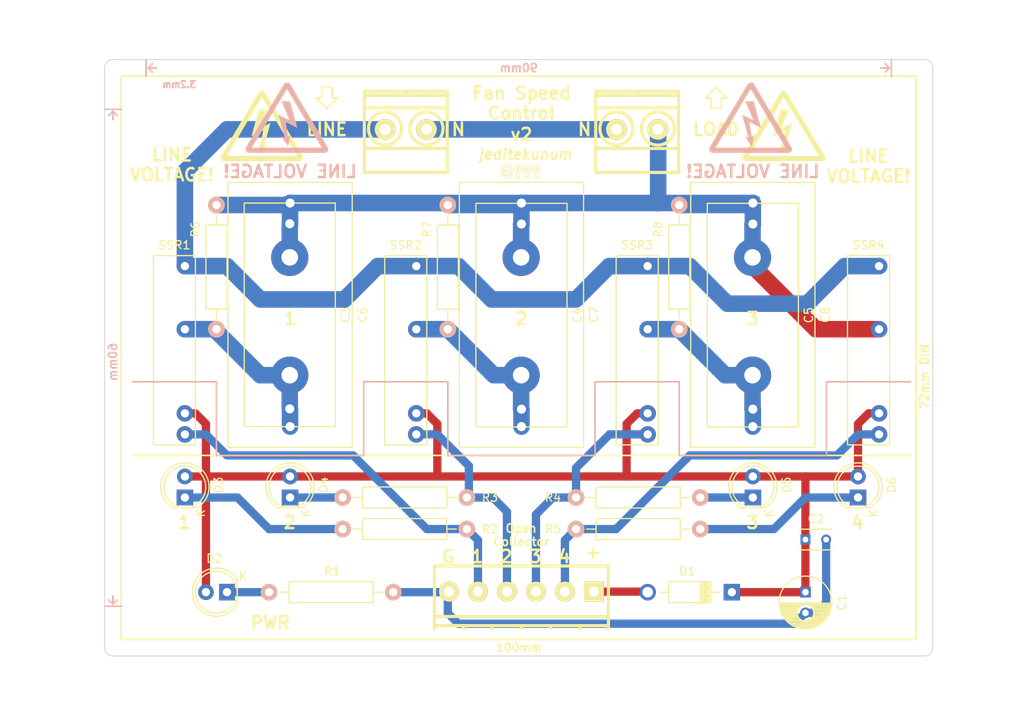
<source format=kicad_pcb>
(kicad_pcb (version 4) (host pcbnew 4.0.4-stable)

  (general
    (links 58)
    (no_connects 0)
    (area 49.949999 49.949999 150.050001 122.050001)
    (thickness 1.6)
    (drawings 91)
    (tracks 141)
    (zones 0)
    (modules 44)
    (nets 19)
  )

  (page USLetter)
  (layers
    (0 F.Cu signal)
    (31 B.Cu signal)
    (32 B.Adhes user)
    (33 F.Adhes user)
    (34 B.Paste user)
    (35 F.Paste user)
    (36 B.SilkS user)
    (37 F.SilkS user)
    (38 B.Mask user)
    (39 F.Mask user)
    (40 Dwgs.User user)
    (41 Cmts.User user)
    (42 Eco1.User user)
    (43 Eco2.User user)
    (44 Edge.Cuts user)
    (45 Margin user)
    (46 B.CrtYd user)
    (47 F.CrtYd user)
    (48 B.Fab user)
    (49 F.Fab user)
  )

  (setup
    (last_trace_width 1)
    (user_trace_width 0.5)
    (user_trace_width 0.75)
    (user_trace_width 1)
    (user_trace_width 1.5)
    (user_trace_width 2)
    (trace_clearance 0.2)
    (zone_clearance 0.508)
    (zone_45_only yes)
    (trace_min 0.2)
    (segment_width 0.2)
    (edge_width 0.1)
    (via_size 0.6)
    (via_drill 0.4)
    (via_min_size 0.4)
    (via_min_drill 0.3)
    (uvia_size 0.3)
    (uvia_drill 0.1)
    (uvias_allowed no)
    (uvia_min_size 0.2)
    (uvia_min_drill 0.1)
    (pcb_text_width 0.3)
    (pcb_text_size 1.5 1.5)
    (mod_edge_width 0.15)
    (mod_text_size 1 1)
    (mod_text_width 0.15)
    (pad_size 1.5 1.5)
    (pad_drill 0.6)
    (pad_to_mask_clearance 0)
    (aux_axis_origin 0 0)
    (grid_origin 50 50)
    (visible_elements FFFFFF7F)
    (pcbplotparams
      (layerselection 0x010f0_80000001)
      (usegerberextensions true)
      (excludeedgelayer true)
      (linewidth 0.100000)
      (plotframeref false)
      (viasonmask false)
      (mode 1)
      (useauxorigin false)
      (hpglpennumber 1)
      (hpglpenspeed 20)
      (hpglpendiameter 15)
      (hpglpenoverlay 2)
      (psnegative false)
      (psa4output false)
      (plotreference true)
      (plotvalue true)
      (plotinvisibletext false)
      (padsonsilk false)
      (subtractmaskfromsilk false)
      (outputformat 1)
      (mirror false)
      (drillshape 0)
      (scaleselection 1)
      (outputdirectory Fabricate/))
  )

  (net 0 "")
  (net 1 GND)
  (net 2 "Net-(C1-Pad1)")
  (net 3 "Net-(C3-Pad2)")
  (net 4 "Net-(C4-Pad2)")
  (net 5 "Net-(C5-Pad2)")
  (net 6 "Net-(D2-Pad1)")
  (net 7 "Net-(D3-Pad1)")
  (net 8 "Net-(D4-Pad1)")
  (net 9 "Net-(D5-Pad1)")
  (net 10 "Net-(D6-Pad1)")
  (net 11 "Net-(P1-Pad4)")
  (net 12 "Net-(P1-Pad2)")
  (net 13 "Net-(P1-Pad3)")
  (net 14 "Net-(P1-Pad5)")
  (net 15 "Net-(C3-Pad1)")
  (net 16 "Net-(D1-Pad2)")
  (net 17 "Net-(P2-Pad2)")
  (net 18 "Net-(P2-Pad1)")

  (net_class Default "This is the default net class."
    (clearance 0.2)
    (trace_width 0.25)
    (via_dia 0.6)
    (via_drill 0.4)
    (uvia_dia 0.3)
    (uvia_drill 0.1)
    (add_net GND)
    (add_net "Net-(C1-Pad1)")
    (add_net "Net-(C3-Pad1)")
    (add_net "Net-(C3-Pad2)")
    (add_net "Net-(C4-Pad2)")
    (add_net "Net-(C5-Pad2)")
    (add_net "Net-(D1-Pad2)")
    (add_net "Net-(D2-Pad1)")
    (add_net "Net-(D3-Pad1)")
    (add_net "Net-(D4-Pad1)")
    (add_net "Net-(D5-Pad1)")
    (add_net "Net-(D6-Pad1)")
    (add_net "Net-(P1-Pad2)")
    (add_net "Net-(P1-Pad3)")
    (add_net "Net-(P1-Pad4)")
    (add_net "Net-(P1-Pad5)")
    (add_net "Net-(P2-Pad1)")
    (add_net "Net-(P2-Pad2)")
  )

  (module w_logo:Logo_silk_high_voltage_10x8.5mm (layer B.Cu) (tedit 0) (tstamp 5873925D)
    (at 128 57 180)
    (descr "High voltage logo, 10x8.5mm")
    (fp_text reference G*** (at 0 -4.43738 180) (layer B.SilkS) hide
      (effects (font (size 0.1778 0.1778) (thickness 0.03556)) (justify mirror))
    )
    (fp_text value LOGO (at 0 4.43738 180) (layer B.SilkS) hide
      (effects (font (size 0.1778 0.1778) (thickness 0.03556)) (justify mirror))
    )
    (fp_poly (pts (xy 4.99872 -3.7211) (xy 4.99618 -3.82016) (xy 4.98348 -3.91922) (xy 4.96062 -4.00812)
      (xy 4.91998 -4.08432) (xy 4.89712 -4.1148) (xy 4.87426 -4.14274) (xy 4.84632 -4.1656)
      (xy 4.8133 -4.18592) (xy 4.7752 -4.20624) (xy 4.69138 -4.24434) (xy 4.22148 -4.24434)
      (xy 4.22148 -3.60934) (xy 4.21386 -3.5941) (xy 4.19862 -3.5687) (xy 4.17576 -3.5306)
      (xy 4.14782 -3.48488) (xy 4.13004 -3.45948) (xy 4.11226 -3.43154) (xy 4.09956 -3.40868)
      (xy 4.08432 -3.38582) (xy 4.07162 -3.3655) (xy 4.05638 -3.34264) (xy 4.04114 -3.31978)
      (xy 4.0259 -3.29184) (xy 4.00558 -3.25882) (xy 3.98018 -3.21818) (xy 3.95224 -3.17246)
      (xy 3.91922 -3.11658) (xy 3.87858 -3.05054) (xy 3.83286 -2.9718) (xy 3.77698 -2.88036)
      (xy 3.71348 -2.77368) (xy 3.64744 -2.66192) (xy 3.58902 -2.56794) (xy 3.53568 -2.4765)
      (xy 3.48488 -2.39268) (xy 3.43916 -2.31648) (xy 3.39852 -2.2479) (xy 3.36296 -2.19202)
      (xy 3.33756 -2.14884) (xy 3.31978 -2.11836) (xy 3.30962 -2.10312) (xy 3.29946 -2.0828)
      (xy 3.27914 -2.04978) (xy 3.2512 -2.0066) (xy 3.22072 -1.95326) (xy 3.1877 -1.89738)
      (xy 3.16992 -1.8669) (xy 3.12674 -1.79578) (xy 3.07848 -1.71704) (xy 3.03022 -1.63576)
      (xy 2.98704 -1.55956) (xy 2.9464 -1.49352) (xy 2.9464 -1.49098) (xy 2.9083 -1.43002)
      (xy 2.8702 -1.36398) (xy 2.83464 -1.30302) (xy 2.80162 -1.24968) (xy 2.77876 -1.21158)
      (xy 2.75336 -1.1684) (xy 2.72034 -1.11506) (xy 2.68478 -1.05156) (xy 2.64668 -0.98552)
      (xy 2.60858 -0.92202) (xy 2.60604 -0.91948) (xy 2.5654 -0.8509) (xy 2.51968 -0.77216)
      (xy 2.46888 -0.68834) (xy 2.42062 -0.60706) (xy 2.37744 -0.53594) (xy 2.3368 -0.46736)
      (xy 2.29108 -0.38608) (xy 2.24028 -0.30226) (xy 2.18948 -0.2159) (xy 2.14122 -0.13462)
      (xy 2.11836 -0.09906) (xy 2.07518 -0.02286) (xy 2.02438 0.05842) (xy 1.97358 0.14478)
      (xy 1.92532 0.22606) (xy 1.88214 0.29972) (xy 1.86436 0.3302) (xy 1.8288 0.38862)
      (xy 1.79578 0.44196) (xy 1.76784 0.49022) (xy 1.74498 0.52832) (xy 1.72974 0.55372)
      (xy 1.7272 0.5588) (xy 1.7145 0.57912) (xy 1.69418 0.61468) (xy 1.66878 0.65786)
      (xy 1.6383 0.70866) (xy 1.61544 0.74422) (xy 1.58496 0.79756) (xy 1.55702 0.84582)
      (xy 1.53162 0.88646) (xy 1.51384 0.91694) (xy 1.50622 0.92964) (xy 1.49606 0.94996)
      (xy 1.47574 0.98298) (xy 1.4478 1.02616) (xy 1.41732 1.0795) (xy 1.3843 1.13538)
      (xy 1.36906 1.16078) (xy 1.32588 1.2319) (xy 1.27762 1.31318) (xy 1.22682 1.39954)
      (xy 1.17602 1.48336) (xy 1.13284 1.55956) (xy 1.1303 1.5621) (xy 1.0922 1.62306)
      (xy 1.05918 1.68148) (xy 1.02616 1.73482) (xy 1.00076 1.78054) (xy 0.98044 1.81102)
      (xy 0.97536 1.82118) (xy 0.95758 1.85166) (xy 0.92964 1.89738) (xy 0.89408 1.9558)
      (xy 0.85344 2.02692) (xy 0.80518 2.10566) (xy 0.75184 2.19456) (xy 0.69596 2.28854)
      (xy 0.63754 2.38506) (xy 0.57658 2.48412) (xy 0.51816 2.58318) (xy 0.45974 2.6797)
      (xy 0.40132 2.77368) (xy 0.34798 2.86004) (xy 0.29972 2.94132) (xy 0.25654 3.01244)
      (xy 0.21844 3.0734) (xy 0.21336 3.07848) (xy 0.17526 3.14452) (xy 0.13462 3.20548)
      (xy 0.09652 3.26644) (xy 0.06096 3.31978) (xy 0.02794 3.3655) (xy 0.00508 3.40106)
      (xy -0.01016 3.42646) (xy -0.02032 3.43408) (xy -0.0254 3.42646) (xy -0.04318 3.40106)
      (xy -0.06858 3.36296) (xy -0.1016 3.30708) (xy -0.14224 3.24104) (xy -0.1905 3.1623)
      (xy -0.24384 3.07086) (xy -0.3048 2.9718) (xy -0.37084 2.86258) (xy -0.43942 2.7432)
      (xy -0.51562 2.61874) (xy -0.59182 2.4892) (xy -0.6731 2.35458) (xy -0.71374 2.28346)
      (xy -0.72898 2.2606) (xy -0.75184 2.2225) (xy -0.77978 2.17424) (xy -0.81534 2.11582)
      (xy -0.8509 2.05232) (xy -0.889 1.98628) (xy -1.05918 1.7018) (xy -1.22174 1.43002)
      (xy -1.37668 1.1684) (xy -1.52654 0.9144) (xy -1.67132 0.66802) (xy -1.8161 0.42164)
      (xy -1.85674 0.35306) (xy -1.89484 0.2921) (xy -1.9304 0.23114) (xy -1.96342 0.17526)
      (xy -1.99136 0.12954) (xy -2.01168 0.09398) (xy -2.01676 0.08382) (xy -2.03454 0.05588)
      (xy -2.05994 0.0127) (xy -2.09042 -0.0381) (xy -2.12598 -0.09652) (xy -2.16408 -0.16256)
      (xy -2.19202 -0.20828) (xy -2.23012 -0.27432) (xy -2.26822 -0.33782) (xy -2.30378 -0.39624)
      (xy -2.33426 -0.44704) (xy -2.35712 -0.48514) (xy -2.36728 -0.50546) (xy -2.39014 -0.54102)
      (xy -2.41808 -0.58674) (xy -2.44856 -0.64008) (xy -2.47904 -0.69342) (xy -2.48412 -0.70104)
      (xy -2.53238 -0.78232) (xy -2.58064 -0.86614) (xy -2.6289 -0.94742) (xy -2.67462 -1.02616)
      (xy -2.7178 -1.09474) (xy -2.75082 -1.15062) (xy -2.76352 -1.17094) (xy -2.78892 -1.21412)
      (xy -2.81432 -1.25984) (xy -2.83718 -1.29794) (xy -2.83972 -1.30048) (xy -2.85242 -1.32588)
      (xy -2.87782 -1.36652) (xy -2.91084 -1.4224) (xy -2.95402 -1.49606) (xy -3.00482 -1.58242)
      (xy -3.06324 -1.68402) (xy -3.13182 -1.79832) (xy -3.20548 -1.92278) (xy -3.2893 -2.06248)
      (xy -3.3782 -2.21234) (xy -3.38074 -2.21742) (xy -3.42646 -2.29616) (xy -3.47472 -2.37998)
      (xy -3.52552 -2.46634) (xy -3.57378 -2.54762) (xy -3.61696 -2.62128) (xy -3.6449 -2.66446)
      (xy -3.683 -2.72796) (xy -3.7211 -2.79654) (xy -3.7592 -2.86004) (xy -3.79222 -2.91846)
      (xy -3.82016 -2.96418) (xy -3.82524 -2.96926) (xy -3.85318 -3.01752) (xy -3.88112 -3.06578)
      (xy -3.90398 -3.10642) (xy -3.92176 -3.13436) (xy -3.9624 -3.20548) (xy -4.00304 -3.27406)
      (xy -4.04368 -3.34264) (xy -4.08178 -3.40868) (xy -4.11734 -3.4671) (xy -4.14782 -3.5179)
      (xy -4.17068 -3.55854) (xy -4.18846 -3.58648) (xy -4.19608 -3.59918) (xy -4.19862 -3.59918)
      (xy -4.20624 -3.61442) (xy -4.20624 -3.61696) (xy -4.19608 -3.61696) (xy -4.16814 -3.6195)
      (xy -4.11988 -3.6195) (xy -4.05384 -3.6195) (xy -3.97002 -3.6195) (xy -3.86842 -3.62204)
      (xy -3.75412 -3.62204) (xy -3.62204 -3.62204) (xy -3.47472 -3.62204) (xy -3.3147 -3.62204)
      (xy -3.13944 -3.62204) (xy -2.95148 -3.62204) (xy -2.75336 -3.62458) (xy -2.54254 -3.62458)
      (xy -2.31902 -3.62458) (xy -2.08788 -3.62458) (xy -1.84658 -3.62458) (xy -1.59512 -3.62458)
      (xy -1.33604 -3.62458) (xy -1.07188 -3.62458) (xy -0.79756 -3.62458) (xy -0.51816 -3.62458)
      (xy -0.23114 -3.62458) (xy 0.01016 -3.62458) (xy 0.35814 -3.62458) (xy 0.6858 -3.62458)
      (xy 0.99314 -3.62458) (xy 1.2827 -3.62458) (xy 1.55702 -3.62458) (xy 1.81102 -3.62458)
      (xy 2.04978 -3.62458) (xy 2.2733 -3.62458) (xy 2.48158 -3.62458) (xy 2.67208 -3.62458)
      (xy 2.84988 -3.62458) (xy 3.01244 -3.62458) (xy 3.16484 -3.62458) (xy 3.302 -3.62458)
      (xy 3.42646 -3.62458) (xy 3.54076 -3.62204) (xy 3.64236 -3.62204) (xy 3.7338 -3.62204)
      (xy 3.81508 -3.62204) (xy 3.88874 -3.62204) (xy 3.95224 -3.62204) (xy 4.00812 -3.6195)
      (xy 4.05384 -3.6195) (xy 4.09448 -3.6195) (xy 4.1275 -3.61696) (xy 4.15544 -3.61696)
      (xy 4.1783 -3.61696) (xy 4.19354 -3.61442) (xy 4.20624 -3.61442) (xy 4.21386 -3.61188)
      (xy 4.21894 -3.61188) (xy 4.22148 -3.60934) (xy 4.22148 -3.60934) (xy 4.22148 -4.24434)
      (xy 0.02286 -4.24942) (xy -4.64312 -4.2545) (xy -4.73202 -4.21894) (xy -4.81584 -4.17576)
      (xy -4.88442 -4.12242) (xy -4.93522 -4.05892) (xy -4.97078 -3.98272) (xy -4.9911 -3.89382)
      (xy -4.99872 -3.79984) (xy -4.99872 -3.7719) (xy -4.99618 -3.74904) (xy -4.99364 -3.72872)
      (xy -4.98856 -3.70586) (xy -4.9784 -3.68046) (xy -4.96316 -3.64998) (xy -4.9403 -3.60934)
      (xy -4.91236 -3.55854) (xy -4.87426 -3.49504) (xy -4.85394 -3.45948) (xy -4.82092 -3.4036)
      (xy -4.7879 -3.34772) (xy -4.75996 -3.29946) (xy -4.7371 -3.26136) (xy -4.72186 -3.23596)
      (xy -4.70408 -3.20294) (xy -4.67614 -3.15722) (xy -4.64312 -3.10134) (xy -4.60756 -3.03784)
      (xy -4.56692 -2.96926) (xy -4.52628 -2.90068) (xy -4.48818 -2.83464) (xy -4.48056 -2.82448)
      (xy -4.4577 -2.78638) (xy -4.42976 -2.73812) (xy -4.39674 -2.68224) (xy -4.36118 -2.62128)
      (xy -4.32562 -2.56286) (xy -4.28498 -2.49428) (xy -4.23926 -2.41554) (xy -4.191 -2.33426)
      (xy -4.14528 -2.25552) (xy -4.11734 -2.20726) (xy -4.07924 -2.14376) (xy -4.0386 -2.07518)
      (xy -3.99796 -2.0066) (xy -3.9624 -1.94564) (xy -3.937 -1.90246) (xy -3.90652 -1.85166)
      (xy -3.87096 -1.7907) (xy -3.83032 -1.72466) (xy -3.78968 -1.65608) (xy -3.75412 -1.59258)
      (xy -3.71602 -1.52908) (xy -3.67792 -1.46304) (xy -3.63982 -1.39954) (xy -3.6068 -1.3462)
      (xy -3.5814 -1.30302) (xy -3.5814 -1.30048) (xy -3.56616 -1.27762) (xy -3.55092 -1.24968)
      (xy -3.5306 -1.21666) (xy -3.51028 -1.1811) (xy -3.48234 -1.13792) (xy -3.45186 -1.08458)
      (xy -3.4163 -1.02362) (xy -3.37566 -0.95504) (xy -3.3274 -0.87122) (xy -3.27152 -0.77724)
      (xy -3.20802 -0.67056) (xy -3.13436 -0.54864) (xy -3.05308 -0.40894) (xy -3.048 -0.40386)
      (xy -3.00482 -0.32766) (xy -2.9591 -0.254) (xy -2.91592 -0.18034) (xy -2.87782 -0.11684)
      (xy -2.8448 -0.06096) (xy -2.8194 -0.01778) (xy -2.80924 0) (xy -2.78892 0.03302)
      (xy -2.76098 0.07874) (xy -2.72542 0.1397) (xy -2.68478 0.20828) (xy -2.6416 0.28194)
      (xy -2.59588 0.36068) (xy -2.55524 0.42926) (xy -2.47142 0.56896) (xy -2.39268 0.70358)
      (xy -2.31648 0.83058) (xy -2.24536 0.94996) (xy -2.17932 1.05918) (xy -2.1209 1.15824)
      (xy -2.0701 1.2446) (xy -2.02946 1.31318) (xy -2.0066 1.35128) (xy -1.98882 1.3843)
      (xy -1.96088 1.43256) (xy -1.92532 1.49098) (xy -1.88214 1.5621) (xy -1.83642 1.64084)
      (xy -1.78816 1.72466) (xy -1.73736 1.81102) (xy -1.69926 1.87198) (xy -1.64592 1.96088)
      (xy -1.59258 2.05232) (xy -1.53924 2.14122) (xy -1.49098 2.22504) (xy -1.44526 2.30378)
      (xy -1.40462 2.36982) (xy -1.37414 2.42316) (xy -1.3589 2.44856) (xy -1.3208 2.51206)
      (xy -1.28016 2.58318) (xy -1.23952 2.65176) (xy -1.20142 2.71272) (xy -1.1811 2.74828)
      (xy -1.15062 2.80162) (xy -1.11252 2.86512) (xy -1.07188 2.9337) (xy -1.03124 3.00482)
      (xy -1.00076 3.05308) (xy -0.9271 3.17754) (xy -0.8636 3.2893) (xy -0.80518 3.38836)
      (xy -0.75438 3.47472) (xy -0.7112 3.54584) (xy -0.67818 3.60172) (xy -0.65532 3.64236)
      (xy -0.64008 3.66522) (xy -0.62484 3.69062) (xy -0.60198 3.72872) (xy -0.57658 3.77444)
      (xy -0.5461 3.82524) (xy -0.53848 3.8354) (xy -0.49276 3.91668) (xy -0.45466 3.98018)
      (xy -0.42164 4.03098) (xy -0.3937 4.07162) (xy -0.36576 4.1021) (xy -0.34036 4.1275)
      (xy -0.31242 4.14782) (xy -0.28194 4.1656) (xy -0.24384 4.18084) (xy -0.20066 4.19862)
      (xy -0.19304 4.20116) (xy -0.14986 4.21894) (xy -0.11938 4.2291) (xy -0.0889 4.23418)
      (xy -0.05842 4.23418) (xy -0.0127 4.23418) (xy 0.07112 4.22148) (xy 0.14986 4.20116)
      (xy 0.22352 4.1656) (xy 0.28956 4.1148) (xy 0.35306 4.04876) (xy 0.41402 3.96748)
      (xy 0.47244 3.86588) (xy 0.50546 3.80492) (xy 0.51816 3.77952) (xy 0.54102 3.73888)
      (xy 0.5715 3.68554) (xy 0.60706 3.62204) (xy 0.65024 3.55092) (xy 0.69596 3.47218)
      (xy 0.74422 3.3909) (xy 0.79248 3.30708) (xy 0.84328 3.22326) (xy 0.89154 3.14198)
      (xy 0.93472 3.06832) (xy 0.9525 3.04292) (xy 0.97536 2.99974) (xy 1.00838 2.94894)
      (xy 1.04394 2.88798) (xy 1.08204 2.82194) (xy 1.12268 2.75336) (xy 1.12522 2.74828)
      (xy 1.17856 2.66192) (xy 1.23952 2.55778) (xy 1.31064 2.4384) (xy 1.38938 2.30632)
      (xy 1.47828 2.159) (xy 1.5748 1.99898) (xy 1.6764 1.8288) (xy 1.78562 1.64592)
      (xy 1.90246 1.45288) (xy 2.02438 1.24968) (xy 2.15138 1.0414) (xy 2.28092 0.82296)
      (xy 2.41808 0.5969) (xy 2.55524 0.3683) (xy 2.69748 0.13208) (xy 2.84226 -0.10414)
      (xy 2.87782 -0.1651) (xy 2.94132 -0.26924) (xy 3.0099 -0.381) (xy 3.08356 -0.50292)
      (xy 3.15722 -0.62738) (xy 3.23342 -0.75184) (xy 3.30962 -0.8763) (xy 3.38328 -0.99822)
      (xy 3.45186 -1.11506) (xy 3.5179 -1.22174) (xy 3.57632 -1.31826) (xy 3.62712 -1.40208)
      (xy 3.65506 -1.45288) (xy 3.74142 -1.59512) (xy 3.81762 -1.72212) (xy 3.88874 -1.83642)
      (xy 3.95224 -1.9431) (xy 4.01066 -2.04216) (xy 4.06908 -2.13614) (xy 4.12496 -2.22758)
      (xy 4.18084 -2.31902) (xy 4.23926 -2.41554) (xy 4.2926 -2.50444) (xy 4.3942 -2.66954)
      (xy 4.48564 -2.8194) (xy 4.56946 -2.95402) (xy 4.64312 -3.07848) (xy 4.70662 -3.1877)
      (xy 4.76504 -3.2893) (xy 4.81838 -3.38074) (xy 4.8641 -3.46202) (xy 4.90474 -3.53822)
      (xy 4.93776 -3.59918) (xy 4.99872 -3.7211) (xy 4.99872 -3.7211)) (layer B.SilkS) (width 0.00254))
    (fp_poly (pts (xy 1.016 0.35814) (xy 1.01346 0.34798) (xy 1.00838 0.32258) (xy 0.99822 0.28448)
      (xy 0.98552 0.23876) (xy 0.98552 0.2286) (xy 0.96774 0.17018) (xy 0.94996 0.1016)
      (xy 0.92964 0.02794) (xy 0.91186 -0.03556) (xy 0.90932 -0.04318) (xy 0.89662 -0.0889)
      (xy 0.88392 -0.13208) (xy 0.87376 -0.17526) (xy 0.86106 -0.22098) (xy 0.84582 -0.27178)
      (xy 0.83058 -0.3302) (xy 0.8128 -0.40132) (xy 0.78994 -0.48514) (xy 0.762 -0.58674)
      (xy 0.75946 -0.58928) (xy 0.73152 -0.69596) (xy 0.70866 -0.78232) (xy 0.68834 -0.85852)
      (xy 0.67056 -0.92202) (xy 0.65532 -0.98044) (xy 0.64008 -1.03124) (xy 0.62738 -1.08204)
      (xy 0.61214 -1.13284) (xy 0.6096 -1.14554) (xy 0.59436 -1.20396) (xy 0.57912 -1.26238)
      (xy 0.56388 -1.31572) (xy 0.55372 -1.35636) (xy 0.55118 -1.36652) (xy 0.51054 -1.51384)
      (xy 0.47244 -1.65608) (xy 0.43688 -1.78816) (xy 0.40386 -1.91262) (xy 0.37592 -2.02438)
      (xy 0.35052 -2.12598) (xy 0.32766 -2.21234) (xy 0.30988 -2.28854) (xy 0.29718 -2.34696)
      (xy 0.28702 -2.3876) (xy 0.28448 -2.413) (xy 0.28448 -2.42062) (xy 0.29718 -2.41808)
      (xy 0.32258 -2.40792) (xy 0.36322 -2.39014) (xy 0.40894 -2.36982) (xy 0.45466 -2.3495)
      (xy 0.5207 -2.31902) (xy 0.5715 -2.29616) (xy 0.60706 -2.28092) (xy 0.63246 -2.2733)
      (xy 0.65024 -2.27076) (xy 0.65786 -2.2733) (xy 0.6604 -2.2733) (xy 0.6604 -2.27584)
      (xy 0.65786 -2.28346) (xy 0.65278 -2.29362) (xy 0.64262 -2.30886) (xy 0.62992 -2.33172)
      (xy 0.6096 -2.36474) (xy 0.58166 -2.40538) (xy 0.5461 -2.45872) (xy 0.50292 -2.52222)
      (xy 0.44958 -2.60096) (xy 0.38862 -2.69494) (xy 0.37592 -2.71526) (xy 0.32004 -2.794)
      (xy 0.26162 -2.8829) (xy 0.20066 -2.9718) (xy 0.14478 -3.05816) (xy 0.09144 -3.1369)
      (xy 0.04318 -3.20548) (xy 0.03048 -3.2258) (xy -0.01524 -3.29692) (xy -0.05334 -3.3528)
      (xy -0.08128 -3.39344) (xy -0.10414 -3.42392) (xy -0.11938 -3.44678) (xy -0.12954 -3.45694)
      (xy -0.13716 -3.46202) (xy -0.1397 -3.46202) (xy -0.14224 -3.45694) (xy -0.14224 -3.4544)
      (xy -0.14732 -3.43916) (xy -0.15494 -3.40868) (xy -0.16256 -3.36804) (xy -0.17272 -3.31978)
      (xy -0.17272 -3.31978) (xy -0.18034 -3.28422) (xy -0.19304 -3.23088) (xy -0.20574 -3.16484)
      (xy -0.22352 -3.0861) (xy -0.2413 -2.99974) (xy -0.26162 -2.9083) (xy -0.28194 -2.81432)
      (xy -0.28956 -2.77876) (xy -0.30988 -2.68224) (xy -0.3302 -2.58572) (xy -0.35052 -2.49174)
      (xy -0.37084 -2.40284) (xy -0.38862 -2.3241) (xy -0.40132 -2.25806) (xy -0.41402 -2.20472)
      (xy -0.41656 -2.19456) (xy -0.42672 -2.13868) (xy -0.43688 -2.09296) (xy -0.4445 -2.05486)
      (xy -0.44704 -2.032) (xy -0.44704 -2.02692) (xy -0.43942 -2.02692) (xy -0.42926 -2.03454)
      (xy -0.40894 -2.05232) (xy -0.381 -2.0828) (xy -0.3429 -2.12344) (xy -0.29718 -2.17678)
      (xy -0.24638 -2.2352) (xy -0.20828 -2.27584) (xy -0.18034 -2.30632) (xy -0.16256 -2.3241)
      (xy -0.14986 -2.33172) (xy -0.14478 -2.33172) (xy -0.14224 -2.32156) (xy -0.13716 -2.29362)
      (xy -0.13208 -2.25298) (xy -0.12192 -2.19964) (xy -0.1143 -2.14122) (xy -0.11176 -2.12344)
      (xy -0.09906 -2.04724) (xy -0.08636 -1.96342) (xy -0.07366 -1.88214) (xy -0.06096 -1.80848)
      (xy -0.05334 -1.75768) (xy -0.04318 -1.69164) (xy -0.03048 -1.6129) (xy -0.01778 -1.52908)
      (xy -0.00508 -1.45034) (xy 0 -1.40716) (xy 0.01016 -1.32842) (xy 0.0254 -1.23952)
      (xy 0.0381 -1.14808) (xy 0.05334 -1.06172) (xy 0.05842 -1.02616) (xy 0.07112 -0.9525)
      (xy 0.08128 -0.8763) (xy 0.09398 -0.8001) (xy 0.10414 -0.73406) (xy 0.10922 -0.69596)
      (xy 0.11684 -0.64516) (xy 0.12446 -0.60198) (xy 0.12954 -0.56896) (xy 0.13208 -0.55372)
      (xy 0.13208 -0.55118) (xy 0.13208 -0.5461) (xy 0.12446 -0.54356) (xy 0.11176 -0.54864)
      (xy 0.08636 -0.5588) (xy 0.05334 -0.57404) (xy 0.00508 -0.5969) (xy -0.05334 -0.62738)
      (xy -0.12954 -0.66548) (xy -0.17272 -0.68834) (xy -0.35814 -0.78232) (xy -0.52578 -0.86868)
      (xy -0.67564 -0.94488) (xy -0.81026 -1.01346) (xy -0.92456 -1.07188) (xy -1.02362 -1.12014)
      (xy -1.1049 -1.16078) (xy -1.1684 -1.19126) (xy -1.21666 -1.21412) (xy -1.24714 -1.22682)
      (xy -1.25984 -1.2319) (xy -1.25984 -1.22936) (xy -1.25984 -1.21666) (xy -1.25222 -1.18618)
      (xy -1.23952 -1.13792) (xy -1.22428 -1.0795) (xy -1.2065 -1.01092) (xy -1.18618 -0.93472)
      (xy -1.16332 -0.85344) (xy -1.13792 -0.76708) (xy -1.12014 -0.70104) (xy -1.10236 -0.635)
      (xy -1.08458 -0.56896) (xy -1.0668 -0.51054) (xy -1.0541 -0.45974) (xy -1.04648 -0.42926)
      (xy -1.03378 -0.38608) (xy -1.01854 -0.3302) (xy -1.00076 -0.26924) (xy -0.98552 -0.21336)
      (xy -0.96774 -0.14986) (xy -0.94742 -0.07874) (xy -0.92964 -0.01016) (xy -0.91694 0.03302)
      (xy -0.9017 0.08382) (xy -0.88392 0.14732) (xy -0.8636 0.21844) (xy -0.84328 0.2921)
      (xy -0.83058 0.34036) (xy -0.8128 0.40386) (xy -0.79502 0.4699) (xy -0.77724 0.52832)
      (xy -0.76454 0.57912) (xy -0.75438 0.6096) (xy -0.74676 0.63754) (xy -0.73406 0.68326)
      (xy -0.71882 0.74168) (xy -0.6985 0.8128) (xy -0.67564 0.89154) (xy -0.65278 0.9779)
      (xy -0.62738 1.06934) (xy -0.61468 1.10998) (xy -0.58674 1.20904) (xy -0.5588 1.31064)
      (xy -0.53086 1.41224) (xy -0.50292 1.50876) (xy -0.47752 1.59766) (xy -0.4572 1.6764)
      (xy -0.43942 1.73736) (xy -0.43688 1.74752) (xy -0.4191 1.81102) (xy -0.40386 1.8669)
      (xy -0.38862 1.91516) (xy -0.37592 1.95072) (xy -0.3683 1.97104) (xy -0.36576 1.97358)
      (xy -0.35306 1.97612) (xy -0.32512 1.97612) (xy -0.2794 1.97866) (xy -0.22098 1.97866)
      (xy -0.1524 1.9812) (xy -0.0762 1.9812) (xy 0.00254 1.9812) (xy 0.0889 1.9812)
      (xy 0.17526 1.9812) (xy 0.26416 1.9812) (xy 0.34544 1.9812) (xy 0.42418 1.9812)
      (xy 0.49276 1.9812) (xy 0.55118 1.9812) (xy 0.5969 1.97866) (xy 0.62738 1.97866)
      (xy 0.64262 1.97612) (xy 0.64008 1.96596) (xy 0.63246 1.94056) (xy 0.61722 1.905)
      (xy 0.60198 1.86944) (xy 0.50292 1.64084) (xy 0.40386 1.41732) (xy 0.31242 1.20396)
      (xy 0.22352 0.99568) (xy 0.1397 0.8001) (xy 0.06096 0.61722) (xy -0.00762 0.4445)
      (xy -0.07366 0.28702) (xy -0.12954 0.14478) (xy -0.18034 0.01778) (xy -0.19304 -0.0127)
      (xy -0.21844 -0.0762) (xy -0.2413 -0.13716) (xy -0.26162 -0.18796) (xy -0.27686 -0.23114)
      (xy -0.28956 -0.25908) (xy -0.28956 -0.26416) (xy -0.29972 -0.2921) (xy -0.30734 -0.30988)
      (xy -0.30734 -0.31496) (xy -0.29718 -0.31242) (xy -0.27178 -0.29972) (xy -0.2286 -0.2794)
      (xy -0.17272 -0.25146) (xy -0.10414 -0.2159) (xy -0.02286 -0.17272) (xy 0.06858 -0.12446)
      (xy 0.17018 -0.07112) (xy 0.28194 -0.01524) (xy 0.40132 0.04572) (xy 0.42418 0.05842)
      (xy 0.51816 0.10668) (xy 0.6096 0.15494) (xy 0.69596 0.19812) (xy 0.7747 0.23876)
      (xy 0.84328 0.27432) (xy 0.90424 0.3048) (xy 0.95504 0.3302) (xy 0.9906 0.34798)
      (xy 1.01092 0.3556) (xy 1.016 0.35814) (xy 1.016 0.35814)) (layer B.SilkS) (width 0.00254))
  )

  (module w_logo:Logo_silk_high_voltage_10x8.5mm (layer B.Cu) (tedit 0) (tstamp 5873923F)
    (at 72 57 180)
    (descr "High voltage logo, 10x8.5mm")
    (fp_text reference G*** (at 0 -4.43738 180) (layer B.SilkS) hide
      (effects (font (size 0.1778 0.1778) (thickness 0.03556)) (justify mirror))
    )
    (fp_text value LOGO (at 0 4.43738 180) (layer B.SilkS) hide
      (effects (font (size 0.1778 0.1778) (thickness 0.03556)) (justify mirror))
    )
    (fp_poly (pts (xy 4.99872 -3.7211) (xy 4.99618 -3.82016) (xy 4.98348 -3.91922) (xy 4.96062 -4.00812)
      (xy 4.91998 -4.08432) (xy 4.89712 -4.1148) (xy 4.87426 -4.14274) (xy 4.84632 -4.1656)
      (xy 4.8133 -4.18592) (xy 4.7752 -4.20624) (xy 4.69138 -4.24434) (xy 4.22148 -4.24434)
      (xy 4.22148 -3.60934) (xy 4.21386 -3.5941) (xy 4.19862 -3.5687) (xy 4.17576 -3.5306)
      (xy 4.14782 -3.48488) (xy 4.13004 -3.45948) (xy 4.11226 -3.43154) (xy 4.09956 -3.40868)
      (xy 4.08432 -3.38582) (xy 4.07162 -3.3655) (xy 4.05638 -3.34264) (xy 4.04114 -3.31978)
      (xy 4.0259 -3.29184) (xy 4.00558 -3.25882) (xy 3.98018 -3.21818) (xy 3.95224 -3.17246)
      (xy 3.91922 -3.11658) (xy 3.87858 -3.05054) (xy 3.83286 -2.9718) (xy 3.77698 -2.88036)
      (xy 3.71348 -2.77368) (xy 3.64744 -2.66192) (xy 3.58902 -2.56794) (xy 3.53568 -2.4765)
      (xy 3.48488 -2.39268) (xy 3.43916 -2.31648) (xy 3.39852 -2.2479) (xy 3.36296 -2.19202)
      (xy 3.33756 -2.14884) (xy 3.31978 -2.11836) (xy 3.30962 -2.10312) (xy 3.29946 -2.0828)
      (xy 3.27914 -2.04978) (xy 3.2512 -2.0066) (xy 3.22072 -1.95326) (xy 3.1877 -1.89738)
      (xy 3.16992 -1.8669) (xy 3.12674 -1.79578) (xy 3.07848 -1.71704) (xy 3.03022 -1.63576)
      (xy 2.98704 -1.55956) (xy 2.9464 -1.49352) (xy 2.9464 -1.49098) (xy 2.9083 -1.43002)
      (xy 2.8702 -1.36398) (xy 2.83464 -1.30302) (xy 2.80162 -1.24968) (xy 2.77876 -1.21158)
      (xy 2.75336 -1.1684) (xy 2.72034 -1.11506) (xy 2.68478 -1.05156) (xy 2.64668 -0.98552)
      (xy 2.60858 -0.92202) (xy 2.60604 -0.91948) (xy 2.5654 -0.8509) (xy 2.51968 -0.77216)
      (xy 2.46888 -0.68834) (xy 2.42062 -0.60706) (xy 2.37744 -0.53594) (xy 2.3368 -0.46736)
      (xy 2.29108 -0.38608) (xy 2.24028 -0.30226) (xy 2.18948 -0.2159) (xy 2.14122 -0.13462)
      (xy 2.11836 -0.09906) (xy 2.07518 -0.02286) (xy 2.02438 0.05842) (xy 1.97358 0.14478)
      (xy 1.92532 0.22606) (xy 1.88214 0.29972) (xy 1.86436 0.3302) (xy 1.8288 0.38862)
      (xy 1.79578 0.44196) (xy 1.76784 0.49022) (xy 1.74498 0.52832) (xy 1.72974 0.55372)
      (xy 1.7272 0.5588) (xy 1.7145 0.57912) (xy 1.69418 0.61468) (xy 1.66878 0.65786)
      (xy 1.6383 0.70866) (xy 1.61544 0.74422) (xy 1.58496 0.79756) (xy 1.55702 0.84582)
      (xy 1.53162 0.88646) (xy 1.51384 0.91694) (xy 1.50622 0.92964) (xy 1.49606 0.94996)
      (xy 1.47574 0.98298) (xy 1.4478 1.02616) (xy 1.41732 1.0795) (xy 1.3843 1.13538)
      (xy 1.36906 1.16078) (xy 1.32588 1.2319) (xy 1.27762 1.31318) (xy 1.22682 1.39954)
      (xy 1.17602 1.48336) (xy 1.13284 1.55956) (xy 1.1303 1.5621) (xy 1.0922 1.62306)
      (xy 1.05918 1.68148) (xy 1.02616 1.73482) (xy 1.00076 1.78054) (xy 0.98044 1.81102)
      (xy 0.97536 1.82118) (xy 0.95758 1.85166) (xy 0.92964 1.89738) (xy 0.89408 1.9558)
      (xy 0.85344 2.02692) (xy 0.80518 2.10566) (xy 0.75184 2.19456) (xy 0.69596 2.28854)
      (xy 0.63754 2.38506) (xy 0.57658 2.48412) (xy 0.51816 2.58318) (xy 0.45974 2.6797)
      (xy 0.40132 2.77368) (xy 0.34798 2.86004) (xy 0.29972 2.94132) (xy 0.25654 3.01244)
      (xy 0.21844 3.0734) (xy 0.21336 3.07848) (xy 0.17526 3.14452) (xy 0.13462 3.20548)
      (xy 0.09652 3.26644) (xy 0.06096 3.31978) (xy 0.02794 3.3655) (xy 0.00508 3.40106)
      (xy -0.01016 3.42646) (xy -0.02032 3.43408) (xy -0.0254 3.42646) (xy -0.04318 3.40106)
      (xy -0.06858 3.36296) (xy -0.1016 3.30708) (xy -0.14224 3.24104) (xy -0.1905 3.1623)
      (xy -0.24384 3.07086) (xy -0.3048 2.9718) (xy -0.37084 2.86258) (xy -0.43942 2.7432)
      (xy -0.51562 2.61874) (xy -0.59182 2.4892) (xy -0.6731 2.35458) (xy -0.71374 2.28346)
      (xy -0.72898 2.2606) (xy -0.75184 2.2225) (xy -0.77978 2.17424) (xy -0.81534 2.11582)
      (xy -0.8509 2.05232) (xy -0.889 1.98628) (xy -1.05918 1.7018) (xy -1.22174 1.43002)
      (xy -1.37668 1.1684) (xy -1.52654 0.9144) (xy -1.67132 0.66802) (xy -1.8161 0.42164)
      (xy -1.85674 0.35306) (xy -1.89484 0.2921) (xy -1.9304 0.23114) (xy -1.96342 0.17526)
      (xy -1.99136 0.12954) (xy -2.01168 0.09398) (xy -2.01676 0.08382) (xy -2.03454 0.05588)
      (xy -2.05994 0.0127) (xy -2.09042 -0.0381) (xy -2.12598 -0.09652) (xy -2.16408 -0.16256)
      (xy -2.19202 -0.20828) (xy -2.23012 -0.27432) (xy -2.26822 -0.33782) (xy -2.30378 -0.39624)
      (xy -2.33426 -0.44704) (xy -2.35712 -0.48514) (xy -2.36728 -0.50546) (xy -2.39014 -0.54102)
      (xy -2.41808 -0.58674) (xy -2.44856 -0.64008) (xy -2.47904 -0.69342) (xy -2.48412 -0.70104)
      (xy -2.53238 -0.78232) (xy -2.58064 -0.86614) (xy -2.6289 -0.94742) (xy -2.67462 -1.02616)
      (xy -2.7178 -1.09474) (xy -2.75082 -1.15062) (xy -2.76352 -1.17094) (xy -2.78892 -1.21412)
      (xy -2.81432 -1.25984) (xy -2.83718 -1.29794) (xy -2.83972 -1.30048) (xy -2.85242 -1.32588)
      (xy -2.87782 -1.36652) (xy -2.91084 -1.4224) (xy -2.95402 -1.49606) (xy -3.00482 -1.58242)
      (xy -3.06324 -1.68402) (xy -3.13182 -1.79832) (xy -3.20548 -1.92278) (xy -3.2893 -2.06248)
      (xy -3.3782 -2.21234) (xy -3.38074 -2.21742) (xy -3.42646 -2.29616) (xy -3.47472 -2.37998)
      (xy -3.52552 -2.46634) (xy -3.57378 -2.54762) (xy -3.61696 -2.62128) (xy -3.6449 -2.66446)
      (xy -3.683 -2.72796) (xy -3.7211 -2.79654) (xy -3.7592 -2.86004) (xy -3.79222 -2.91846)
      (xy -3.82016 -2.96418) (xy -3.82524 -2.96926) (xy -3.85318 -3.01752) (xy -3.88112 -3.06578)
      (xy -3.90398 -3.10642) (xy -3.92176 -3.13436) (xy -3.9624 -3.20548) (xy -4.00304 -3.27406)
      (xy -4.04368 -3.34264) (xy -4.08178 -3.40868) (xy -4.11734 -3.4671) (xy -4.14782 -3.5179)
      (xy -4.17068 -3.55854) (xy -4.18846 -3.58648) (xy -4.19608 -3.59918) (xy -4.19862 -3.59918)
      (xy -4.20624 -3.61442) (xy -4.20624 -3.61696) (xy -4.19608 -3.61696) (xy -4.16814 -3.6195)
      (xy -4.11988 -3.6195) (xy -4.05384 -3.6195) (xy -3.97002 -3.6195) (xy -3.86842 -3.62204)
      (xy -3.75412 -3.62204) (xy -3.62204 -3.62204) (xy -3.47472 -3.62204) (xy -3.3147 -3.62204)
      (xy -3.13944 -3.62204) (xy -2.95148 -3.62204) (xy -2.75336 -3.62458) (xy -2.54254 -3.62458)
      (xy -2.31902 -3.62458) (xy -2.08788 -3.62458) (xy -1.84658 -3.62458) (xy -1.59512 -3.62458)
      (xy -1.33604 -3.62458) (xy -1.07188 -3.62458) (xy -0.79756 -3.62458) (xy -0.51816 -3.62458)
      (xy -0.23114 -3.62458) (xy 0.01016 -3.62458) (xy 0.35814 -3.62458) (xy 0.6858 -3.62458)
      (xy 0.99314 -3.62458) (xy 1.2827 -3.62458) (xy 1.55702 -3.62458) (xy 1.81102 -3.62458)
      (xy 2.04978 -3.62458) (xy 2.2733 -3.62458) (xy 2.48158 -3.62458) (xy 2.67208 -3.62458)
      (xy 2.84988 -3.62458) (xy 3.01244 -3.62458) (xy 3.16484 -3.62458) (xy 3.302 -3.62458)
      (xy 3.42646 -3.62458) (xy 3.54076 -3.62204) (xy 3.64236 -3.62204) (xy 3.7338 -3.62204)
      (xy 3.81508 -3.62204) (xy 3.88874 -3.62204) (xy 3.95224 -3.62204) (xy 4.00812 -3.6195)
      (xy 4.05384 -3.6195) (xy 4.09448 -3.6195) (xy 4.1275 -3.61696) (xy 4.15544 -3.61696)
      (xy 4.1783 -3.61696) (xy 4.19354 -3.61442) (xy 4.20624 -3.61442) (xy 4.21386 -3.61188)
      (xy 4.21894 -3.61188) (xy 4.22148 -3.60934) (xy 4.22148 -3.60934) (xy 4.22148 -4.24434)
      (xy 0.02286 -4.24942) (xy -4.64312 -4.2545) (xy -4.73202 -4.21894) (xy -4.81584 -4.17576)
      (xy -4.88442 -4.12242) (xy -4.93522 -4.05892) (xy -4.97078 -3.98272) (xy -4.9911 -3.89382)
      (xy -4.99872 -3.79984) (xy -4.99872 -3.7719) (xy -4.99618 -3.74904) (xy -4.99364 -3.72872)
      (xy -4.98856 -3.70586) (xy -4.9784 -3.68046) (xy -4.96316 -3.64998) (xy -4.9403 -3.60934)
      (xy -4.91236 -3.55854) (xy -4.87426 -3.49504) (xy -4.85394 -3.45948) (xy -4.82092 -3.4036)
      (xy -4.7879 -3.34772) (xy -4.75996 -3.29946) (xy -4.7371 -3.26136) (xy -4.72186 -3.23596)
      (xy -4.70408 -3.20294) (xy -4.67614 -3.15722) (xy -4.64312 -3.10134) (xy -4.60756 -3.03784)
      (xy -4.56692 -2.96926) (xy -4.52628 -2.90068) (xy -4.48818 -2.83464) (xy -4.48056 -2.82448)
      (xy -4.4577 -2.78638) (xy -4.42976 -2.73812) (xy -4.39674 -2.68224) (xy -4.36118 -2.62128)
      (xy -4.32562 -2.56286) (xy -4.28498 -2.49428) (xy -4.23926 -2.41554) (xy -4.191 -2.33426)
      (xy -4.14528 -2.25552) (xy -4.11734 -2.20726) (xy -4.07924 -2.14376) (xy -4.0386 -2.07518)
      (xy -3.99796 -2.0066) (xy -3.9624 -1.94564) (xy -3.937 -1.90246) (xy -3.90652 -1.85166)
      (xy -3.87096 -1.7907) (xy -3.83032 -1.72466) (xy -3.78968 -1.65608) (xy -3.75412 -1.59258)
      (xy -3.71602 -1.52908) (xy -3.67792 -1.46304) (xy -3.63982 -1.39954) (xy -3.6068 -1.3462)
      (xy -3.5814 -1.30302) (xy -3.5814 -1.30048) (xy -3.56616 -1.27762) (xy -3.55092 -1.24968)
      (xy -3.5306 -1.21666) (xy -3.51028 -1.1811) (xy -3.48234 -1.13792) (xy -3.45186 -1.08458)
      (xy -3.4163 -1.02362) (xy -3.37566 -0.95504) (xy -3.3274 -0.87122) (xy -3.27152 -0.77724)
      (xy -3.20802 -0.67056) (xy -3.13436 -0.54864) (xy -3.05308 -0.40894) (xy -3.048 -0.40386)
      (xy -3.00482 -0.32766) (xy -2.9591 -0.254) (xy -2.91592 -0.18034) (xy -2.87782 -0.11684)
      (xy -2.8448 -0.06096) (xy -2.8194 -0.01778) (xy -2.80924 0) (xy -2.78892 0.03302)
      (xy -2.76098 0.07874) (xy -2.72542 0.1397) (xy -2.68478 0.20828) (xy -2.6416 0.28194)
      (xy -2.59588 0.36068) (xy -2.55524 0.42926) (xy -2.47142 0.56896) (xy -2.39268 0.70358)
      (xy -2.31648 0.83058) (xy -2.24536 0.94996) (xy -2.17932 1.05918) (xy -2.1209 1.15824)
      (xy -2.0701 1.2446) (xy -2.02946 1.31318) (xy -2.0066 1.35128) (xy -1.98882 1.3843)
      (xy -1.96088 1.43256) (xy -1.92532 1.49098) (xy -1.88214 1.5621) (xy -1.83642 1.64084)
      (xy -1.78816 1.72466) (xy -1.73736 1.81102) (xy -1.69926 1.87198) (xy -1.64592 1.96088)
      (xy -1.59258 2.05232) (xy -1.53924 2.14122) (xy -1.49098 2.22504) (xy -1.44526 2.30378)
      (xy -1.40462 2.36982) (xy -1.37414 2.42316) (xy -1.3589 2.44856) (xy -1.3208 2.51206)
      (xy -1.28016 2.58318) (xy -1.23952 2.65176) (xy -1.20142 2.71272) (xy -1.1811 2.74828)
      (xy -1.15062 2.80162) (xy -1.11252 2.86512) (xy -1.07188 2.9337) (xy -1.03124 3.00482)
      (xy -1.00076 3.05308) (xy -0.9271 3.17754) (xy -0.8636 3.2893) (xy -0.80518 3.38836)
      (xy -0.75438 3.47472) (xy -0.7112 3.54584) (xy -0.67818 3.60172) (xy -0.65532 3.64236)
      (xy -0.64008 3.66522) (xy -0.62484 3.69062) (xy -0.60198 3.72872) (xy -0.57658 3.77444)
      (xy -0.5461 3.82524) (xy -0.53848 3.8354) (xy -0.49276 3.91668) (xy -0.45466 3.98018)
      (xy -0.42164 4.03098) (xy -0.3937 4.07162) (xy -0.36576 4.1021) (xy -0.34036 4.1275)
      (xy -0.31242 4.14782) (xy -0.28194 4.1656) (xy -0.24384 4.18084) (xy -0.20066 4.19862)
      (xy -0.19304 4.20116) (xy -0.14986 4.21894) (xy -0.11938 4.2291) (xy -0.0889 4.23418)
      (xy -0.05842 4.23418) (xy -0.0127 4.23418) (xy 0.07112 4.22148) (xy 0.14986 4.20116)
      (xy 0.22352 4.1656) (xy 0.28956 4.1148) (xy 0.35306 4.04876) (xy 0.41402 3.96748)
      (xy 0.47244 3.86588) (xy 0.50546 3.80492) (xy 0.51816 3.77952) (xy 0.54102 3.73888)
      (xy 0.5715 3.68554) (xy 0.60706 3.62204) (xy 0.65024 3.55092) (xy 0.69596 3.47218)
      (xy 0.74422 3.3909) (xy 0.79248 3.30708) (xy 0.84328 3.22326) (xy 0.89154 3.14198)
      (xy 0.93472 3.06832) (xy 0.9525 3.04292) (xy 0.97536 2.99974) (xy 1.00838 2.94894)
      (xy 1.04394 2.88798) (xy 1.08204 2.82194) (xy 1.12268 2.75336) (xy 1.12522 2.74828)
      (xy 1.17856 2.66192) (xy 1.23952 2.55778) (xy 1.31064 2.4384) (xy 1.38938 2.30632)
      (xy 1.47828 2.159) (xy 1.5748 1.99898) (xy 1.6764 1.8288) (xy 1.78562 1.64592)
      (xy 1.90246 1.45288) (xy 2.02438 1.24968) (xy 2.15138 1.0414) (xy 2.28092 0.82296)
      (xy 2.41808 0.5969) (xy 2.55524 0.3683) (xy 2.69748 0.13208) (xy 2.84226 -0.10414)
      (xy 2.87782 -0.1651) (xy 2.94132 -0.26924) (xy 3.0099 -0.381) (xy 3.08356 -0.50292)
      (xy 3.15722 -0.62738) (xy 3.23342 -0.75184) (xy 3.30962 -0.8763) (xy 3.38328 -0.99822)
      (xy 3.45186 -1.11506) (xy 3.5179 -1.22174) (xy 3.57632 -1.31826) (xy 3.62712 -1.40208)
      (xy 3.65506 -1.45288) (xy 3.74142 -1.59512) (xy 3.81762 -1.72212) (xy 3.88874 -1.83642)
      (xy 3.95224 -1.9431) (xy 4.01066 -2.04216) (xy 4.06908 -2.13614) (xy 4.12496 -2.22758)
      (xy 4.18084 -2.31902) (xy 4.23926 -2.41554) (xy 4.2926 -2.50444) (xy 4.3942 -2.66954)
      (xy 4.48564 -2.8194) (xy 4.56946 -2.95402) (xy 4.64312 -3.07848) (xy 4.70662 -3.1877)
      (xy 4.76504 -3.2893) (xy 4.81838 -3.38074) (xy 4.8641 -3.46202) (xy 4.90474 -3.53822)
      (xy 4.93776 -3.59918) (xy 4.99872 -3.7211) (xy 4.99872 -3.7211)) (layer B.SilkS) (width 0.00254))
    (fp_poly (pts (xy 1.016 0.35814) (xy 1.01346 0.34798) (xy 1.00838 0.32258) (xy 0.99822 0.28448)
      (xy 0.98552 0.23876) (xy 0.98552 0.2286) (xy 0.96774 0.17018) (xy 0.94996 0.1016)
      (xy 0.92964 0.02794) (xy 0.91186 -0.03556) (xy 0.90932 -0.04318) (xy 0.89662 -0.0889)
      (xy 0.88392 -0.13208) (xy 0.87376 -0.17526) (xy 0.86106 -0.22098) (xy 0.84582 -0.27178)
      (xy 0.83058 -0.3302) (xy 0.8128 -0.40132) (xy 0.78994 -0.48514) (xy 0.762 -0.58674)
      (xy 0.75946 -0.58928) (xy 0.73152 -0.69596) (xy 0.70866 -0.78232) (xy 0.68834 -0.85852)
      (xy 0.67056 -0.92202) (xy 0.65532 -0.98044) (xy 0.64008 -1.03124) (xy 0.62738 -1.08204)
      (xy 0.61214 -1.13284) (xy 0.6096 -1.14554) (xy 0.59436 -1.20396) (xy 0.57912 -1.26238)
      (xy 0.56388 -1.31572) (xy 0.55372 -1.35636) (xy 0.55118 -1.36652) (xy 0.51054 -1.51384)
      (xy 0.47244 -1.65608) (xy 0.43688 -1.78816) (xy 0.40386 -1.91262) (xy 0.37592 -2.02438)
      (xy 0.35052 -2.12598) (xy 0.32766 -2.21234) (xy 0.30988 -2.28854) (xy 0.29718 -2.34696)
      (xy 0.28702 -2.3876) (xy 0.28448 -2.413) (xy 0.28448 -2.42062) (xy 0.29718 -2.41808)
      (xy 0.32258 -2.40792) (xy 0.36322 -2.39014) (xy 0.40894 -2.36982) (xy 0.45466 -2.3495)
      (xy 0.5207 -2.31902) (xy 0.5715 -2.29616) (xy 0.60706 -2.28092) (xy 0.63246 -2.2733)
      (xy 0.65024 -2.27076) (xy 0.65786 -2.2733) (xy 0.6604 -2.2733) (xy 0.6604 -2.27584)
      (xy 0.65786 -2.28346) (xy 0.65278 -2.29362) (xy 0.64262 -2.30886) (xy 0.62992 -2.33172)
      (xy 0.6096 -2.36474) (xy 0.58166 -2.40538) (xy 0.5461 -2.45872) (xy 0.50292 -2.52222)
      (xy 0.44958 -2.60096) (xy 0.38862 -2.69494) (xy 0.37592 -2.71526) (xy 0.32004 -2.794)
      (xy 0.26162 -2.8829) (xy 0.20066 -2.9718) (xy 0.14478 -3.05816) (xy 0.09144 -3.1369)
      (xy 0.04318 -3.20548) (xy 0.03048 -3.2258) (xy -0.01524 -3.29692) (xy -0.05334 -3.3528)
      (xy -0.08128 -3.39344) (xy -0.10414 -3.42392) (xy -0.11938 -3.44678) (xy -0.12954 -3.45694)
      (xy -0.13716 -3.46202) (xy -0.1397 -3.46202) (xy -0.14224 -3.45694) (xy -0.14224 -3.4544)
      (xy -0.14732 -3.43916) (xy -0.15494 -3.40868) (xy -0.16256 -3.36804) (xy -0.17272 -3.31978)
      (xy -0.17272 -3.31978) (xy -0.18034 -3.28422) (xy -0.19304 -3.23088) (xy -0.20574 -3.16484)
      (xy -0.22352 -3.0861) (xy -0.2413 -2.99974) (xy -0.26162 -2.9083) (xy -0.28194 -2.81432)
      (xy -0.28956 -2.77876) (xy -0.30988 -2.68224) (xy -0.3302 -2.58572) (xy -0.35052 -2.49174)
      (xy -0.37084 -2.40284) (xy -0.38862 -2.3241) (xy -0.40132 -2.25806) (xy -0.41402 -2.20472)
      (xy -0.41656 -2.19456) (xy -0.42672 -2.13868) (xy -0.43688 -2.09296) (xy -0.4445 -2.05486)
      (xy -0.44704 -2.032) (xy -0.44704 -2.02692) (xy -0.43942 -2.02692) (xy -0.42926 -2.03454)
      (xy -0.40894 -2.05232) (xy -0.381 -2.0828) (xy -0.3429 -2.12344) (xy -0.29718 -2.17678)
      (xy -0.24638 -2.2352) (xy -0.20828 -2.27584) (xy -0.18034 -2.30632) (xy -0.16256 -2.3241)
      (xy -0.14986 -2.33172) (xy -0.14478 -2.33172) (xy -0.14224 -2.32156) (xy -0.13716 -2.29362)
      (xy -0.13208 -2.25298) (xy -0.12192 -2.19964) (xy -0.1143 -2.14122) (xy -0.11176 -2.12344)
      (xy -0.09906 -2.04724) (xy -0.08636 -1.96342) (xy -0.07366 -1.88214) (xy -0.06096 -1.80848)
      (xy -0.05334 -1.75768) (xy -0.04318 -1.69164) (xy -0.03048 -1.6129) (xy -0.01778 -1.52908)
      (xy -0.00508 -1.45034) (xy 0 -1.40716) (xy 0.01016 -1.32842) (xy 0.0254 -1.23952)
      (xy 0.0381 -1.14808) (xy 0.05334 -1.06172) (xy 0.05842 -1.02616) (xy 0.07112 -0.9525)
      (xy 0.08128 -0.8763) (xy 0.09398 -0.8001) (xy 0.10414 -0.73406) (xy 0.10922 -0.69596)
      (xy 0.11684 -0.64516) (xy 0.12446 -0.60198) (xy 0.12954 -0.56896) (xy 0.13208 -0.55372)
      (xy 0.13208 -0.55118) (xy 0.13208 -0.5461) (xy 0.12446 -0.54356) (xy 0.11176 -0.54864)
      (xy 0.08636 -0.5588) (xy 0.05334 -0.57404) (xy 0.00508 -0.5969) (xy -0.05334 -0.62738)
      (xy -0.12954 -0.66548) (xy -0.17272 -0.68834) (xy -0.35814 -0.78232) (xy -0.52578 -0.86868)
      (xy -0.67564 -0.94488) (xy -0.81026 -1.01346) (xy -0.92456 -1.07188) (xy -1.02362 -1.12014)
      (xy -1.1049 -1.16078) (xy -1.1684 -1.19126) (xy -1.21666 -1.21412) (xy -1.24714 -1.22682)
      (xy -1.25984 -1.2319) (xy -1.25984 -1.22936) (xy -1.25984 -1.21666) (xy -1.25222 -1.18618)
      (xy -1.23952 -1.13792) (xy -1.22428 -1.0795) (xy -1.2065 -1.01092) (xy -1.18618 -0.93472)
      (xy -1.16332 -0.85344) (xy -1.13792 -0.76708) (xy -1.12014 -0.70104) (xy -1.10236 -0.635)
      (xy -1.08458 -0.56896) (xy -1.0668 -0.51054) (xy -1.0541 -0.45974) (xy -1.04648 -0.42926)
      (xy -1.03378 -0.38608) (xy -1.01854 -0.3302) (xy -1.00076 -0.26924) (xy -0.98552 -0.21336)
      (xy -0.96774 -0.14986) (xy -0.94742 -0.07874) (xy -0.92964 -0.01016) (xy -0.91694 0.03302)
      (xy -0.9017 0.08382) (xy -0.88392 0.14732) (xy -0.8636 0.21844) (xy -0.84328 0.2921)
      (xy -0.83058 0.34036) (xy -0.8128 0.40386) (xy -0.79502 0.4699) (xy -0.77724 0.52832)
      (xy -0.76454 0.57912) (xy -0.75438 0.6096) (xy -0.74676 0.63754) (xy -0.73406 0.68326)
      (xy -0.71882 0.74168) (xy -0.6985 0.8128) (xy -0.67564 0.89154) (xy -0.65278 0.9779)
      (xy -0.62738 1.06934) (xy -0.61468 1.10998) (xy -0.58674 1.20904) (xy -0.5588 1.31064)
      (xy -0.53086 1.41224) (xy -0.50292 1.50876) (xy -0.47752 1.59766) (xy -0.4572 1.6764)
      (xy -0.43942 1.73736) (xy -0.43688 1.74752) (xy -0.4191 1.81102) (xy -0.40386 1.8669)
      (xy -0.38862 1.91516) (xy -0.37592 1.95072) (xy -0.3683 1.97104) (xy -0.36576 1.97358)
      (xy -0.35306 1.97612) (xy -0.32512 1.97612) (xy -0.2794 1.97866) (xy -0.22098 1.97866)
      (xy -0.1524 1.9812) (xy -0.0762 1.9812) (xy 0.00254 1.9812) (xy 0.0889 1.9812)
      (xy 0.17526 1.9812) (xy 0.26416 1.9812) (xy 0.34544 1.9812) (xy 0.42418 1.9812)
      (xy 0.49276 1.9812) (xy 0.55118 1.9812) (xy 0.5969 1.97866) (xy 0.62738 1.97866)
      (xy 0.64262 1.97612) (xy 0.64008 1.96596) (xy 0.63246 1.94056) (xy 0.61722 1.905)
      (xy 0.60198 1.86944) (xy 0.50292 1.64084) (xy 0.40386 1.41732) (xy 0.31242 1.20396)
      (xy 0.22352 0.99568) (xy 0.1397 0.8001) (xy 0.06096 0.61722) (xy -0.00762 0.4445)
      (xy -0.07366 0.28702) (xy -0.12954 0.14478) (xy -0.18034 0.01778) (xy -0.19304 -0.0127)
      (xy -0.21844 -0.0762) (xy -0.2413 -0.13716) (xy -0.26162 -0.18796) (xy -0.27686 -0.23114)
      (xy -0.28956 -0.25908) (xy -0.28956 -0.26416) (xy -0.29972 -0.2921) (xy -0.30734 -0.30988)
      (xy -0.30734 -0.31496) (xy -0.29718 -0.31242) (xy -0.27178 -0.29972) (xy -0.2286 -0.2794)
      (xy -0.17272 -0.25146) (xy -0.10414 -0.2159) (xy -0.02286 -0.17272) (xy 0.06858 -0.12446)
      (xy 0.17018 -0.07112) (xy 0.28194 -0.01524) (xy 0.40132 0.04572) (xy 0.42418 0.05842)
      (xy 0.51816 0.10668) (xy 0.6096 0.15494) (xy 0.69596 0.19812) (xy 0.7747 0.23876)
      (xy 0.84328 0.27432) (xy 0.90424 0.3048) (xy 0.95504 0.3302) (xy 0.9906 0.34798)
      (xy 1.01092 0.3556) (xy 1.016 0.35814) (xy 1.016 0.35814)) (layer B.SilkS) (width 0.00254))
  )

  (module w_logo:Logo_silk_high_voltage_10x8.5mm (layer F.Cu) (tedit 0) (tstamp 58739230)
    (at 69 58)
    (descr "High voltage logo, 10x8.5mm")
    (fp_text reference G*** (at 0 4.43738) (layer F.SilkS) hide
      (effects (font (size 0.1778 0.1778) (thickness 0.03556)))
    )
    (fp_text value LOGO (at 0 -4.43738) (layer F.SilkS) hide
      (effects (font (size 0.1778 0.1778) (thickness 0.03556)))
    )
    (fp_poly (pts (xy 4.99872 3.7211) (xy 4.99618 3.82016) (xy 4.98348 3.91922) (xy 4.96062 4.00812)
      (xy 4.91998 4.08432) (xy 4.89712 4.1148) (xy 4.87426 4.14274) (xy 4.84632 4.1656)
      (xy 4.8133 4.18592) (xy 4.7752 4.20624) (xy 4.69138 4.24434) (xy 4.22148 4.24434)
      (xy 4.22148 3.60934) (xy 4.21386 3.5941) (xy 4.19862 3.5687) (xy 4.17576 3.5306)
      (xy 4.14782 3.48488) (xy 4.13004 3.45948) (xy 4.11226 3.43154) (xy 4.09956 3.40868)
      (xy 4.08432 3.38582) (xy 4.07162 3.3655) (xy 4.05638 3.34264) (xy 4.04114 3.31978)
      (xy 4.0259 3.29184) (xy 4.00558 3.25882) (xy 3.98018 3.21818) (xy 3.95224 3.17246)
      (xy 3.91922 3.11658) (xy 3.87858 3.05054) (xy 3.83286 2.9718) (xy 3.77698 2.88036)
      (xy 3.71348 2.77368) (xy 3.64744 2.66192) (xy 3.58902 2.56794) (xy 3.53568 2.4765)
      (xy 3.48488 2.39268) (xy 3.43916 2.31648) (xy 3.39852 2.2479) (xy 3.36296 2.19202)
      (xy 3.33756 2.14884) (xy 3.31978 2.11836) (xy 3.30962 2.10312) (xy 3.29946 2.0828)
      (xy 3.27914 2.04978) (xy 3.2512 2.0066) (xy 3.22072 1.95326) (xy 3.1877 1.89738)
      (xy 3.16992 1.8669) (xy 3.12674 1.79578) (xy 3.07848 1.71704) (xy 3.03022 1.63576)
      (xy 2.98704 1.55956) (xy 2.9464 1.49352) (xy 2.9464 1.49098) (xy 2.9083 1.43002)
      (xy 2.8702 1.36398) (xy 2.83464 1.30302) (xy 2.80162 1.24968) (xy 2.77876 1.21158)
      (xy 2.75336 1.1684) (xy 2.72034 1.11506) (xy 2.68478 1.05156) (xy 2.64668 0.98552)
      (xy 2.60858 0.92202) (xy 2.60604 0.91948) (xy 2.5654 0.8509) (xy 2.51968 0.77216)
      (xy 2.46888 0.68834) (xy 2.42062 0.60706) (xy 2.37744 0.53594) (xy 2.3368 0.46736)
      (xy 2.29108 0.38608) (xy 2.24028 0.30226) (xy 2.18948 0.2159) (xy 2.14122 0.13462)
      (xy 2.11836 0.09906) (xy 2.07518 0.02286) (xy 2.02438 -0.05842) (xy 1.97358 -0.14478)
      (xy 1.92532 -0.22606) (xy 1.88214 -0.29972) (xy 1.86436 -0.3302) (xy 1.8288 -0.38862)
      (xy 1.79578 -0.44196) (xy 1.76784 -0.49022) (xy 1.74498 -0.52832) (xy 1.72974 -0.55372)
      (xy 1.7272 -0.5588) (xy 1.7145 -0.57912) (xy 1.69418 -0.61468) (xy 1.66878 -0.65786)
      (xy 1.6383 -0.70866) (xy 1.61544 -0.74422) (xy 1.58496 -0.79756) (xy 1.55702 -0.84582)
      (xy 1.53162 -0.88646) (xy 1.51384 -0.91694) (xy 1.50622 -0.92964) (xy 1.49606 -0.94996)
      (xy 1.47574 -0.98298) (xy 1.4478 -1.02616) (xy 1.41732 -1.0795) (xy 1.3843 -1.13538)
      (xy 1.36906 -1.16078) (xy 1.32588 -1.2319) (xy 1.27762 -1.31318) (xy 1.22682 -1.39954)
      (xy 1.17602 -1.48336) (xy 1.13284 -1.55956) (xy 1.1303 -1.5621) (xy 1.0922 -1.62306)
      (xy 1.05918 -1.68148) (xy 1.02616 -1.73482) (xy 1.00076 -1.78054) (xy 0.98044 -1.81102)
      (xy 0.97536 -1.82118) (xy 0.95758 -1.85166) (xy 0.92964 -1.89738) (xy 0.89408 -1.9558)
      (xy 0.85344 -2.02692) (xy 0.80518 -2.10566) (xy 0.75184 -2.19456) (xy 0.69596 -2.28854)
      (xy 0.63754 -2.38506) (xy 0.57658 -2.48412) (xy 0.51816 -2.58318) (xy 0.45974 -2.6797)
      (xy 0.40132 -2.77368) (xy 0.34798 -2.86004) (xy 0.29972 -2.94132) (xy 0.25654 -3.01244)
      (xy 0.21844 -3.0734) (xy 0.21336 -3.07848) (xy 0.17526 -3.14452) (xy 0.13462 -3.20548)
      (xy 0.09652 -3.26644) (xy 0.06096 -3.31978) (xy 0.02794 -3.3655) (xy 0.00508 -3.40106)
      (xy -0.01016 -3.42646) (xy -0.02032 -3.43408) (xy -0.0254 -3.42646) (xy -0.04318 -3.40106)
      (xy -0.06858 -3.36296) (xy -0.1016 -3.30708) (xy -0.14224 -3.24104) (xy -0.1905 -3.1623)
      (xy -0.24384 -3.07086) (xy -0.3048 -2.9718) (xy -0.37084 -2.86258) (xy -0.43942 -2.7432)
      (xy -0.51562 -2.61874) (xy -0.59182 -2.4892) (xy -0.6731 -2.35458) (xy -0.71374 -2.28346)
      (xy -0.72898 -2.2606) (xy -0.75184 -2.2225) (xy -0.77978 -2.17424) (xy -0.81534 -2.11582)
      (xy -0.8509 -2.05232) (xy -0.889 -1.98628) (xy -1.05918 -1.7018) (xy -1.22174 -1.43002)
      (xy -1.37668 -1.1684) (xy -1.52654 -0.9144) (xy -1.67132 -0.66802) (xy -1.8161 -0.42164)
      (xy -1.85674 -0.35306) (xy -1.89484 -0.2921) (xy -1.9304 -0.23114) (xy -1.96342 -0.17526)
      (xy -1.99136 -0.12954) (xy -2.01168 -0.09398) (xy -2.01676 -0.08382) (xy -2.03454 -0.05588)
      (xy -2.05994 -0.0127) (xy -2.09042 0.0381) (xy -2.12598 0.09652) (xy -2.16408 0.16256)
      (xy -2.19202 0.20828) (xy -2.23012 0.27432) (xy -2.26822 0.33782) (xy -2.30378 0.39624)
      (xy -2.33426 0.44704) (xy -2.35712 0.48514) (xy -2.36728 0.50546) (xy -2.39014 0.54102)
      (xy -2.41808 0.58674) (xy -2.44856 0.64008) (xy -2.47904 0.69342) (xy -2.48412 0.70104)
      (xy -2.53238 0.78232) (xy -2.58064 0.86614) (xy -2.6289 0.94742) (xy -2.67462 1.02616)
      (xy -2.7178 1.09474) (xy -2.75082 1.15062) (xy -2.76352 1.17094) (xy -2.78892 1.21412)
      (xy -2.81432 1.25984) (xy -2.83718 1.29794) (xy -2.83972 1.30048) (xy -2.85242 1.32588)
      (xy -2.87782 1.36652) (xy -2.91084 1.4224) (xy -2.95402 1.49606) (xy -3.00482 1.58242)
      (xy -3.06324 1.68402) (xy -3.13182 1.79832) (xy -3.20548 1.92278) (xy -3.2893 2.06248)
      (xy -3.3782 2.21234) (xy -3.38074 2.21742) (xy -3.42646 2.29616) (xy -3.47472 2.37998)
      (xy -3.52552 2.46634) (xy -3.57378 2.54762) (xy -3.61696 2.62128) (xy -3.6449 2.66446)
      (xy -3.683 2.72796) (xy -3.7211 2.79654) (xy -3.7592 2.86004) (xy -3.79222 2.91846)
      (xy -3.82016 2.96418) (xy -3.82524 2.96926) (xy -3.85318 3.01752) (xy -3.88112 3.06578)
      (xy -3.90398 3.10642) (xy -3.92176 3.13436) (xy -3.9624 3.20548) (xy -4.00304 3.27406)
      (xy -4.04368 3.34264) (xy -4.08178 3.40868) (xy -4.11734 3.4671) (xy -4.14782 3.5179)
      (xy -4.17068 3.55854) (xy -4.18846 3.58648) (xy -4.19608 3.59918) (xy -4.19862 3.59918)
      (xy -4.20624 3.61442) (xy -4.20624 3.61696) (xy -4.19608 3.61696) (xy -4.16814 3.6195)
      (xy -4.11988 3.6195) (xy -4.05384 3.6195) (xy -3.97002 3.6195) (xy -3.86842 3.62204)
      (xy -3.75412 3.62204) (xy -3.62204 3.62204) (xy -3.47472 3.62204) (xy -3.3147 3.62204)
      (xy -3.13944 3.62204) (xy -2.95148 3.62204) (xy -2.75336 3.62458) (xy -2.54254 3.62458)
      (xy -2.31902 3.62458) (xy -2.08788 3.62458) (xy -1.84658 3.62458) (xy -1.59512 3.62458)
      (xy -1.33604 3.62458) (xy -1.07188 3.62458) (xy -0.79756 3.62458) (xy -0.51816 3.62458)
      (xy -0.23114 3.62458) (xy 0.01016 3.62458) (xy 0.35814 3.62458) (xy 0.6858 3.62458)
      (xy 0.99314 3.62458) (xy 1.2827 3.62458) (xy 1.55702 3.62458) (xy 1.81102 3.62458)
      (xy 2.04978 3.62458) (xy 2.2733 3.62458) (xy 2.48158 3.62458) (xy 2.67208 3.62458)
      (xy 2.84988 3.62458) (xy 3.01244 3.62458) (xy 3.16484 3.62458) (xy 3.302 3.62458)
      (xy 3.42646 3.62458) (xy 3.54076 3.62204) (xy 3.64236 3.62204) (xy 3.7338 3.62204)
      (xy 3.81508 3.62204) (xy 3.88874 3.62204) (xy 3.95224 3.62204) (xy 4.00812 3.6195)
      (xy 4.05384 3.6195) (xy 4.09448 3.6195) (xy 4.1275 3.61696) (xy 4.15544 3.61696)
      (xy 4.1783 3.61696) (xy 4.19354 3.61442) (xy 4.20624 3.61442) (xy 4.21386 3.61188)
      (xy 4.21894 3.61188) (xy 4.22148 3.60934) (xy 4.22148 3.60934) (xy 4.22148 4.24434)
      (xy 0.02286 4.24942) (xy -4.64312 4.2545) (xy -4.73202 4.21894) (xy -4.81584 4.17576)
      (xy -4.88442 4.12242) (xy -4.93522 4.05892) (xy -4.97078 3.98272) (xy -4.9911 3.89382)
      (xy -4.99872 3.79984) (xy -4.99872 3.7719) (xy -4.99618 3.74904) (xy -4.99364 3.72872)
      (xy -4.98856 3.70586) (xy -4.9784 3.68046) (xy -4.96316 3.64998) (xy -4.9403 3.60934)
      (xy -4.91236 3.55854) (xy -4.87426 3.49504) (xy -4.85394 3.45948) (xy -4.82092 3.4036)
      (xy -4.7879 3.34772) (xy -4.75996 3.29946) (xy -4.7371 3.26136) (xy -4.72186 3.23596)
      (xy -4.70408 3.20294) (xy -4.67614 3.15722) (xy -4.64312 3.10134) (xy -4.60756 3.03784)
      (xy -4.56692 2.96926) (xy -4.52628 2.90068) (xy -4.48818 2.83464) (xy -4.48056 2.82448)
      (xy -4.4577 2.78638) (xy -4.42976 2.73812) (xy -4.39674 2.68224) (xy -4.36118 2.62128)
      (xy -4.32562 2.56286) (xy -4.28498 2.49428) (xy -4.23926 2.41554) (xy -4.191 2.33426)
      (xy -4.14528 2.25552) (xy -4.11734 2.20726) (xy -4.07924 2.14376) (xy -4.0386 2.07518)
      (xy -3.99796 2.0066) (xy -3.9624 1.94564) (xy -3.937 1.90246) (xy -3.90652 1.85166)
      (xy -3.87096 1.7907) (xy -3.83032 1.72466) (xy -3.78968 1.65608) (xy -3.75412 1.59258)
      (xy -3.71602 1.52908) (xy -3.67792 1.46304) (xy -3.63982 1.39954) (xy -3.6068 1.3462)
      (xy -3.5814 1.30302) (xy -3.5814 1.30048) (xy -3.56616 1.27762) (xy -3.55092 1.24968)
      (xy -3.5306 1.21666) (xy -3.51028 1.1811) (xy -3.48234 1.13792) (xy -3.45186 1.08458)
      (xy -3.4163 1.02362) (xy -3.37566 0.95504) (xy -3.3274 0.87122) (xy -3.27152 0.77724)
      (xy -3.20802 0.67056) (xy -3.13436 0.54864) (xy -3.05308 0.40894) (xy -3.048 0.40386)
      (xy -3.00482 0.32766) (xy -2.9591 0.254) (xy -2.91592 0.18034) (xy -2.87782 0.11684)
      (xy -2.8448 0.06096) (xy -2.8194 0.01778) (xy -2.80924 0) (xy -2.78892 -0.03302)
      (xy -2.76098 -0.07874) (xy -2.72542 -0.1397) (xy -2.68478 -0.20828) (xy -2.6416 -0.28194)
      (xy -2.59588 -0.36068) (xy -2.55524 -0.42926) (xy -2.47142 -0.56896) (xy -2.39268 -0.70358)
      (xy -2.31648 -0.83058) (xy -2.24536 -0.94996) (xy -2.17932 -1.05918) (xy -2.1209 -1.15824)
      (xy -2.0701 -1.2446) (xy -2.02946 -1.31318) (xy -2.0066 -1.35128) (xy -1.98882 -1.3843)
      (xy -1.96088 -1.43256) (xy -1.92532 -1.49098) (xy -1.88214 -1.5621) (xy -1.83642 -1.64084)
      (xy -1.78816 -1.72466) (xy -1.73736 -1.81102) (xy -1.69926 -1.87198) (xy -1.64592 -1.96088)
      (xy -1.59258 -2.05232) (xy -1.53924 -2.14122) (xy -1.49098 -2.22504) (xy -1.44526 -2.30378)
      (xy -1.40462 -2.36982) (xy -1.37414 -2.42316) (xy -1.3589 -2.44856) (xy -1.3208 -2.51206)
      (xy -1.28016 -2.58318) (xy -1.23952 -2.65176) (xy -1.20142 -2.71272) (xy -1.1811 -2.74828)
      (xy -1.15062 -2.80162) (xy -1.11252 -2.86512) (xy -1.07188 -2.9337) (xy -1.03124 -3.00482)
      (xy -1.00076 -3.05308) (xy -0.9271 -3.17754) (xy -0.8636 -3.2893) (xy -0.80518 -3.38836)
      (xy -0.75438 -3.47472) (xy -0.7112 -3.54584) (xy -0.67818 -3.60172) (xy -0.65532 -3.64236)
      (xy -0.64008 -3.66522) (xy -0.62484 -3.69062) (xy -0.60198 -3.72872) (xy -0.57658 -3.77444)
      (xy -0.5461 -3.82524) (xy -0.53848 -3.8354) (xy -0.49276 -3.91668) (xy -0.45466 -3.98018)
      (xy -0.42164 -4.03098) (xy -0.3937 -4.07162) (xy -0.36576 -4.1021) (xy -0.34036 -4.1275)
      (xy -0.31242 -4.14782) (xy -0.28194 -4.1656) (xy -0.24384 -4.18084) (xy -0.20066 -4.19862)
      (xy -0.19304 -4.20116) (xy -0.14986 -4.21894) (xy -0.11938 -4.2291) (xy -0.0889 -4.23418)
      (xy -0.05842 -4.23418) (xy -0.0127 -4.23418) (xy 0.07112 -4.22148) (xy 0.14986 -4.20116)
      (xy 0.22352 -4.1656) (xy 0.28956 -4.1148) (xy 0.35306 -4.04876) (xy 0.41402 -3.96748)
      (xy 0.47244 -3.86588) (xy 0.50546 -3.80492) (xy 0.51816 -3.77952) (xy 0.54102 -3.73888)
      (xy 0.5715 -3.68554) (xy 0.60706 -3.62204) (xy 0.65024 -3.55092) (xy 0.69596 -3.47218)
      (xy 0.74422 -3.3909) (xy 0.79248 -3.30708) (xy 0.84328 -3.22326) (xy 0.89154 -3.14198)
      (xy 0.93472 -3.06832) (xy 0.9525 -3.04292) (xy 0.97536 -2.99974) (xy 1.00838 -2.94894)
      (xy 1.04394 -2.88798) (xy 1.08204 -2.82194) (xy 1.12268 -2.75336) (xy 1.12522 -2.74828)
      (xy 1.17856 -2.66192) (xy 1.23952 -2.55778) (xy 1.31064 -2.4384) (xy 1.38938 -2.30632)
      (xy 1.47828 -2.159) (xy 1.5748 -1.99898) (xy 1.6764 -1.8288) (xy 1.78562 -1.64592)
      (xy 1.90246 -1.45288) (xy 2.02438 -1.24968) (xy 2.15138 -1.0414) (xy 2.28092 -0.82296)
      (xy 2.41808 -0.5969) (xy 2.55524 -0.3683) (xy 2.69748 -0.13208) (xy 2.84226 0.10414)
      (xy 2.87782 0.1651) (xy 2.94132 0.26924) (xy 3.0099 0.381) (xy 3.08356 0.50292)
      (xy 3.15722 0.62738) (xy 3.23342 0.75184) (xy 3.30962 0.8763) (xy 3.38328 0.99822)
      (xy 3.45186 1.11506) (xy 3.5179 1.22174) (xy 3.57632 1.31826) (xy 3.62712 1.40208)
      (xy 3.65506 1.45288) (xy 3.74142 1.59512) (xy 3.81762 1.72212) (xy 3.88874 1.83642)
      (xy 3.95224 1.9431) (xy 4.01066 2.04216) (xy 4.06908 2.13614) (xy 4.12496 2.22758)
      (xy 4.18084 2.31902) (xy 4.23926 2.41554) (xy 4.2926 2.50444) (xy 4.3942 2.66954)
      (xy 4.48564 2.8194) (xy 4.56946 2.95402) (xy 4.64312 3.07848) (xy 4.70662 3.1877)
      (xy 4.76504 3.2893) (xy 4.81838 3.38074) (xy 4.8641 3.46202) (xy 4.90474 3.53822)
      (xy 4.93776 3.59918) (xy 4.99872 3.7211) (xy 4.99872 3.7211)) (layer F.SilkS) (width 0.00254))
    (fp_poly (pts (xy 1.016 -0.35814) (xy 1.01346 -0.34798) (xy 1.00838 -0.32258) (xy 0.99822 -0.28448)
      (xy 0.98552 -0.23876) (xy 0.98552 -0.2286) (xy 0.96774 -0.17018) (xy 0.94996 -0.1016)
      (xy 0.92964 -0.02794) (xy 0.91186 0.03556) (xy 0.90932 0.04318) (xy 0.89662 0.0889)
      (xy 0.88392 0.13208) (xy 0.87376 0.17526) (xy 0.86106 0.22098) (xy 0.84582 0.27178)
      (xy 0.83058 0.3302) (xy 0.8128 0.40132) (xy 0.78994 0.48514) (xy 0.762 0.58674)
      (xy 0.75946 0.58928) (xy 0.73152 0.69596) (xy 0.70866 0.78232) (xy 0.68834 0.85852)
      (xy 0.67056 0.92202) (xy 0.65532 0.98044) (xy 0.64008 1.03124) (xy 0.62738 1.08204)
      (xy 0.61214 1.13284) (xy 0.6096 1.14554) (xy 0.59436 1.20396) (xy 0.57912 1.26238)
      (xy 0.56388 1.31572) (xy 0.55372 1.35636) (xy 0.55118 1.36652) (xy 0.51054 1.51384)
      (xy 0.47244 1.65608) (xy 0.43688 1.78816) (xy 0.40386 1.91262) (xy 0.37592 2.02438)
      (xy 0.35052 2.12598) (xy 0.32766 2.21234) (xy 0.30988 2.28854) (xy 0.29718 2.34696)
      (xy 0.28702 2.3876) (xy 0.28448 2.413) (xy 0.28448 2.42062) (xy 0.29718 2.41808)
      (xy 0.32258 2.40792) (xy 0.36322 2.39014) (xy 0.40894 2.36982) (xy 0.45466 2.3495)
      (xy 0.5207 2.31902) (xy 0.5715 2.29616) (xy 0.60706 2.28092) (xy 0.63246 2.2733)
      (xy 0.65024 2.27076) (xy 0.65786 2.2733) (xy 0.6604 2.2733) (xy 0.6604 2.27584)
      (xy 0.65786 2.28346) (xy 0.65278 2.29362) (xy 0.64262 2.30886) (xy 0.62992 2.33172)
      (xy 0.6096 2.36474) (xy 0.58166 2.40538) (xy 0.5461 2.45872) (xy 0.50292 2.52222)
      (xy 0.44958 2.60096) (xy 0.38862 2.69494) (xy 0.37592 2.71526) (xy 0.32004 2.794)
      (xy 0.26162 2.8829) (xy 0.20066 2.9718) (xy 0.14478 3.05816) (xy 0.09144 3.1369)
      (xy 0.04318 3.20548) (xy 0.03048 3.2258) (xy -0.01524 3.29692) (xy -0.05334 3.3528)
      (xy -0.08128 3.39344) (xy -0.10414 3.42392) (xy -0.11938 3.44678) (xy -0.12954 3.45694)
      (xy -0.13716 3.46202) (xy -0.1397 3.46202) (xy -0.14224 3.45694) (xy -0.14224 3.4544)
      (xy -0.14732 3.43916) (xy -0.15494 3.40868) (xy -0.16256 3.36804) (xy -0.17272 3.31978)
      (xy -0.17272 3.31978) (xy -0.18034 3.28422) (xy -0.19304 3.23088) (xy -0.20574 3.16484)
      (xy -0.22352 3.0861) (xy -0.2413 2.99974) (xy -0.26162 2.9083) (xy -0.28194 2.81432)
      (xy -0.28956 2.77876) (xy -0.30988 2.68224) (xy -0.3302 2.58572) (xy -0.35052 2.49174)
      (xy -0.37084 2.40284) (xy -0.38862 2.3241) (xy -0.40132 2.25806) (xy -0.41402 2.20472)
      (xy -0.41656 2.19456) (xy -0.42672 2.13868) (xy -0.43688 2.09296) (xy -0.4445 2.05486)
      (xy -0.44704 2.032) (xy -0.44704 2.02692) (xy -0.43942 2.02692) (xy -0.42926 2.03454)
      (xy -0.40894 2.05232) (xy -0.381 2.0828) (xy -0.3429 2.12344) (xy -0.29718 2.17678)
      (xy -0.24638 2.2352) (xy -0.20828 2.27584) (xy -0.18034 2.30632) (xy -0.16256 2.3241)
      (xy -0.14986 2.33172) (xy -0.14478 2.33172) (xy -0.14224 2.32156) (xy -0.13716 2.29362)
      (xy -0.13208 2.25298) (xy -0.12192 2.19964) (xy -0.1143 2.14122) (xy -0.11176 2.12344)
      (xy -0.09906 2.04724) (xy -0.08636 1.96342) (xy -0.07366 1.88214) (xy -0.06096 1.80848)
      (xy -0.05334 1.75768) (xy -0.04318 1.69164) (xy -0.03048 1.6129) (xy -0.01778 1.52908)
      (xy -0.00508 1.45034) (xy 0 1.40716) (xy 0.01016 1.32842) (xy 0.0254 1.23952)
      (xy 0.0381 1.14808) (xy 0.05334 1.06172) (xy 0.05842 1.02616) (xy 0.07112 0.9525)
      (xy 0.08128 0.8763) (xy 0.09398 0.8001) (xy 0.10414 0.73406) (xy 0.10922 0.69596)
      (xy 0.11684 0.64516) (xy 0.12446 0.60198) (xy 0.12954 0.56896) (xy 0.13208 0.55372)
      (xy 0.13208 0.55118) (xy 0.13208 0.5461) (xy 0.12446 0.54356) (xy 0.11176 0.54864)
      (xy 0.08636 0.5588) (xy 0.05334 0.57404) (xy 0.00508 0.5969) (xy -0.05334 0.62738)
      (xy -0.12954 0.66548) (xy -0.17272 0.68834) (xy -0.35814 0.78232) (xy -0.52578 0.86868)
      (xy -0.67564 0.94488) (xy -0.81026 1.01346) (xy -0.92456 1.07188) (xy -1.02362 1.12014)
      (xy -1.1049 1.16078) (xy -1.1684 1.19126) (xy -1.21666 1.21412) (xy -1.24714 1.22682)
      (xy -1.25984 1.2319) (xy -1.25984 1.22936) (xy -1.25984 1.21666) (xy -1.25222 1.18618)
      (xy -1.23952 1.13792) (xy -1.22428 1.0795) (xy -1.2065 1.01092) (xy -1.18618 0.93472)
      (xy -1.16332 0.85344) (xy -1.13792 0.76708) (xy -1.12014 0.70104) (xy -1.10236 0.635)
      (xy -1.08458 0.56896) (xy -1.0668 0.51054) (xy -1.0541 0.45974) (xy -1.04648 0.42926)
      (xy -1.03378 0.38608) (xy -1.01854 0.3302) (xy -1.00076 0.26924) (xy -0.98552 0.21336)
      (xy -0.96774 0.14986) (xy -0.94742 0.07874) (xy -0.92964 0.01016) (xy -0.91694 -0.03302)
      (xy -0.9017 -0.08382) (xy -0.88392 -0.14732) (xy -0.8636 -0.21844) (xy -0.84328 -0.2921)
      (xy -0.83058 -0.34036) (xy -0.8128 -0.40386) (xy -0.79502 -0.4699) (xy -0.77724 -0.52832)
      (xy -0.76454 -0.57912) (xy -0.75438 -0.6096) (xy -0.74676 -0.63754) (xy -0.73406 -0.68326)
      (xy -0.71882 -0.74168) (xy -0.6985 -0.8128) (xy -0.67564 -0.89154) (xy -0.65278 -0.9779)
      (xy -0.62738 -1.06934) (xy -0.61468 -1.10998) (xy -0.58674 -1.20904) (xy -0.5588 -1.31064)
      (xy -0.53086 -1.41224) (xy -0.50292 -1.50876) (xy -0.47752 -1.59766) (xy -0.4572 -1.6764)
      (xy -0.43942 -1.73736) (xy -0.43688 -1.74752) (xy -0.4191 -1.81102) (xy -0.40386 -1.8669)
      (xy -0.38862 -1.91516) (xy -0.37592 -1.95072) (xy -0.3683 -1.97104) (xy -0.36576 -1.97358)
      (xy -0.35306 -1.97612) (xy -0.32512 -1.97612) (xy -0.2794 -1.97866) (xy -0.22098 -1.97866)
      (xy -0.1524 -1.9812) (xy -0.0762 -1.9812) (xy 0.00254 -1.9812) (xy 0.0889 -1.9812)
      (xy 0.17526 -1.9812) (xy 0.26416 -1.9812) (xy 0.34544 -1.9812) (xy 0.42418 -1.9812)
      (xy 0.49276 -1.9812) (xy 0.55118 -1.9812) (xy 0.5969 -1.97866) (xy 0.62738 -1.97866)
      (xy 0.64262 -1.97612) (xy 0.64008 -1.96596) (xy 0.63246 -1.94056) (xy 0.61722 -1.905)
      (xy 0.60198 -1.86944) (xy 0.50292 -1.64084) (xy 0.40386 -1.41732) (xy 0.31242 -1.20396)
      (xy 0.22352 -0.99568) (xy 0.1397 -0.8001) (xy 0.06096 -0.61722) (xy -0.00762 -0.4445)
      (xy -0.07366 -0.28702) (xy -0.12954 -0.14478) (xy -0.18034 -0.01778) (xy -0.19304 0.0127)
      (xy -0.21844 0.0762) (xy -0.2413 0.13716) (xy -0.26162 0.18796) (xy -0.27686 0.23114)
      (xy -0.28956 0.25908) (xy -0.28956 0.26416) (xy -0.29972 0.2921) (xy -0.30734 0.30988)
      (xy -0.30734 0.31496) (xy -0.29718 0.31242) (xy -0.27178 0.29972) (xy -0.2286 0.2794)
      (xy -0.17272 0.25146) (xy -0.10414 0.2159) (xy -0.02286 0.17272) (xy 0.06858 0.12446)
      (xy 0.17018 0.07112) (xy 0.28194 0.01524) (xy 0.40132 -0.04572) (xy 0.42418 -0.05842)
      (xy 0.51816 -0.10668) (xy 0.6096 -0.15494) (xy 0.69596 -0.19812) (xy 0.7747 -0.23876)
      (xy 0.84328 -0.27432) (xy 0.90424 -0.3048) (xy 0.95504 -0.3302) (xy 0.9906 -0.34798)
      (xy 1.01092 -0.3556) (xy 1.016 -0.35814) (xy 1.016 -0.35814)) (layer F.SilkS) (width 0.00254))
  )

  (module Mounting_Holes:MountingHole_3.2mm_M3 locked (layer F.Cu) (tedit 5867E6FB) (tstamp 58713A6F)
    (at 55.08 116.04)
    (descr "Mounting Hole 3.2mm, no annular, M3")
    (tags "mounting hole 3.2mm no annular m3")
    (fp_text reference REF** (at 0 -4.2) (layer F.SilkS) hide
      (effects (font (size 1 1) (thickness 0.15)))
    )
    (fp_text value MountingHole_3.2mm_M3 (at 0 4.2) (layer F.Fab) hide
      (effects (font (size 1 1) (thickness 0.15)))
    )
    (fp_circle (center 0 0) (end 3.2 0) (layer Cmts.User) (width 0.15))
    (fp_circle (center 0 0) (end 3.45 0) (layer F.CrtYd) (width 0.05))
    (pad 1 np_thru_hole circle (at 0 0) (size 3.2 3.2) (drill 3.2) (layers *.Cu *.Mask))
  )

  (module Mounting_Holes:MountingHole_3.2mm_M3 locked (layer F.Cu) (tedit 5867E6FB) (tstamp 58713A69)
    (at 144.996 116.04)
    (descr "Mounting Hole 3.2mm, no annular, M3")
    (tags "mounting hole 3.2mm no annular m3")
    (fp_text reference REF** (at 0 -4.2) (layer F.SilkS) hide
      (effects (font (size 1 1) (thickness 0.15)))
    )
    (fp_text value MountingHole_3.2mm_M3 (at 0 4.2) (layer F.Fab) hide
      (effects (font (size 1 1) (thickness 0.15)))
    )
    (fp_circle (center 0 0) (end 3.2 0) (layer Cmts.User) (width 0.15))
    (fp_circle (center 0 0) (end 3.45 0) (layer F.CrtYd) (width 0.05))
    (pad 1 np_thru_hole circle (at 0 0) (size 3.2 3.2) (drill 3.2) (layers *.Cu *.Mask))
  )

  (module Mounting_Holes:MountingHole_3.2mm_M3 locked (layer F.Cu) (tedit 5867E6FB) (tstamp 58713A63)
    (at 144.996 56.096)
    (descr "Mounting Hole 3.2mm, no annular, M3")
    (tags "mounting hole 3.2mm no annular m3")
    (fp_text reference REF** (at 0 -4.2) (layer F.SilkS) hide
      (effects (font (size 1 1) (thickness 0.15)))
    )
    (fp_text value MountingHole_3.2mm_M3 (at 0 4.2) (layer F.Fab) hide
      (effects (font (size 1 1) (thickness 0.15)))
    )
    (fp_circle (center 0 0) (end 3.2 0) (layer Cmts.User) (width 0.15))
    (fp_circle (center 0 0) (end 3.45 0) (layer F.CrtYd) (width 0.05))
    (pad 1 np_thru_hole circle (at 0 0) (size 3.2 3.2) (drill 3.2) (layers *.Cu *.Mask))
  )

  (module Capacitors_ThroughHole:C_Rect_L32_W15_P27 (layer F.Cu) (tedit 58343E39) (tstamp 582E100D)
    (at 128.27 67.31 270)
    (descr "Film Capacitor Length 32mm x Width 15mm, Pitch 27mm")
    (tags Capacitor)
    (path /582E45E0)
    (fp_text reference C8 (at 13.5 -8.75 270) (layer F.SilkS)
      (effects (font (size 1 1) (thickness 0.15)))
    )
    (fp_text value C (at 13.5 8.75 270) (layer F.Fab) hide
      (effects (font (size 1 1) (thickness 0.15)))
    )
    (fp_line (start -2.75 -7.75) (end 29.75 -7.75) (layer F.CrtYd) (width 0.05))
    (fp_line (start 29.75 -7.75) (end 29.75 7.75) (layer F.CrtYd) (width 0.05))
    (fp_line (start 29.75 7.75) (end -2.75 7.75) (layer F.CrtYd) (width 0.05))
    (fp_line (start -2.75 7.75) (end -2.75 -7.75) (layer F.CrtYd) (width 0.05))
    (fp_line (start -2.5 -7.5) (end 29.5 -7.5) (layer F.SilkS) (width 0.15))
    (fp_line (start 29.5 -7.5) (end 29.5 7.5) (layer F.SilkS) (width 0.15))
    (fp_line (start 29.5 7.5) (end -2.5 7.5) (layer F.SilkS) (width 0.15))
    (fp_line (start -2.5 7.5) (end -2.5 -7.5) (layer F.SilkS) (width 0.15))
    (pad 1 thru_hole rect (at 0 0 270) (size 1.6 1.6) (drill 1.1) (layers *.Cu *.Mask)
      (net 15 "Net-(C3-Pad1)"))
    (pad 2 thru_hole circle (at 27 0 270) (size 1.6 1.6) (drill 1.1) (layers *.Cu *.Mask)
      (net 5 "Net-(C5-Pad2)"))
  )

  (module Capacitors_ThroughHole:C_Rect_L32_W15_P27 (layer F.Cu) (tedit 58343E2C) (tstamp 582E1008)
    (at 100.33 67.31 270)
    (descr "Film Capacitor Length 32mm x Width 15mm, Pitch 27mm")
    (tags Capacitor)
    (path /582E450C)
    (fp_text reference C7 (at 13.5 -8.75 270) (layer F.SilkS)
      (effects (font (size 1 1) (thickness 0.15)))
    )
    (fp_text value C (at 13.5 8.75 270) (layer F.Fab) hide
      (effects (font (size 1 1) (thickness 0.15)))
    )
    (fp_line (start -2.75 -7.75) (end 29.75 -7.75) (layer F.CrtYd) (width 0.05))
    (fp_line (start 29.75 -7.75) (end 29.75 7.75) (layer F.CrtYd) (width 0.05))
    (fp_line (start 29.75 7.75) (end -2.75 7.75) (layer F.CrtYd) (width 0.05))
    (fp_line (start -2.75 7.75) (end -2.75 -7.75) (layer F.CrtYd) (width 0.05))
    (fp_line (start -2.5 -7.5) (end 29.5 -7.5) (layer F.SilkS) (width 0.15))
    (fp_line (start 29.5 -7.5) (end 29.5 7.5) (layer F.SilkS) (width 0.15))
    (fp_line (start 29.5 7.5) (end -2.5 7.5) (layer F.SilkS) (width 0.15))
    (fp_line (start -2.5 7.5) (end -2.5 -7.5) (layer F.SilkS) (width 0.15))
    (pad 1 thru_hole rect (at 0 0 270) (size 1.6 1.6) (drill 1.1) (layers *.Cu *.Mask)
      (net 15 "Net-(C3-Pad1)"))
    (pad 2 thru_hole circle (at 27 0 270) (size 1.6 1.6) (drill 1.1) (layers *.Cu *.Mask)
      (net 4 "Net-(C4-Pad2)"))
  )

  (module Capacitors_ThroughHole:C_Radial_D6.3_L11.2_P2.5 (layer F.Cu) (tedit 0) (tstamp 582DFAB2)
    (at 134.62 114.3 270)
    (descr "Radial Electrolytic Capacitor, Diameter 6.3mm x Length 11.2mm, Pitch 2.5mm")
    (tags "Electrolytic Capacitor")
    (path /582B503E)
    (fp_text reference C1 (at 1.25 -4.4 270) (layer F.SilkS)
      (effects (font (size 1 1) (thickness 0.15)))
    )
    (fp_text value 100uF (at 1.25 4.4 270) (layer F.Fab)
      (effects (font (size 1 1) (thickness 0.15)))
    )
    (fp_line (start 1.325 -3.149) (end 1.325 3.149) (layer F.SilkS) (width 0.15))
    (fp_line (start 1.465 -3.143) (end 1.465 3.143) (layer F.SilkS) (width 0.15))
    (fp_line (start 1.605 -3.13) (end 1.605 -0.446) (layer F.SilkS) (width 0.15))
    (fp_line (start 1.605 0.446) (end 1.605 3.13) (layer F.SilkS) (width 0.15))
    (fp_line (start 1.745 -3.111) (end 1.745 -0.656) (layer F.SilkS) (width 0.15))
    (fp_line (start 1.745 0.656) (end 1.745 3.111) (layer F.SilkS) (width 0.15))
    (fp_line (start 1.885 -3.085) (end 1.885 -0.789) (layer F.SilkS) (width 0.15))
    (fp_line (start 1.885 0.789) (end 1.885 3.085) (layer F.SilkS) (width 0.15))
    (fp_line (start 2.025 -3.053) (end 2.025 -0.88) (layer F.SilkS) (width 0.15))
    (fp_line (start 2.025 0.88) (end 2.025 3.053) (layer F.SilkS) (width 0.15))
    (fp_line (start 2.165 -3.014) (end 2.165 -0.942) (layer F.SilkS) (width 0.15))
    (fp_line (start 2.165 0.942) (end 2.165 3.014) (layer F.SilkS) (width 0.15))
    (fp_line (start 2.305 -2.968) (end 2.305 -0.981) (layer F.SilkS) (width 0.15))
    (fp_line (start 2.305 0.981) (end 2.305 2.968) (layer F.SilkS) (width 0.15))
    (fp_line (start 2.445 -2.915) (end 2.445 -0.998) (layer F.SilkS) (width 0.15))
    (fp_line (start 2.445 0.998) (end 2.445 2.915) (layer F.SilkS) (width 0.15))
    (fp_line (start 2.585 -2.853) (end 2.585 -0.996) (layer F.SilkS) (width 0.15))
    (fp_line (start 2.585 0.996) (end 2.585 2.853) (layer F.SilkS) (width 0.15))
    (fp_line (start 2.725 -2.783) (end 2.725 -0.974) (layer F.SilkS) (width 0.15))
    (fp_line (start 2.725 0.974) (end 2.725 2.783) (layer F.SilkS) (width 0.15))
    (fp_line (start 2.865 -2.704) (end 2.865 -0.931) (layer F.SilkS) (width 0.15))
    (fp_line (start 2.865 0.931) (end 2.865 2.704) (layer F.SilkS) (width 0.15))
    (fp_line (start 3.005 -2.616) (end 3.005 -0.863) (layer F.SilkS) (width 0.15))
    (fp_line (start 3.005 0.863) (end 3.005 2.616) (layer F.SilkS) (width 0.15))
    (fp_line (start 3.145 -2.516) (end 3.145 -0.764) (layer F.SilkS) (width 0.15))
    (fp_line (start 3.145 0.764) (end 3.145 2.516) (layer F.SilkS) (width 0.15))
    (fp_line (start 3.285 -2.404) (end 3.285 -0.619) (layer F.SilkS) (width 0.15))
    (fp_line (start 3.285 0.619) (end 3.285 2.404) (layer F.SilkS) (width 0.15))
    (fp_line (start 3.425 -2.279) (end 3.425 -0.38) (layer F.SilkS) (width 0.15))
    (fp_line (start 3.425 0.38) (end 3.425 2.279) (layer F.SilkS) (width 0.15))
    (fp_line (start 3.565 -2.136) (end 3.565 2.136) (layer F.SilkS) (width 0.15))
    (fp_line (start 3.705 -1.974) (end 3.705 1.974) (layer F.SilkS) (width 0.15))
    (fp_line (start 3.845 -1.786) (end 3.845 1.786) (layer F.SilkS) (width 0.15))
    (fp_line (start 3.985 -1.563) (end 3.985 1.563) (layer F.SilkS) (width 0.15))
    (fp_line (start 4.125 -1.287) (end 4.125 1.287) (layer F.SilkS) (width 0.15))
    (fp_line (start 4.265 -0.912) (end 4.265 0.912) (layer F.SilkS) (width 0.15))
    (fp_circle (center 2.5 0) (end 2.5 -1) (layer F.SilkS) (width 0.15))
    (fp_circle (center 1.25 0) (end 1.25 -3.1875) (layer F.SilkS) (width 0.15))
    (fp_circle (center 1.25 0) (end 1.25 -3.4) (layer F.CrtYd) (width 0.05))
    (pad 2 thru_hole circle (at 2.5 0 270) (size 1.3 1.3) (drill 0.8) (layers *.Cu *.Mask)
      (net 1 GND))
    (pad 1 thru_hole rect (at 0 0 270) (size 1.3 1.3) (drill 0.8) (layers *.Cu *.Mask)
      (net 2 "Net-(C1-Pad1)"))
    (model Capacitors_ThroughHole.3dshapes/C_Radial_D6.3_L11.2_P2.5.wrl
      (at (xyz 0 0 0))
      (scale (xyz 1 1 1))
      (rotate (xyz 0 0 0))
    )
  )

  (module Capacitors_ThroughHole:C_Rect_L4_W2.5_P2.5 (layer F.Cu) (tedit 0) (tstamp 582DFAB8)
    (at 134.62 107.95)
    (descr "Film Capacitor Length 4mm x Width 2.5mm, Pitch 2.5mm")
    (tags Capacitor)
    (path /582B5068)
    (fp_text reference C2 (at 1.25 -2.5) (layer F.SilkS)
      (effects (font (size 1 1) (thickness 0.15)))
    )
    (fp_text value 0.1uF (at 1.25 2.5) (layer F.Fab)
      (effects (font (size 1 1) (thickness 0.15)))
    )
    (fp_line (start -1 -1.5) (end 3.5 -1.5) (layer F.CrtYd) (width 0.05))
    (fp_line (start 3.5 -1.5) (end 3.5 1.5) (layer F.CrtYd) (width 0.05))
    (fp_line (start 3.5 1.5) (end -1 1.5) (layer F.CrtYd) (width 0.05))
    (fp_line (start -1 1.5) (end -1 -1.5) (layer F.CrtYd) (width 0.05))
    (fp_line (start -0.75 -1.25) (end 3.25 -1.25) (layer F.SilkS) (width 0.15))
    (fp_line (start -0.75 1.25) (end 3.25 1.25) (layer F.SilkS) (width 0.15))
    (pad 1 thru_hole rect (at 0 0) (size 1.2 1.2) (drill 0.7) (layers *.Cu *.Mask)
      (net 2 "Net-(C1-Pad1)"))
    (pad 2 thru_hole circle (at 2.5 0) (size 1.2 1.2) (drill 0.7) (layers *.Cu *.Mask)
      (net 1 GND))
  )

  (module Diodes_ThroughHole:Diode_DO-41_SOD81_Horizontal_RM10 (layer F.Cu) (tedit 58343DD4) (tstamp 582DFAD0)
    (at 125.73 114.3 180)
    (descr "Diode, DO-41, SOD81, Horizontal, RM 10mm,")
    (tags "Diode, DO-41, SOD81, Horizontal, RM 10mm, 1N4007, SB140,")
    (path /582B5017)
    (fp_text reference D1 (at 5.38734 2.53746 180) (layer F.SilkS)
      (effects (font (size 1 1) (thickness 0.15)))
    )
    (fp_text value 1N4001 (at 5.08 -2.54 180) (layer F.Fab) hide
      (effects (font (size 1 1) (thickness 0.15)))
    )
    (fp_line (start 7.62 -0.00254) (end 8.636 -0.00254) (layer F.SilkS) (width 0.15))
    (fp_line (start 2.794 -0.00254) (end 1.524 -0.00254) (layer F.SilkS) (width 0.15))
    (fp_line (start 3.048 -1.27254) (end 3.048 1.26746) (layer F.SilkS) (width 0.15))
    (fp_line (start 3.302 -1.27254) (end 3.302 1.26746) (layer F.SilkS) (width 0.15))
    (fp_line (start 3.556 -1.27254) (end 3.556 1.26746) (layer F.SilkS) (width 0.15))
    (fp_line (start 2.794 -1.27254) (end 2.794 1.26746) (layer F.SilkS) (width 0.15))
    (fp_line (start 3.81 -1.27254) (end 2.54 1.26746) (layer F.SilkS) (width 0.15))
    (fp_line (start 2.54 -1.27254) (end 3.81 1.26746) (layer F.SilkS) (width 0.15))
    (fp_line (start 3.81 -1.27254) (end 3.81 1.26746) (layer F.SilkS) (width 0.15))
    (fp_line (start 3.175 -1.27254) (end 3.175 1.26746) (layer F.SilkS) (width 0.15))
    (fp_line (start 2.54 1.26746) (end 2.54 -1.27254) (layer F.SilkS) (width 0.15))
    (fp_line (start 2.54 -1.27254) (end 7.62 -1.27254) (layer F.SilkS) (width 0.15))
    (fp_line (start 7.62 -1.27254) (end 7.62 1.26746) (layer F.SilkS) (width 0.15))
    (fp_line (start 7.62 1.26746) (end 2.54 1.26746) (layer F.SilkS) (width 0.15))
    (pad 2 thru_hole circle (at 10.16 -0.00254) (size 1.99898 1.99898) (drill 1.27) (layers *.Cu *.Mask)
      (net 16 "Net-(D1-Pad2)"))
    (pad 1 thru_hole rect (at 0 -0.00254) (size 1.99898 1.99898) (drill 1.00076) (layers *.Cu *.Mask)
      (net 2 "Net-(C1-Pad1)"))
  )

  (module LEDs:LED-5MM (layer F.Cu) (tedit 5570F7EA) (tstamp 582DFAD6)
    (at 64.77 114.3 180)
    (descr "LED 5mm round vertical")
    (tags "LED 5mm round vertical")
    (path /582DE53F)
    (fp_text reference D2 (at 1.524 4.064 180) (layer F.SilkS)
      (effects (font (size 1 1) (thickness 0.15)))
    )
    (fp_text value LED (at 1.524 -3.937 180) (layer F.Fab)
      (effects (font (size 1 1) (thickness 0.15)))
    )
    (fp_line (start -1.5 -1.55) (end -1.5 1.55) (layer F.CrtYd) (width 0.05))
    (fp_arc (start 1.3 0) (end -1.5 1.55) (angle -302) (layer F.CrtYd) (width 0.05))
    (fp_arc (start 1.27 0) (end -1.23 -1.5) (angle 297.5) (layer F.SilkS) (width 0.15))
    (fp_line (start -1.23 1.5) (end -1.23 -1.5) (layer F.SilkS) (width 0.15))
    (fp_circle (center 1.27 0) (end 0.97 -2.5) (layer F.SilkS) (width 0.15))
    (fp_text user K (at -1.905 1.905 180) (layer F.SilkS)
      (effects (font (size 1 1) (thickness 0.15)))
    )
    (pad 1 thru_hole rect (at 0 0 270) (size 2 1.9) (drill 1.00076) (layers *.Cu *.Mask)
      (net 6 "Net-(D2-Pad1)"))
    (pad 2 thru_hole circle (at 2.54 0 180) (size 1.9 1.9) (drill 1.00076) (layers *.Cu *.Mask)
      (net 2 "Net-(C1-Pad1)"))
    (model LEDs.3dshapes/LED-5MM.wrl
      (at (xyz 0.05 0 0))
      (scale (xyz 1 1 1))
      (rotate (xyz 0 0 90))
    )
  )

  (module LEDs:LED-5MM (layer F.Cu) (tedit 5570F7EA) (tstamp 582DFADC)
    (at 59.69 102.87 90)
    (descr "LED 5mm round vertical")
    (tags "LED 5mm round vertical")
    (path /582DF005)
    (fp_text reference D3 (at 1.524 4.064 90) (layer F.SilkS)
      (effects (font (size 1 1) (thickness 0.15)))
    )
    (fp_text value LED (at 1.524 -3.937 90) (layer F.Fab)
      (effects (font (size 1 1) (thickness 0.15)))
    )
    (fp_line (start -1.5 -1.55) (end -1.5 1.55) (layer F.CrtYd) (width 0.05))
    (fp_arc (start 1.3 0) (end -1.5 1.55) (angle -302) (layer F.CrtYd) (width 0.05))
    (fp_arc (start 1.27 0) (end -1.23 -1.5) (angle 297.5) (layer F.SilkS) (width 0.15))
    (fp_line (start -1.23 1.5) (end -1.23 -1.5) (layer F.SilkS) (width 0.15))
    (fp_circle (center 1.27 0) (end 0.97 -2.5) (layer F.SilkS) (width 0.15))
    (fp_text user K (at -1.905 1.905 90) (layer F.SilkS)
      (effects (font (size 1 1) (thickness 0.15)))
    )
    (pad 1 thru_hole rect (at 0 0 180) (size 2 1.9) (drill 1.00076) (layers *.Cu *.Mask)
      (net 7 "Net-(D3-Pad1)"))
    (pad 2 thru_hole circle (at 2.54 0 90) (size 1.9 1.9) (drill 1.00076) (layers *.Cu *.Mask)
      (net 2 "Net-(C1-Pad1)"))
    (model LEDs.3dshapes/LED-5MM.wrl
      (at (xyz 0.05 0 0))
      (scale (xyz 1 1 1))
      (rotate (xyz 0 0 90))
    )
  )

  (module LEDs:LED-5MM (layer F.Cu) (tedit 5570F7EA) (tstamp 582DFAE2)
    (at 72.39 102.87 90)
    (descr "LED 5mm round vertical")
    (tags "LED 5mm round vertical")
    (path /582DF0A1)
    (fp_text reference D4 (at 1.524 4.064 90) (layer F.SilkS)
      (effects (font (size 1 1) (thickness 0.15)))
    )
    (fp_text value LED (at 1.524 -3.937 90) (layer F.Fab)
      (effects (font (size 1 1) (thickness 0.15)))
    )
    (fp_line (start -1.5 -1.55) (end -1.5 1.55) (layer F.CrtYd) (width 0.05))
    (fp_arc (start 1.3 0) (end -1.5 1.55) (angle -302) (layer F.CrtYd) (width 0.05))
    (fp_arc (start 1.27 0) (end -1.23 -1.5) (angle 297.5) (layer F.SilkS) (width 0.15))
    (fp_line (start -1.23 1.5) (end -1.23 -1.5) (layer F.SilkS) (width 0.15))
    (fp_circle (center 1.27 0) (end 0.97 -2.5) (layer F.SilkS) (width 0.15))
    (fp_text user K (at -1.905 1.905 90) (layer F.SilkS)
      (effects (font (size 1 1) (thickness 0.15)))
    )
    (pad 1 thru_hole rect (at 0 0 180) (size 2 1.9) (drill 1.00076) (layers *.Cu *.Mask)
      (net 8 "Net-(D4-Pad1)"))
    (pad 2 thru_hole circle (at 2.54 0 90) (size 1.9 1.9) (drill 1.00076) (layers *.Cu *.Mask)
      (net 2 "Net-(C1-Pad1)"))
    (model LEDs.3dshapes/LED-5MM.wrl
      (at (xyz 0.05 0 0))
      (scale (xyz 1 1 1))
      (rotate (xyz 0 0 90))
    )
  )

  (module LEDs:LED-5MM (layer F.Cu) (tedit 5570F7EA) (tstamp 582DFAE8)
    (at 128.27 102.87 90)
    (descr "LED 5mm round vertical")
    (tags "LED 5mm round vertical")
    (path /582DF0F2)
    (fp_text reference D5 (at 1.524 4.064 90) (layer F.SilkS)
      (effects (font (size 1 1) (thickness 0.15)))
    )
    (fp_text value LED (at 1.524 -3.937 90) (layer F.Fab)
      (effects (font (size 1 1) (thickness 0.15)))
    )
    (fp_line (start -1.5 -1.55) (end -1.5 1.55) (layer F.CrtYd) (width 0.05))
    (fp_arc (start 1.3 0) (end -1.5 1.55) (angle -302) (layer F.CrtYd) (width 0.05))
    (fp_arc (start 1.27 0) (end -1.23 -1.5) (angle 297.5) (layer F.SilkS) (width 0.15))
    (fp_line (start -1.23 1.5) (end -1.23 -1.5) (layer F.SilkS) (width 0.15))
    (fp_circle (center 1.27 0) (end 0.97 -2.5) (layer F.SilkS) (width 0.15))
    (fp_text user K (at -1.905 1.905 90) (layer F.SilkS)
      (effects (font (size 1 1) (thickness 0.15)))
    )
    (pad 1 thru_hole rect (at 0 0 180) (size 2 1.9) (drill 1.00076) (layers *.Cu *.Mask)
      (net 9 "Net-(D5-Pad1)"))
    (pad 2 thru_hole circle (at 2.54 0 90) (size 1.9 1.9) (drill 1.00076) (layers *.Cu *.Mask)
      (net 2 "Net-(C1-Pad1)"))
    (model LEDs.3dshapes/LED-5MM.wrl
      (at (xyz 0.05 0 0))
      (scale (xyz 1 1 1))
      (rotate (xyz 0 0 90))
    )
  )

  (module LEDs:LED-5MM (layer F.Cu) (tedit 5570F7EA) (tstamp 582DFAEE)
    (at 140.97 102.87 90)
    (descr "LED 5mm round vertical")
    (tags "LED 5mm round vertical")
    (path /582DF160)
    (fp_text reference D6 (at 1.524 4.064 90) (layer F.SilkS)
      (effects (font (size 1 1) (thickness 0.15)))
    )
    (fp_text value LED (at 1.524 -3.937 90) (layer F.Fab)
      (effects (font (size 1 1) (thickness 0.15)))
    )
    (fp_line (start -1.5 -1.55) (end -1.5 1.55) (layer F.CrtYd) (width 0.05))
    (fp_arc (start 1.3 0) (end -1.5 1.55) (angle -302) (layer F.CrtYd) (width 0.05))
    (fp_arc (start 1.27 0) (end -1.23 -1.5) (angle 297.5) (layer F.SilkS) (width 0.15))
    (fp_line (start -1.23 1.5) (end -1.23 -1.5) (layer F.SilkS) (width 0.15))
    (fp_circle (center 1.27 0) (end 0.97 -2.5) (layer F.SilkS) (width 0.15))
    (fp_text user K (at -1.905 1.905 90) (layer F.SilkS)
      (effects (font (size 1 1) (thickness 0.15)))
    )
    (pad 1 thru_hole rect (at 0 0 180) (size 2 1.9) (drill 1.00076) (layers *.Cu *.Mask)
      (net 10 "Net-(D6-Pad1)"))
    (pad 2 thru_hole circle (at 2.54 0 90) (size 1.9 1.9) (drill 1.00076) (layers *.Cu *.Mask)
      (net 2 "Net-(C1-Pad1)"))
    (model LEDs.3dshapes/LED-5MM.wrl
      (at (xyz 0.05 0 0))
      (scale (xyz 1 1 1))
      (rotate (xyz 0 0 90))
    )
  )

  (module Resistors_ThroughHole:Resistor_Horizontal_RM15mm (layer F.Cu) (tedit 58343D97) (tstamp 582DFB12)
    (at 69.85 114.3)
    (descr "Resistor, Axial, RM 15mm,")
    (tags "Resistor Axial RM 15mm")
    (path /582E0A04)
    (fp_text reference R1 (at 7.62 -2.54) (layer F.SilkS)
      (effects (font (size 1 1) (thickness 0.15)))
    )
    (fp_text value R (at 7.15 2.7) (layer F.Fab) hide
      (effects (font (size 1 1) (thickness 0.15)))
    )
    (fp_line (start -1.25 1.5) (end -1.25 -1.5) (layer F.CrtYd) (width 0.05))
    (fp_line (start -1.25 -1.5) (end 16.25 -1.5) (layer F.CrtYd) (width 0.05))
    (fp_line (start 16.25 -1.5) (end 16.25 1.5) (layer F.CrtYd) (width 0.05))
    (fp_line (start 16.25 1.5) (end -1.25 1.5) (layer F.CrtYd) (width 0.05))
    (fp_line (start 2.42 -1.27) (end 2.42 1.27) (layer F.SilkS) (width 0.15))
    (fp_line (start 2.42 1.27) (end 12.58 1.27) (layer F.SilkS) (width 0.15))
    (fp_line (start 12.58 1.27) (end 12.58 -1.27) (layer F.SilkS) (width 0.15))
    (fp_line (start 12.58 -1.27) (end 2.42 -1.27) (layer F.SilkS) (width 0.15))
    (fp_line (start 13.73 0) (end 12.58 0) (layer F.SilkS) (width 0.15))
    (fp_line (start 1.27 0) (end 2.42 0) (layer F.SilkS) (width 0.15))
    (pad 1 thru_hole circle (at 0 0) (size 1.99898 1.99898) (drill 1.00076) (layers *.Cu *.SilkS *.Mask)
      (net 6 "Net-(D2-Pad1)"))
    (pad 2 thru_hole circle (at 15 0) (size 1.99898 1.99898) (drill 1.00076) (layers *.Cu *.SilkS *.Mask)
      (net 1 GND))
    (model Resistors_ThroughHole.3dshapes/Resistor_Horizontal_RM15mm.wrl
      (at (xyz 0.295 0 0))
      (scale (xyz 0.395 0.4 0.4))
      (rotate (xyz 0 0 0))
    )
  )

  (module Resistors_ThroughHole:Resistor_Horizontal_RM15mm (layer F.Cu) (tedit 585EC9DD) (tstamp 582DFB18)
    (at 78.74 106.68)
    (descr "Resistor, Axial, RM 15mm,")
    (tags "Resistor Axial RM 15mm")
    (path /582CAAEA)
    (fp_text reference R2 (at 17.78 0) (layer F.SilkS)
      (effects (font (size 1 1) (thickness 0.15)))
    )
    (fp_text value R (at 6.69 2.78) (layer F.Fab) hide
      (effects (font (size 1 1) (thickness 0.15)))
    )
    (fp_line (start -1.25 1.5) (end -1.25 -1.5) (layer F.CrtYd) (width 0.05))
    (fp_line (start -1.25 -1.5) (end 16.25 -1.5) (layer F.CrtYd) (width 0.05))
    (fp_line (start 16.25 -1.5) (end 16.25 1.5) (layer F.CrtYd) (width 0.05))
    (fp_line (start 16.25 1.5) (end -1.25 1.5) (layer F.CrtYd) (width 0.05))
    (fp_line (start 2.42 -1.27) (end 2.42 1.27) (layer F.SilkS) (width 0.15))
    (fp_line (start 2.42 1.27) (end 12.58 1.27) (layer F.SilkS) (width 0.15))
    (fp_line (start 12.58 1.27) (end 12.58 -1.27) (layer F.SilkS) (width 0.15))
    (fp_line (start 12.58 -1.27) (end 2.42 -1.27) (layer F.SilkS) (width 0.15))
    (fp_line (start 13.73 0) (end 12.58 0) (layer F.SilkS) (width 0.15))
    (fp_line (start 1.27 0) (end 2.42 0) (layer F.SilkS) (width 0.15))
    (pad 1 thru_hole circle (at 0 0) (size 1.99898 1.99898) (drill 1.00076) (layers *.Cu *.SilkS *.Mask)
      (net 7 "Net-(D3-Pad1)"))
    (pad 2 thru_hole circle (at 15 0) (size 1.99898 1.99898) (drill 1.00076) (layers *.Cu *.SilkS *.Mask)
      (net 14 "Net-(P1-Pad5)"))
    (model Resistors_ThroughHole.3dshapes/Resistor_Horizontal_RM15mm.wrl
      (at (xyz 0.295 0 0))
      (scale (xyz 0.395 0.4 0.4))
      (rotate (xyz 0 0 0))
    )
  )

  (module Resistors_ThroughHole:Resistor_Horizontal_RM15mm (layer F.Cu) (tedit 585EC9E2) (tstamp 582DFB1E)
    (at 78.74 102.87)
    (descr "Resistor, Axial, RM 15mm,")
    (tags "Resistor Axial RM 15mm")
    (path /582CAB41)
    (fp_text reference R3 (at 17.78 0) (layer F.SilkS)
      (effects (font (size 1 1) (thickness 0.15)))
    )
    (fp_text value R (at 8.01 -2.86) (layer F.Fab) hide
      (effects (font (size 1 1) (thickness 0.15)))
    )
    (fp_line (start -1.25 1.5) (end -1.25 -1.5) (layer F.CrtYd) (width 0.05))
    (fp_line (start -1.25 -1.5) (end 16.25 -1.5) (layer F.CrtYd) (width 0.05))
    (fp_line (start 16.25 -1.5) (end 16.25 1.5) (layer F.CrtYd) (width 0.05))
    (fp_line (start 16.25 1.5) (end -1.25 1.5) (layer F.CrtYd) (width 0.05))
    (fp_line (start 2.42 -1.27) (end 2.42 1.27) (layer F.SilkS) (width 0.15))
    (fp_line (start 2.42 1.27) (end 12.58 1.27) (layer F.SilkS) (width 0.15))
    (fp_line (start 12.58 1.27) (end 12.58 -1.27) (layer F.SilkS) (width 0.15))
    (fp_line (start 12.58 -1.27) (end 2.42 -1.27) (layer F.SilkS) (width 0.15))
    (fp_line (start 13.73 0) (end 12.58 0) (layer F.SilkS) (width 0.15))
    (fp_line (start 1.27 0) (end 2.42 0) (layer F.SilkS) (width 0.15))
    (pad 1 thru_hole circle (at 0 0) (size 1.99898 1.99898) (drill 1.00076) (layers *.Cu *.SilkS *.Mask)
      (net 8 "Net-(D4-Pad1)"))
    (pad 2 thru_hole circle (at 15 0) (size 1.99898 1.99898) (drill 1.00076) (layers *.Cu *.SilkS *.Mask)
      (net 11 "Net-(P1-Pad4)"))
    (model Resistors_ThroughHole.3dshapes/Resistor_Horizontal_RM15mm.wrl
      (at (xyz 0.295 0 0))
      (scale (xyz 0.395 0.4 0.4))
      (rotate (xyz 0 0 0))
    )
  )

  (module Resistors_ThroughHole:Resistor_Horizontal_RM15mm (layer F.Cu) (tedit 585EC9E9) (tstamp 582DFB24)
    (at 121.92 102.87 180)
    (descr "Resistor, Axial, RM 15mm,")
    (tags "Resistor Axial RM 15mm")
    (path /582CAB8F)
    (fp_text reference R4 (at 17.78 0 180) (layer F.SilkS)
      (effects (font (size 1 1) (thickness 0.15)))
    )
    (fp_text value R (at 7.95 2.14 180) (layer F.Fab) hide
      (effects (font (size 1 1) (thickness 0.15)))
    )
    (fp_line (start -1.25 1.5) (end -1.25 -1.5) (layer F.CrtYd) (width 0.05))
    (fp_line (start -1.25 -1.5) (end 16.25 -1.5) (layer F.CrtYd) (width 0.05))
    (fp_line (start 16.25 -1.5) (end 16.25 1.5) (layer F.CrtYd) (width 0.05))
    (fp_line (start 16.25 1.5) (end -1.25 1.5) (layer F.CrtYd) (width 0.05))
    (fp_line (start 2.42 -1.27) (end 2.42 1.27) (layer F.SilkS) (width 0.15))
    (fp_line (start 2.42 1.27) (end 12.58 1.27) (layer F.SilkS) (width 0.15))
    (fp_line (start 12.58 1.27) (end 12.58 -1.27) (layer F.SilkS) (width 0.15))
    (fp_line (start 12.58 -1.27) (end 2.42 -1.27) (layer F.SilkS) (width 0.15))
    (fp_line (start 13.73 0) (end 12.58 0) (layer F.SilkS) (width 0.15))
    (fp_line (start 1.27 0) (end 2.42 0) (layer F.SilkS) (width 0.15))
    (pad 1 thru_hole circle (at 0 0 180) (size 1.99898 1.99898) (drill 1.00076) (layers *.Cu *.SilkS *.Mask)
      (net 9 "Net-(D5-Pad1)"))
    (pad 2 thru_hole circle (at 15 0 180) (size 1.99898 1.99898) (drill 1.00076) (layers *.Cu *.SilkS *.Mask)
      (net 13 "Net-(P1-Pad3)"))
    (model Resistors_ThroughHole.3dshapes/Resistor_Horizontal_RM15mm.wrl
      (at (xyz 0.295 0 0))
      (scale (xyz 0.395 0.4 0.4))
      (rotate (xyz 0 0 0))
    )
  )

  (module Resistors_ThroughHole:Resistor_Horizontal_RM15mm (layer F.Cu) (tedit 585EC9EC) (tstamp 582DFB2A)
    (at 121.92 106.68 180)
    (descr "Resistor, Axial, RM 15mm,")
    (tags "Resistor Axial RM 15mm")
    (path /582CABDB)
    (fp_text reference R5 (at 17.78 0 180) (layer F.SilkS)
      (effects (font (size 1 1) (thickness 0.15)))
    )
    (fp_text value R (at 7.62 2.54 180) (layer F.Fab) hide
      (effects (font (size 1 1) (thickness 0.15)))
    )
    (fp_line (start -1.25 1.5) (end -1.25 -1.5) (layer F.CrtYd) (width 0.05))
    (fp_line (start -1.25 -1.5) (end 16.25 -1.5) (layer F.CrtYd) (width 0.05))
    (fp_line (start 16.25 -1.5) (end 16.25 1.5) (layer F.CrtYd) (width 0.05))
    (fp_line (start 16.25 1.5) (end -1.25 1.5) (layer F.CrtYd) (width 0.05))
    (fp_line (start 2.42 -1.27) (end 2.42 1.27) (layer F.SilkS) (width 0.15))
    (fp_line (start 2.42 1.27) (end 12.58 1.27) (layer F.SilkS) (width 0.15))
    (fp_line (start 12.58 1.27) (end 12.58 -1.27) (layer F.SilkS) (width 0.15))
    (fp_line (start 12.58 -1.27) (end 2.42 -1.27) (layer F.SilkS) (width 0.15))
    (fp_line (start 13.73 0) (end 12.58 0) (layer F.SilkS) (width 0.15))
    (fp_line (start 1.27 0) (end 2.42 0) (layer F.SilkS) (width 0.15))
    (pad 1 thru_hole circle (at 0 0 180) (size 1.99898 1.99898) (drill 1.00076) (layers *.Cu *.SilkS *.Mask)
      (net 10 "Net-(D6-Pad1)"))
    (pad 2 thru_hole circle (at 15 0 180) (size 1.99898 1.99898) (drill 1.00076) (layers *.Cu *.SilkS *.Mask)
      (net 12 "Net-(P1-Pad2)"))
    (model Resistors_ThroughHole.3dshapes/Resistor_Horizontal_RM15mm.wrl
      (at (xyz 0.295 0 0))
      (scale (xyz 0.395 0.4 0.4))
      (rotate (xyz 0 0 0))
    )
  )

  (module Capacitors_ThroughHole:C_Rect_L27_W11_P22 (layer F.Cu) (tedit 58343E21) (tstamp 582E0FF4)
    (at 72.352 69.812 270)
    (descr "Film Capacitor Length 27mm x Width 11mm, Pitch 22mm")
    (tags Capacitor)
    (path /582CBF49)
    (fp_text reference C3 (at 11 -6.75 270) (layer F.SilkS)
      (effects (font (size 1 1) (thickness 0.15)))
    )
    (fp_text value C (at 11 6.75 270) (layer F.Fab) hide
      (effects (font (size 1 1) (thickness 0.15)))
    )
    (fp_line (start -2.75 -5.75) (end 24.75 -5.75) (layer F.CrtYd) (width 0.05))
    (fp_line (start 24.75 -5.75) (end 24.75 5.75) (layer F.CrtYd) (width 0.05))
    (fp_line (start 24.75 5.75) (end -2.75 5.75) (layer F.CrtYd) (width 0.05))
    (fp_line (start -2.75 5.75) (end -2.75 -5.75) (layer F.CrtYd) (width 0.05))
    (fp_line (start -2.5 -5.5) (end 24.5 -5.5) (layer F.SilkS) (width 0.15))
    (fp_line (start 24.5 -5.5) (end 24.5 5.5) (layer F.SilkS) (width 0.15))
    (fp_line (start 24.5 5.5) (end -2.5 5.5) (layer F.SilkS) (width 0.15))
    (fp_line (start -2.5 5.5) (end -2.5 -5.5) (layer F.SilkS) (width 0.15))
    (pad 1 thru_hole rect (at 0 0 270) (size 1.6 1.6) (drill 1.1) (layers *.Cu *.Mask)
      (net 15 "Net-(C3-Pad1)"))
    (pad 2 thru_hole circle (at 22.352 0 270) (size 1.6 1.6) (drill 1.1) (layers *.Cu *.Mask)
      (net 3 "Net-(C3-Pad2)"))
  )

  (module Capacitors_ThroughHole:C_Rect_L27_W11_P22 (layer F.Cu) (tedit 58343E33) (tstamp 582E0FF9)
    (at 100.33 69.85 270)
    (descr "Film Capacitor Length 27mm x Width 11mm, Pitch 22mm")
    (tags Capacitor)
    (path /582CBFD0)
    (fp_text reference C4 (at 11 -6.75 270) (layer F.SilkS)
      (effects (font (size 1 1) (thickness 0.15)))
    )
    (fp_text value C (at 11 6.75 270) (layer F.Fab) hide
      (effects (font (size 1 1) (thickness 0.15)))
    )
    (fp_line (start -2.75 -5.75) (end 24.75 -5.75) (layer F.CrtYd) (width 0.05))
    (fp_line (start 24.75 -5.75) (end 24.75 5.75) (layer F.CrtYd) (width 0.05))
    (fp_line (start 24.75 5.75) (end -2.75 5.75) (layer F.CrtYd) (width 0.05))
    (fp_line (start -2.75 5.75) (end -2.75 -5.75) (layer F.CrtYd) (width 0.05))
    (fp_line (start -2.5 -5.5) (end 24.5 -5.5) (layer F.SilkS) (width 0.15))
    (fp_line (start 24.5 -5.5) (end 24.5 5.5) (layer F.SilkS) (width 0.15))
    (fp_line (start 24.5 5.5) (end -2.5 5.5) (layer F.SilkS) (width 0.15))
    (fp_line (start -2.5 5.5) (end -2.5 -5.5) (layer F.SilkS) (width 0.15))
    (pad 1 thru_hole rect (at 0 0 270) (size 1.6 1.6) (drill 1.1) (layers *.Cu *.Mask)
      (net 15 "Net-(C3-Pad1)"))
    (pad 2 thru_hole circle (at 22.352 0 270) (size 1.6 1.6) (drill 1.1) (layers *.Cu *.Mask)
      (net 4 "Net-(C4-Pad2)"))
  )

  (module Capacitors_ThroughHole:C_Rect_L27_W11_P22 (layer F.Cu) (tedit 58343E3E) (tstamp 582E0FFE)
    (at 128.27 69.85 270)
    (descr "Film Capacitor Length 27mm x Width 11mm, Pitch 22mm")
    (tags Capacitor)
    (path /582CC02D)
    (fp_text reference C5 (at 11 -6.75 270) (layer F.SilkS)
      (effects (font (size 1 1) (thickness 0.15)))
    )
    (fp_text value C (at 11 6.75 270) (layer F.Fab)
      (effects (font (size 1 1) (thickness 0.15)))
    )
    (fp_line (start -2.75 -5.75) (end 24.75 -5.75) (layer F.CrtYd) (width 0.05))
    (fp_line (start 24.75 -5.75) (end 24.75 5.75) (layer F.CrtYd) (width 0.05))
    (fp_line (start 24.75 5.75) (end -2.75 5.75) (layer F.CrtYd) (width 0.05))
    (fp_line (start -2.75 5.75) (end -2.75 -5.75) (layer F.CrtYd) (width 0.05))
    (fp_line (start -2.5 -5.5) (end 24.5 -5.5) (layer F.SilkS) (width 0.15))
    (fp_line (start 24.5 -5.5) (end 24.5 5.5) (layer F.SilkS) (width 0.15))
    (fp_line (start 24.5 5.5) (end -2.5 5.5) (layer F.SilkS) (width 0.15))
    (fp_line (start -2.5 5.5) (end -2.5 -5.5) (layer F.SilkS) (width 0.15))
    (pad 1 thru_hole rect (at 0 0 270) (size 1.6 1.6) (drill 1.1) (layers *.Cu *.Mask)
      (net 15 "Net-(C3-Pad1)"))
    (pad 2 thru_hole circle (at 22.352 0 270) (size 1.6 1.6) (drill 1.1) (layers *.Cu *.Mask)
      (net 5 "Net-(C5-Pad2)"))
  )

  (module Capacitors_ThroughHole:C_Rect_L32_W15_P27 (layer F.Cu) (tedit 58343E1A) (tstamp 582E1003)
    (at 72.39 67.31 270)
    (descr "Film Capacitor Length 32mm x Width 15mm, Pitch 27mm")
    (tags Capacitor)
    (path /582E43C5)
    (fp_text reference C6 (at 13.5 -8.75 270) (layer F.SilkS)
      (effects (font (size 1 1) (thickness 0.15)))
    )
    (fp_text value C (at 13.5 8.75 270) (layer F.Fab) hide
      (effects (font (size 1 1) (thickness 0.15)))
    )
    (fp_line (start -2.75 -7.75) (end 29.75 -7.75) (layer F.CrtYd) (width 0.05))
    (fp_line (start 29.75 -7.75) (end 29.75 7.75) (layer F.CrtYd) (width 0.05))
    (fp_line (start 29.75 7.75) (end -2.75 7.75) (layer F.CrtYd) (width 0.05))
    (fp_line (start -2.75 7.75) (end -2.75 -7.75) (layer F.CrtYd) (width 0.05))
    (fp_line (start -2.5 -7.5) (end 29.5 -7.5) (layer F.SilkS) (width 0.15))
    (fp_line (start 29.5 -7.5) (end 29.5 7.5) (layer F.SilkS) (width 0.15))
    (fp_line (start 29.5 7.5) (end -2.5 7.5) (layer F.SilkS) (width 0.15))
    (fp_line (start -2.5 7.5) (end -2.5 -7.5) (layer F.SilkS) (width 0.15))
    (pad 1 thru_hole rect (at 0 0 270) (size 1.6 1.6) (drill 1.1) (layers *.Cu *.Mask)
      (net 15 "Net-(C3-Pad1)"))
    (pad 2 thru_hole circle (at 27 0 270) (size 1.6 1.6) (drill 1.1) (layers *.Cu *.Mask)
      (net 3 "Net-(C3-Pad2)"))
  )

  (module w_conn_mkds:mkds_1,5-2 (layer F.Cu) (tedit 585DA677) (tstamp 5834660A)
    (at 86.36 58.42 180)
    (descr "2-way 5mm pitch terminal block, Phoenix MKDS series")
    (path /585D9443)
    (fp_text reference P2 (at 0 -6.6 180) (layer F.SilkS) hide
      (effects (font (size 1.5 1.5) (thickness 0.3)))
    )
    (fp_text value CONN_2 (at 0 5.9 180) (layer F.SilkS) hide
      (effects (font (size 1.5 1.5) (thickness 0.3)))
    )
    (fp_line (start 0 4.1) (end 0 4.6) (layer F.SilkS) (width 0.381))
    (fp_circle (center 2.5 0.1) (end 0.5 0.1) (layer F.SilkS) (width 0.381))
    (fp_circle (center -2.5 0.1) (end -0.5 0.1) (layer F.SilkS) (width 0.381))
    (fp_line (start -5 2.6) (end 5 2.6) (layer F.SilkS) (width 0.381))
    (fp_line (start -5 -2.3) (end 5 -2.3) (layer F.SilkS) (width 0.381))
    (fp_line (start -5 4.1) (end 5 4.1) (layer F.SilkS) (width 0.381))
    (fp_line (start -5 4.6) (end 5 4.6) (layer F.SilkS) (width 0.381))
    (fp_line (start 5 4.6) (end 5 -5.2) (layer F.SilkS) (width 0.381))
    (fp_line (start 5 -5.2) (end -5 -5.2) (layer F.SilkS) (width 0.381))
    (fp_line (start -5 -5.2) (end -5 4.6) (layer F.SilkS) (width 0.381))
    (pad 1 thru_hole circle (at -2.5 0 180) (size 2.5 2.5) (drill 1.3) (layers *.Cu *.Mask F.SilkS)
      (net 18 "Net-(P2-Pad1)"))
    (pad 2 thru_hole circle (at 2.5 0 180) (size 2.5 2.5) (drill 1.3) (layers *.Cu *.Mask F.SilkS)
      (net 17 "Net-(P2-Pad2)"))
    (model ${KIWALTER3DMOD}/walter/conn_mkds/mkds_1,5-2.wrl
      (at (xyz 0 0 0))
      (scale (xyz 1 1 1))
      (rotate (xyz 0 0 0))
    )
  )

  (module w_conn_mkds:mkds_1,5-2 (layer F.Cu) (tedit 585DA67B) (tstamp 5834660F)
    (at 114.3 58.42 180)
    (descr "2-way 5mm pitch terminal block, Phoenix MKDS series")
    (path /585D9491)
    (fp_text reference P3 (at 0 -6.6 180) (layer F.SilkS) hide
      (effects (font (size 1.5 1.5) (thickness 0.3)))
    )
    (fp_text value CONN_2 (at 0 5.9 180) (layer F.SilkS) hide
      (effects (font (size 1.5 1.5) (thickness 0.3)))
    )
    (fp_line (start 0 4.1) (end 0 4.6) (layer F.SilkS) (width 0.381))
    (fp_circle (center 2.5 0.1) (end 0.5 0.1) (layer F.SilkS) (width 0.381))
    (fp_circle (center -2.5 0.1) (end -0.5 0.1) (layer F.SilkS) (width 0.381))
    (fp_line (start -5 2.6) (end 5 2.6) (layer F.SilkS) (width 0.381))
    (fp_line (start -5 -2.3) (end 5 -2.3) (layer F.SilkS) (width 0.381))
    (fp_line (start -5 4.1) (end 5 4.1) (layer F.SilkS) (width 0.381))
    (fp_line (start -5 4.6) (end 5 4.6) (layer F.SilkS) (width 0.381))
    (fp_line (start 5 4.6) (end 5 -5.2) (layer F.SilkS) (width 0.381))
    (fp_line (start 5 -5.2) (end -5 -5.2) (layer F.SilkS) (width 0.381))
    (fp_line (start -5 -5.2) (end -5 4.6) (layer F.SilkS) (width 0.381))
    (pad 1 thru_hole circle (at -2.5 0 180) (size 2.5 2.5) (drill 1.3) (layers *.Cu *.Mask F.SilkS)
      (net 15 "Net-(C3-Pad1)"))
    (pad 2 thru_hole circle (at 2.5 0 180) (size 2.5 2.5) (drill 1.3) (layers *.Cu *.Mask F.SilkS)
      (net 18 "Net-(P2-Pad1)"))
    (model ${KIWALTER3DMOD}/walter/conn_mkds/mkds_1,5-2.wrl
      (at (xyz 0 0 0))
      (scale (xyz 1 1 1))
      (rotate (xyz 0 0 0))
    )
  )

  (module w_conn_pt-1,5:pt_1,5-6-3,5-h (layer F.Cu) (tedit 585D9280) (tstamp 585D927F)
    (at 100.33 114.935)
    (descr "6-way 3.5mm pitch terminal block, Phoenix PT series")
    (path /585D92E9)
    (fp_text reference P1 (at 0 5.3) (layer F.SilkS) hide
      (effects (font (size 1.5 1.5) (thickness 0.3)))
    )
    (fp_text value CONN_6 (at 0 -5) (layer F.SilkS) hide
      (effects (font (size 1.5 1.5) (thickness 0.3)))
    )
    (fp_line (start 7 3.4) (end 7 3.8) (layer F.SilkS) (width 0.381))
    (fp_line (start 3.5 3.4) (end 3.5 3.8) (layer F.SilkS) (width 0.381))
    (fp_line (start -7 3.4) (end -7 3.8) (layer F.SilkS) (width 0.381))
    (fp_line (start -3.5 3.4) (end -3.5 3.8) (layer F.SilkS) (width 0.381))
    (fp_line (start 0 3.4) (end 0 3.8) (layer F.SilkS) (width 0.381))
    (fp_line (start -10.5 2.3) (end 10.5 2.3) (layer F.SilkS) (width 0.381))
    (fp_line (start -10.5 3.4) (end 10.5 3.4) (layer F.SilkS) (width 0.381))
    (fp_line (start -10.5 -3.8) (end -10.5 3.8) (layer F.SilkS) (width 0.381))
    (fp_line (start 10.5 3.8) (end 10.5 -3.8) (layer F.SilkS) (width 0.381))
    (fp_line (start 10.5 -3.8) (end -10.5 -3.8) (layer F.SilkS) (width 0.381))
    (pad 2 thru_hole circle (at 5.25 -0.7) (size 2.4 2.4) (drill 1.2) (layers *.Cu *.Mask F.SilkS)
      (net 12 "Net-(P1-Pad2)"))
    (pad 1 thru_hole rect (at 8.75 -0.7) (size 2.4 2.4) (drill 1.2) (layers *.Cu *.Mask F.SilkS)
      (net 16 "Net-(D1-Pad2)"))
    (pad 3 thru_hole circle (at 1.75 -0.7) (size 2.4 2.4) (drill 1.2) (layers *.Cu *.Mask F.SilkS)
      (net 13 "Net-(P1-Pad3)"))
    (pad 4 thru_hole circle (at -1.75 -0.7) (size 2.4 2.4) (drill 1.2) (layers *.Cu *.Mask F.SilkS)
      (net 11 "Net-(P1-Pad4)"))
    (pad 5 thru_hole circle (at -5.25 -0.7) (size 2.4 2.4) (drill 1.2) (layers *.Cu *.Mask F.SilkS)
      (net 14 "Net-(P1-Pad5)"))
    (pad 6 thru_hole circle (at -8.75 -0.7) (size 2.4 2.4) (drill 1.2) (layers *.Cu *.Mask F.SilkS)
      (net 1 GND))
    (model ${KIWALTER3DMOD}/walter/conn_pt-1_5/pt_1,5-6-3,5-h.wrl
      (at (xyz 0 0 0))
      (scale (xyz 1 1 1))
      (rotate (xyz 0 0 0))
    )
  )

  (module Resistors_ThroughHole:Resistor_Horizontal_RM15mm (layer F.Cu) (tedit 585ED151) (tstamp 585D9621)
    (at 63.5 82.55 90)
    (descr "Resistor, Axial, RM 15mm,")
    (tags "Resistor Axial RM 15mm")
    (path /585D9A72)
    (fp_text reference R6 (at 12.065 -2.54 90) (layer F.SilkS)
      (effects (font (size 1 1) (thickness 0.15)))
    )
    (fp_text value R (at 7.62 0 90) (layer F.Fab)
      (effects (font (size 1 1) (thickness 0.15)))
    )
    (fp_line (start -1.25 1.5) (end -1.25 -1.5) (layer F.CrtYd) (width 0.05))
    (fp_line (start -1.25 -1.5) (end 16.25 -1.5) (layer F.CrtYd) (width 0.05))
    (fp_line (start 16.25 -1.5) (end 16.25 1.5) (layer F.CrtYd) (width 0.05))
    (fp_line (start 16.25 1.5) (end -1.25 1.5) (layer F.CrtYd) (width 0.05))
    (fp_line (start 2.42 -1.27) (end 2.42 1.27) (layer F.SilkS) (width 0.15))
    (fp_line (start 2.42 1.27) (end 12.58 1.27) (layer F.SilkS) (width 0.15))
    (fp_line (start 12.58 1.27) (end 12.58 -1.27) (layer F.SilkS) (width 0.15))
    (fp_line (start 12.58 -1.27) (end 2.42 -1.27) (layer F.SilkS) (width 0.15))
    (fp_line (start 13.73 0) (end 12.58 0) (layer F.SilkS) (width 0.15))
    (fp_line (start 1.27 0) (end 2.42 0) (layer F.SilkS) (width 0.15))
    (pad 1 thru_hole circle (at 0 0 90) (size 1.99898 1.99898) (drill 1.00076) (layers *.Cu *.SilkS *.Mask)
      (net 3 "Net-(C3-Pad2)"))
    (pad 2 thru_hole circle (at 15 0 90) (size 1.99898 1.99898) (drill 1.00076) (layers *.Cu *.SilkS *.Mask)
      (net 15 "Net-(C3-Pad1)"))
    (model Resistors_ThroughHole.3dshapes/Resistor_Horizontal_RM15mm.wrl
      (at (xyz 0.295 0 0))
      (scale (xyz 0.395 0.4 0.4))
      (rotate (xyz 0 0 0))
    )
  )

  (module Resistors_ThroughHole:Resistor_Horizontal_RM15mm (layer F.Cu) (tedit 585ED154) (tstamp 585D9627)
    (at 91.44 82.55 90)
    (descr "Resistor, Axial, RM 15mm,")
    (tags "Resistor Axial RM 15mm")
    (path /585D9B02)
    (fp_text reference R7 (at 12.065 -2.54 90) (layer F.SilkS)
      (effects (font (size 1 1) (thickness 0.15)))
    )
    (fp_text value R (at 7.62 0 90) (layer F.Fab)
      (effects (font (size 1 1) (thickness 0.15)))
    )
    (fp_line (start -1.25 1.5) (end -1.25 -1.5) (layer F.CrtYd) (width 0.05))
    (fp_line (start -1.25 -1.5) (end 16.25 -1.5) (layer F.CrtYd) (width 0.05))
    (fp_line (start 16.25 -1.5) (end 16.25 1.5) (layer F.CrtYd) (width 0.05))
    (fp_line (start 16.25 1.5) (end -1.25 1.5) (layer F.CrtYd) (width 0.05))
    (fp_line (start 2.42 -1.27) (end 2.42 1.27) (layer F.SilkS) (width 0.15))
    (fp_line (start 2.42 1.27) (end 12.58 1.27) (layer F.SilkS) (width 0.15))
    (fp_line (start 12.58 1.27) (end 12.58 -1.27) (layer F.SilkS) (width 0.15))
    (fp_line (start 12.58 -1.27) (end 2.42 -1.27) (layer F.SilkS) (width 0.15))
    (fp_line (start 13.73 0) (end 12.58 0) (layer F.SilkS) (width 0.15))
    (fp_line (start 1.27 0) (end 2.42 0) (layer F.SilkS) (width 0.15))
    (pad 1 thru_hole circle (at 0 0 90) (size 1.99898 1.99898) (drill 1.00076) (layers *.Cu *.SilkS *.Mask)
      (net 4 "Net-(C4-Pad2)"))
    (pad 2 thru_hole circle (at 15 0 90) (size 1.99898 1.99898) (drill 1.00076) (layers *.Cu *.SilkS *.Mask)
      (net 15 "Net-(C3-Pad1)"))
    (model Resistors_ThroughHole.3dshapes/Resistor_Horizontal_RM15mm.wrl
      (at (xyz 0.295 0 0))
      (scale (xyz 0.395 0.4 0.4))
      (rotate (xyz 0 0 0))
    )
  )

  (module Resistors_ThroughHole:Resistor_Horizontal_RM15mm (layer F.Cu) (tedit 585ED157) (tstamp 585D962D)
    (at 119.38 82.55 90)
    (descr "Resistor, Axial, RM 15mm,")
    (tags "Resistor Axial RM 15mm")
    (path /585D9B6D)
    (fp_text reference R8 (at 12.065 -2.54 90) (layer F.SilkS)
      (effects (font (size 1 1) (thickness 0.15)))
    )
    (fp_text value R (at 7.62 0 90) (layer F.Fab)
      (effects (font (size 1 1) (thickness 0.15)))
    )
    (fp_line (start -1.25 1.5) (end -1.25 -1.5) (layer F.CrtYd) (width 0.05))
    (fp_line (start -1.25 -1.5) (end 16.25 -1.5) (layer F.CrtYd) (width 0.05))
    (fp_line (start 16.25 -1.5) (end 16.25 1.5) (layer F.CrtYd) (width 0.05))
    (fp_line (start 16.25 1.5) (end -1.25 1.5) (layer F.CrtYd) (width 0.05))
    (fp_line (start 2.42 -1.27) (end 2.42 1.27) (layer F.SilkS) (width 0.15))
    (fp_line (start 2.42 1.27) (end 12.58 1.27) (layer F.SilkS) (width 0.15))
    (fp_line (start 12.58 1.27) (end 12.58 -1.27) (layer F.SilkS) (width 0.15))
    (fp_line (start 12.58 -1.27) (end 2.42 -1.27) (layer F.SilkS) (width 0.15))
    (fp_line (start 13.73 0) (end 12.58 0) (layer F.SilkS) (width 0.15))
    (fp_line (start 1.27 0) (end 2.42 0) (layer F.SilkS) (width 0.15))
    (pad 1 thru_hole circle (at 0 0 90) (size 1.99898 1.99898) (drill 1.00076) (layers *.Cu *.SilkS *.Mask)
      (net 5 "Net-(C5-Pad2)"))
    (pad 2 thru_hole circle (at 15 0 90) (size 1.99898 1.99898) (drill 1.00076) (layers *.Cu *.SilkS *.Mask)
      (net 15 "Net-(C3-Pad1)"))
    (model Resistors_ThroughHole.3dshapes/Resistor_Horizontal_RM15mm.wrl
      (at (xyz 0.295 0 0))
      (scale (xyz 0.395 0.4 0.4))
      (rotate (xyz 0 0 0))
    )
  )

  (module "0 My SSRs:G3MC" (layer F.Cu) (tedit 585EC5DA) (tstamp 585DA2E9)
    (at 59.69 86.36)
    (path /585DA34E)
    (fp_text reference SSR1 (at -1.27 -13.97) (layer F.SilkS)
      (effects (font (size 1 1) (thickness 0.15)))
    )
    (fp_text value G3MC (at -1.27 -7.62) (layer F.Fab)
      (effects (font (size 1 1) (thickness 0.15)))
    )
    (fp_line (start -3.81 -12.7) (end -3.81 10.16) (layer F.SilkS) (width 0.15))
    (fp_line (start 1.27 -12.7) (end -3.81 -12.7) (layer F.SilkS) (width 0.15))
    (fp_line (start 1.27 10.16) (end -3.81 10.16) (layer F.SilkS) (width 0.15))
    (fp_line (start 1.27 -12.7) (end 1.27 10.16) (layer F.SilkS) (width 0.15))
    (pad 1 thru_hole circle (at 0 -11.43) (size 2 2) (drill 1) (layers *.Cu *.Mask)
      (net 17 "Net-(P2-Pad2)"))
    (pad 2 thru_hole circle (at 0 -3.81) (size 2 2) (drill 1) (layers *.Cu *.Mask)
      (net 3 "Net-(C3-Pad2)"))
    (pad 3 thru_hole circle (at 0 6.35) (size 2 2) (drill 1) (layers *.Cu *.Mask)
      (net 2 "Net-(C1-Pad1)"))
    (pad 4 thru_hole circle (at 0 8.89) (size 2 2) (drill 1) (layers *.Cu *.Mask)
      (net 14 "Net-(P1-Pad5)"))
  )

  (module "0 My SSRs:G3MC" (layer F.Cu) (tedit 585EC5DE) (tstamp 585DA2F1)
    (at 87.63 86.36)
    (path /585DA3B7)
    (fp_text reference SSR2 (at -1.27 -13.97) (layer F.SilkS)
      (effects (font (size 1 1) (thickness 0.15)))
    )
    (fp_text value G3MC (at -1.27 -7.62) (layer F.Fab)
      (effects (font (size 1 1) (thickness 0.15)))
    )
    (fp_line (start -3.81 -12.7) (end -3.81 10.16) (layer F.SilkS) (width 0.15))
    (fp_line (start 1.27 -12.7) (end -3.81 -12.7) (layer F.SilkS) (width 0.15))
    (fp_line (start 1.27 10.16) (end -3.81 10.16) (layer F.SilkS) (width 0.15))
    (fp_line (start 1.27 -12.7) (end 1.27 10.16) (layer F.SilkS) (width 0.15))
    (pad 1 thru_hole circle (at 0 -11.43) (size 2 2) (drill 1) (layers *.Cu *.Mask)
      (net 17 "Net-(P2-Pad2)"))
    (pad 2 thru_hole circle (at 0 -3.81) (size 2 2) (drill 1) (layers *.Cu *.Mask)
      (net 4 "Net-(C4-Pad2)"))
    (pad 3 thru_hole circle (at 0 6.35) (size 2 2) (drill 1) (layers *.Cu *.Mask)
      (net 2 "Net-(C1-Pad1)"))
    (pad 4 thru_hole circle (at 0 8.89) (size 2 2) (drill 1) (layers *.Cu *.Mask)
      (net 11 "Net-(P1-Pad4)"))
  )

  (module "0 My SSRs:G3MC" (layer F.Cu) (tedit 585EC5E1) (tstamp 585DA2F9)
    (at 115.57 86.36)
    (path /585DA412)
    (fp_text reference SSR3 (at -1.27 -13.97) (layer F.SilkS)
      (effects (font (size 1 1) (thickness 0.15)))
    )
    (fp_text value G3MC (at -1.27 -7.62) (layer F.Fab)
      (effects (font (size 1 1) (thickness 0.15)))
    )
    (fp_line (start -3.81 -12.7) (end -3.81 10.16) (layer F.SilkS) (width 0.15))
    (fp_line (start 1.27 -12.7) (end -3.81 -12.7) (layer F.SilkS) (width 0.15))
    (fp_line (start 1.27 10.16) (end -3.81 10.16) (layer F.SilkS) (width 0.15))
    (fp_line (start 1.27 -12.7) (end 1.27 10.16) (layer F.SilkS) (width 0.15))
    (pad 1 thru_hole circle (at 0 -11.43) (size 2 2) (drill 1) (layers *.Cu *.Mask)
      (net 17 "Net-(P2-Pad2)"))
    (pad 2 thru_hole circle (at 0 -3.81) (size 2 2) (drill 1) (layers *.Cu *.Mask)
      (net 5 "Net-(C5-Pad2)"))
    (pad 3 thru_hole circle (at 0 6.35) (size 2 2) (drill 1) (layers *.Cu *.Mask)
      (net 2 "Net-(C1-Pad1)"))
    (pad 4 thru_hole circle (at 0 8.89) (size 2 2) (drill 1) (layers *.Cu *.Mask)
      (net 13 "Net-(P1-Pad3)"))
  )

  (module "0 My SSRs:G3MC" (layer F.Cu) (tedit 585EC5E5) (tstamp 585DA301)
    (at 143.51 86.36)
    (path /585DA472)
    (fp_text reference SSR4 (at -1.27 -13.97) (layer F.SilkS)
      (effects (font (size 1 1) (thickness 0.15)))
    )
    (fp_text value G3MC (at -1.27 -7.62) (layer F.Fab)
      (effects (font (size 1 1) (thickness 0.15)))
    )
    (fp_line (start -3.81 -12.7) (end -3.81 10.16) (layer F.SilkS) (width 0.15))
    (fp_line (start 1.27 -12.7) (end -3.81 -12.7) (layer F.SilkS) (width 0.15))
    (fp_line (start 1.27 10.16) (end -3.81 10.16) (layer F.SilkS) (width 0.15))
    (fp_line (start 1.27 -12.7) (end 1.27 10.16) (layer F.SilkS) (width 0.15))
    (pad 1 thru_hole circle (at 0 -11.43) (size 2 2) (drill 1) (layers *.Cu *.Mask)
      (net 17 "Net-(P2-Pad2)"))
    (pad 2 thru_hole circle (at 0 -3.81) (size 2 2) (drill 1) (layers *.Cu *.Mask)
      (net 15 "Net-(C3-Pad1)"))
    (pad 3 thru_hole circle (at 0 6.35) (size 2 2) (drill 1) (layers *.Cu *.Mask)
      (net 2 "Net-(C1-Pad1)"))
    (pad 4 thru_hole circle (at 0 8.89) (size 2 2) (drill 1) (layers *.Cu *.Mask)
      (net 12 "Net-(P1-Pad2)"))
  )

  (module Wire_Pads:SolderWirePad_single_2mmDrill (layer F.Cu) (tedit 5867E43F) (tstamp 5867E0D9)
    (at 72.352 88.1)
    (path /5868166B)
    (fp_text reference P4 (at 0 -3.81) (layer F.SilkS) hide
      (effects (font (size 1 1) (thickness 0.15)))
    )
    (fp_text value CONN_1 (at -0.635 3.81) (layer F.Fab) hide
      (effects (font (size 1 1) (thickness 0.15)))
    )
    (pad 1 thru_hole circle (at 0 0) (size 4.50088 4.50088) (drill 1.99898) (layers *.Cu *.Mask)
      (net 3 "Net-(C3-Pad2)"))
  )

  (module Wire_Pads:SolderWirePad_single_2mmDrill (layer F.Cu) (tedit 5867E2A4) (tstamp 5867E0E1)
    (at 72.352 73.876)
    (path /58681831)
    (fp_text reference P5 (at 0 -3.81) (layer F.SilkS) hide
      (effects (font (size 1 1) (thickness 0.15)))
    )
    (fp_text value CONN_1 (at -0.635 3.81) (layer F.Fab) hide
      (effects (font (size 1 1) (thickness 0.15)))
    )
    (pad 1 thru_hole circle (at 0 0) (size 4.50088 4.50088) (drill 1.99898) (layers *.Cu *.Mask)
      (net 15 "Net-(C3-Pad1)"))
  )

  (module Wire_Pads:SolderWirePad_single_2mmDrill (layer F.Cu) (tedit 5867E565) (tstamp 5867E290)
    (at 100.292 88.1)
    (path /5868342F)
    (fp_text reference P6 (at 0 -3.81) (layer F.SilkS) hide
      (effects (font (size 1 1) (thickness 0.15)))
    )
    (fp_text value CONN_1 (at -0.635 3.81) (layer F.Fab) hide
      (effects (font (size 1 1) (thickness 0.15)))
    )
    (pad 1 thru_hole circle (at 0 0) (size 4.50088 4.50088) (drill 1.99898) (layers *.Cu *.Mask)
      (net 4 "Net-(C4-Pad2)"))
  )

  (module Wire_Pads:SolderWirePad_single_2mmDrill (layer F.Cu) (tedit 5867E584) (tstamp 5867E294)
    (at 100.292 73.876)
    (path /586833A7)
    (fp_text reference P7 (at 0 -3.81) (layer F.SilkS) hide
      (effects (font (size 1 1) (thickness 0.15)))
    )
    (fp_text value CONN_1 (at -0.635 3.81) (layer F.Fab) hide
      (effects (font (size 1 1) (thickness 0.15)))
    )
    (pad 1 thru_hole circle (at 0 0) (size 4.50088 4.50088) (drill 1.99898) (layers *.Cu *.Mask)
      (net 15 "Net-(C3-Pad1)"))
  )

  (module Wire_Pads:SolderWirePad_single_2mmDrill (layer F.Cu) (tedit 5867E5BA) (tstamp 5867E298)
    (at 128.232 88.1)
    (path /586838A7)
    (fp_text reference P8 (at 0 -3.81) (layer F.SilkS) hide
      (effects (font (size 1 1) (thickness 0.15)))
    )
    (fp_text value CONN_1 (at -0.635 3.81) (layer F.Fab) hide
      (effects (font (size 1 1) (thickness 0.15)))
    )
    (pad 1 thru_hole circle (at 0 0) (size 4.50088 4.50088) (drill 1.99898) (layers *.Cu *.Mask)
      (net 5 "Net-(C5-Pad2)"))
  )

  (module Wire_Pads:SolderWirePad_single_2mmDrill (layer F.Cu) (tedit 5867E5AA) (tstamp 5867E29C)
    (at 128.232 73.876)
    (path /58683936)
    (fp_text reference P9 (at 0 -3.81) (layer F.SilkS) hide
      (effects (font (size 1 1) (thickness 0.15)))
    )
    (fp_text value CONN_1 (at -0.635 3.81) (layer F.Fab) hide
      (effects (font (size 1 1) (thickness 0.15)))
    )
    (pad 1 thru_hole circle (at 0 0) (size 4.50088 4.50088) (drill 1.99898) (layers *.Cu *.Mask)
      (net 15 "Net-(C3-Pad1)"))
  )

  (module Mounting_Holes:MountingHole_3.2mm_M3 locked (layer F.Cu) (tedit 5867E6FB) (tstamp 5867E6E1)
    (at 55.08 56.096)
    (descr "Mounting Hole 3.2mm, no annular, M3")
    (tags "mounting hole 3.2mm no annular m3")
    (fp_text reference REF** (at 0 -4.2) (layer F.SilkS) hide
      (effects (font (size 1 1) (thickness 0.15)))
    )
    (fp_text value MountingHole_3.2mm_M3 (at 0 4.2) (layer F.Fab) hide
      (effects (font (size 1 1) (thickness 0.15)))
    )
    (fp_circle (center 0 0) (end 3.2 0) (layer Cmts.User) (width 0.15))
    (fp_circle (center 0 0) (end 3.45 0) (layer F.CrtYd) (width 0.05))
    (pad 1 np_thru_hole circle (at 0 0) (size 3.2 3.2) (drill 3.2) (layers *.Cu *.Mask))
  )

  (module w_logo:Logo_silk_high_voltage_10x8.5mm (layer F.Cu) (tedit 0) (tstamp 5867E7DB)
    (at 132 58)
    (descr "High voltage logo, 10x8.5mm")
    (fp_text reference G*** (at 0 4.43738) (layer F.SilkS) hide
      (effects (font (size 0.1778 0.1778) (thickness 0.03556)))
    )
    (fp_text value LOGO (at 0 -4.43738) (layer F.SilkS) hide
      (effects (font (size 0.1778 0.1778) (thickness 0.03556)))
    )
    (fp_poly (pts (xy 4.99872 3.7211) (xy 4.99618 3.82016) (xy 4.98348 3.91922) (xy 4.96062 4.00812)
      (xy 4.91998 4.08432) (xy 4.89712 4.1148) (xy 4.87426 4.14274) (xy 4.84632 4.1656)
      (xy 4.8133 4.18592) (xy 4.7752 4.20624) (xy 4.69138 4.24434) (xy 4.22148 4.24434)
      (xy 4.22148 3.60934) (xy 4.21386 3.5941) (xy 4.19862 3.5687) (xy 4.17576 3.5306)
      (xy 4.14782 3.48488) (xy 4.13004 3.45948) (xy 4.11226 3.43154) (xy 4.09956 3.40868)
      (xy 4.08432 3.38582) (xy 4.07162 3.3655) (xy 4.05638 3.34264) (xy 4.04114 3.31978)
      (xy 4.0259 3.29184) (xy 4.00558 3.25882) (xy 3.98018 3.21818) (xy 3.95224 3.17246)
      (xy 3.91922 3.11658) (xy 3.87858 3.05054) (xy 3.83286 2.9718) (xy 3.77698 2.88036)
      (xy 3.71348 2.77368) (xy 3.64744 2.66192) (xy 3.58902 2.56794) (xy 3.53568 2.4765)
      (xy 3.48488 2.39268) (xy 3.43916 2.31648) (xy 3.39852 2.2479) (xy 3.36296 2.19202)
      (xy 3.33756 2.14884) (xy 3.31978 2.11836) (xy 3.30962 2.10312) (xy 3.29946 2.0828)
      (xy 3.27914 2.04978) (xy 3.2512 2.0066) (xy 3.22072 1.95326) (xy 3.1877 1.89738)
      (xy 3.16992 1.8669) (xy 3.12674 1.79578) (xy 3.07848 1.71704) (xy 3.03022 1.63576)
      (xy 2.98704 1.55956) (xy 2.9464 1.49352) (xy 2.9464 1.49098) (xy 2.9083 1.43002)
      (xy 2.8702 1.36398) (xy 2.83464 1.30302) (xy 2.80162 1.24968) (xy 2.77876 1.21158)
      (xy 2.75336 1.1684) (xy 2.72034 1.11506) (xy 2.68478 1.05156) (xy 2.64668 0.98552)
      (xy 2.60858 0.92202) (xy 2.60604 0.91948) (xy 2.5654 0.8509) (xy 2.51968 0.77216)
      (xy 2.46888 0.68834) (xy 2.42062 0.60706) (xy 2.37744 0.53594) (xy 2.3368 0.46736)
      (xy 2.29108 0.38608) (xy 2.24028 0.30226) (xy 2.18948 0.2159) (xy 2.14122 0.13462)
      (xy 2.11836 0.09906) (xy 2.07518 0.02286) (xy 2.02438 -0.05842) (xy 1.97358 -0.14478)
      (xy 1.92532 -0.22606) (xy 1.88214 -0.29972) (xy 1.86436 -0.3302) (xy 1.8288 -0.38862)
      (xy 1.79578 -0.44196) (xy 1.76784 -0.49022) (xy 1.74498 -0.52832) (xy 1.72974 -0.55372)
      (xy 1.7272 -0.5588) (xy 1.7145 -0.57912) (xy 1.69418 -0.61468) (xy 1.66878 -0.65786)
      (xy 1.6383 -0.70866) (xy 1.61544 -0.74422) (xy 1.58496 -0.79756) (xy 1.55702 -0.84582)
      (xy 1.53162 -0.88646) (xy 1.51384 -0.91694) (xy 1.50622 -0.92964) (xy 1.49606 -0.94996)
      (xy 1.47574 -0.98298) (xy 1.4478 -1.02616) (xy 1.41732 -1.0795) (xy 1.3843 -1.13538)
      (xy 1.36906 -1.16078) (xy 1.32588 -1.2319) (xy 1.27762 -1.31318) (xy 1.22682 -1.39954)
      (xy 1.17602 -1.48336) (xy 1.13284 -1.55956) (xy 1.1303 -1.5621) (xy 1.0922 -1.62306)
      (xy 1.05918 -1.68148) (xy 1.02616 -1.73482) (xy 1.00076 -1.78054) (xy 0.98044 -1.81102)
      (xy 0.97536 -1.82118) (xy 0.95758 -1.85166) (xy 0.92964 -1.89738) (xy 0.89408 -1.9558)
      (xy 0.85344 -2.02692) (xy 0.80518 -2.10566) (xy 0.75184 -2.19456) (xy 0.69596 -2.28854)
      (xy 0.63754 -2.38506) (xy 0.57658 -2.48412) (xy 0.51816 -2.58318) (xy 0.45974 -2.6797)
      (xy 0.40132 -2.77368) (xy 0.34798 -2.86004) (xy 0.29972 -2.94132) (xy 0.25654 -3.01244)
      (xy 0.21844 -3.0734) (xy 0.21336 -3.07848) (xy 0.17526 -3.14452) (xy 0.13462 -3.20548)
      (xy 0.09652 -3.26644) (xy 0.06096 -3.31978) (xy 0.02794 -3.3655) (xy 0.00508 -3.40106)
      (xy -0.01016 -3.42646) (xy -0.02032 -3.43408) (xy -0.0254 -3.42646) (xy -0.04318 -3.40106)
      (xy -0.06858 -3.36296) (xy -0.1016 -3.30708) (xy -0.14224 -3.24104) (xy -0.1905 -3.1623)
      (xy -0.24384 -3.07086) (xy -0.3048 -2.9718) (xy -0.37084 -2.86258) (xy -0.43942 -2.7432)
      (xy -0.51562 -2.61874) (xy -0.59182 -2.4892) (xy -0.6731 -2.35458) (xy -0.71374 -2.28346)
      (xy -0.72898 -2.2606) (xy -0.75184 -2.2225) (xy -0.77978 -2.17424) (xy -0.81534 -2.11582)
      (xy -0.8509 -2.05232) (xy -0.889 -1.98628) (xy -1.05918 -1.7018) (xy -1.22174 -1.43002)
      (xy -1.37668 -1.1684) (xy -1.52654 -0.9144) (xy -1.67132 -0.66802) (xy -1.8161 -0.42164)
      (xy -1.85674 -0.35306) (xy -1.89484 -0.2921) (xy -1.9304 -0.23114) (xy -1.96342 -0.17526)
      (xy -1.99136 -0.12954) (xy -2.01168 -0.09398) (xy -2.01676 -0.08382) (xy -2.03454 -0.05588)
      (xy -2.05994 -0.0127) (xy -2.09042 0.0381) (xy -2.12598 0.09652) (xy -2.16408 0.16256)
      (xy -2.19202 0.20828) (xy -2.23012 0.27432) (xy -2.26822 0.33782) (xy -2.30378 0.39624)
      (xy -2.33426 0.44704) (xy -2.35712 0.48514) (xy -2.36728 0.50546) (xy -2.39014 0.54102)
      (xy -2.41808 0.58674) (xy -2.44856 0.64008) (xy -2.47904 0.69342) (xy -2.48412 0.70104)
      (xy -2.53238 0.78232) (xy -2.58064 0.86614) (xy -2.6289 0.94742) (xy -2.67462 1.02616)
      (xy -2.7178 1.09474) (xy -2.75082 1.15062) (xy -2.76352 1.17094) (xy -2.78892 1.21412)
      (xy -2.81432 1.25984) (xy -2.83718 1.29794) (xy -2.83972 1.30048) (xy -2.85242 1.32588)
      (xy -2.87782 1.36652) (xy -2.91084 1.4224) (xy -2.95402 1.49606) (xy -3.00482 1.58242)
      (xy -3.06324 1.68402) (xy -3.13182 1.79832) (xy -3.20548 1.92278) (xy -3.2893 2.06248)
      (xy -3.3782 2.21234) (xy -3.38074 2.21742) (xy -3.42646 2.29616) (xy -3.47472 2.37998)
      (xy -3.52552 2.46634) (xy -3.57378 2.54762) (xy -3.61696 2.62128) (xy -3.6449 2.66446)
      (xy -3.683 2.72796) (xy -3.7211 2.79654) (xy -3.7592 2.86004) (xy -3.79222 2.91846)
      (xy -3.82016 2.96418) (xy -3.82524 2.96926) (xy -3.85318 3.01752) (xy -3.88112 3.06578)
      (xy -3.90398 3.10642) (xy -3.92176 3.13436) (xy -3.9624 3.20548) (xy -4.00304 3.27406)
      (xy -4.04368 3.34264) (xy -4.08178 3.40868) (xy -4.11734 3.4671) (xy -4.14782 3.5179)
      (xy -4.17068 3.55854) (xy -4.18846 3.58648) (xy -4.19608 3.59918) (xy -4.19862 3.59918)
      (xy -4.20624 3.61442) (xy -4.20624 3.61696) (xy -4.19608 3.61696) (xy -4.16814 3.6195)
      (xy -4.11988 3.6195) (xy -4.05384 3.6195) (xy -3.97002 3.6195) (xy -3.86842 3.62204)
      (xy -3.75412 3.62204) (xy -3.62204 3.62204) (xy -3.47472 3.62204) (xy -3.3147 3.62204)
      (xy -3.13944 3.62204) (xy -2.95148 3.62204) (xy -2.75336 3.62458) (xy -2.54254 3.62458)
      (xy -2.31902 3.62458) (xy -2.08788 3.62458) (xy -1.84658 3.62458) (xy -1.59512 3.62458)
      (xy -1.33604 3.62458) (xy -1.07188 3.62458) (xy -0.79756 3.62458) (xy -0.51816 3.62458)
      (xy -0.23114 3.62458) (xy 0.01016 3.62458) (xy 0.35814 3.62458) (xy 0.6858 3.62458)
      (xy 0.99314 3.62458) (xy 1.2827 3.62458) (xy 1.55702 3.62458) (xy 1.81102 3.62458)
      (xy 2.04978 3.62458) (xy 2.2733 3.62458) (xy 2.48158 3.62458) (xy 2.67208 3.62458)
      (xy 2.84988 3.62458) (xy 3.01244 3.62458) (xy 3.16484 3.62458) (xy 3.302 3.62458)
      (xy 3.42646 3.62458) (xy 3.54076 3.62204) (xy 3.64236 3.62204) (xy 3.7338 3.62204)
      (xy 3.81508 3.62204) (xy 3.88874 3.62204) (xy 3.95224 3.62204) (xy 4.00812 3.6195)
      (xy 4.05384 3.6195) (xy 4.09448 3.6195) (xy 4.1275 3.61696) (xy 4.15544 3.61696)
      (xy 4.1783 3.61696) (xy 4.19354 3.61442) (xy 4.20624 3.61442) (xy 4.21386 3.61188)
      (xy 4.21894 3.61188) (xy 4.22148 3.60934) (xy 4.22148 3.60934) (xy 4.22148 4.24434)
      (xy 0.02286 4.24942) (xy -4.64312 4.2545) (xy -4.73202 4.21894) (xy -4.81584 4.17576)
      (xy -4.88442 4.12242) (xy -4.93522 4.05892) (xy -4.97078 3.98272) (xy -4.9911 3.89382)
      (xy -4.99872 3.79984) (xy -4.99872 3.7719) (xy -4.99618 3.74904) (xy -4.99364 3.72872)
      (xy -4.98856 3.70586) (xy -4.9784 3.68046) (xy -4.96316 3.64998) (xy -4.9403 3.60934)
      (xy -4.91236 3.55854) (xy -4.87426 3.49504) (xy -4.85394 3.45948) (xy -4.82092 3.4036)
      (xy -4.7879 3.34772) (xy -4.75996 3.29946) (xy -4.7371 3.26136) (xy -4.72186 3.23596)
      (xy -4.70408 3.20294) (xy -4.67614 3.15722) (xy -4.64312 3.10134) (xy -4.60756 3.03784)
      (xy -4.56692 2.96926) (xy -4.52628 2.90068) (xy -4.48818 2.83464) (xy -4.48056 2.82448)
      (xy -4.4577 2.78638) (xy -4.42976 2.73812) (xy -4.39674 2.68224) (xy -4.36118 2.62128)
      (xy -4.32562 2.56286) (xy -4.28498 2.49428) (xy -4.23926 2.41554) (xy -4.191 2.33426)
      (xy -4.14528 2.25552) (xy -4.11734 2.20726) (xy -4.07924 2.14376) (xy -4.0386 2.07518)
      (xy -3.99796 2.0066) (xy -3.9624 1.94564) (xy -3.937 1.90246) (xy -3.90652 1.85166)
      (xy -3.87096 1.7907) (xy -3.83032 1.72466) (xy -3.78968 1.65608) (xy -3.75412 1.59258)
      (xy -3.71602 1.52908) (xy -3.67792 1.46304) (xy -3.63982 1.39954) (xy -3.6068 1.3462)
      (xy -3.5814 1.30302) (xy -3.5814 1.30048) (xy -3.56616 1.27762) (xy -3.55092 1.24968)
      (xy -3.5306 1.21666) (xy -3.51028 1.1811) (xy -3.48234 1.13792) (xy -3.45186 1.08458)
      (xy -3.4163 1.02362) (xy -3.37566 0.95504) (xy -3.3274 0.87122) (xy -3.27152 0.77724)
      (xy -3.20802 0.67056) (xy -3.13436 0.54864) (xy -3.05308 0.40894) (xy -3.048 0.40386)
      (xy -3.00482 0.32766) (xy -2.9591 0.254) (xy -2.91592 0.18034) (xy -2.87782 0.11684)
      (xy -2.8448 0.06096) (xy -2.8194 0.01778) (xy -2.80924 0) (xy -2.78892 -0.03302)
      (xy -2.76098 -0.07874) (xy -2.72542 -0.1397) (xy -2.68478 -0.20828) (xy -2.6416 -0.28194)
      (xy -2.59588 -0.36068) (xy -2.55524 -0.42926) (xy -2.47142 -0.56896) (xy -2.39268 -0.70358)
      (xy -2.31648 -0.83058) (xy -2.24536 -0.94996) (xy -2.17932 -1.05918) (xy -2.1209 -1.15824)
      (xy -2.0701 -1.2446) (xy -2.02946 -1.31318) (xy -2.0066 -1.35128) (xy -1.98882 -1.3843)
      (xy -1.96088 -1.43256) (xy -1.92532 -1.49098) (xy -1.88214 -1.5621) (xy -1.83642 -1.64084)
      (xy -1.78816 -1.72466) (xy -1.73736 -1.81102) (xy -1.69926 -1.87198) (xy -1.64592 -1.96088)
      (xy -1.59258 -2.05232) (xy -1.53924 -2.14122) (xy -1.49098 -2.22504) (xy -1.44526 -2.30378)
      (xy -1.40462 -2.36982) (xy -1.37414 -2.42316) (xy -1.3589 -2.44856) (xy -1.3208 -2.51206)
      (xy -1.28016 -2.58318) (xy -1.23952 -2.65176) (xy -1.20142 -2.71272) (xy -1.1811 -2.74828)
      (xy -1.15062 -2.80162) (xy -1.11252 -2.86512) (xy -1.07188 -2.9337) (xy -1.03124 -3.00482)
      (xy -1.00076 -3.05308) (xy -0.9271 -3.17754) (xy -0.8636 -3.2893) (xy -0.80518 -3.38836)
      (xy -0.75438 -3.47472) (xy -0.7112 -3.54584) (xy -0.67818 -3.60172) (xy -0.65532 -3.64236)
      (xy -0.64008 -3.66522) (xy -0.62484 -3.69062) (xy -0.60198 -3.72872) (xy -0.57658 -3.77444)
      (xy -0.5461 -3.82524) (xy -0.53848 -3.8354) (xy -0.49276 -3.91668) (xy -0.45466 -3.98018)
      (xy -0.42164 -4.03098) (xy -0.3937 -4.07162) (xy -0.36576 -4.1021) (xy -0.34036 -4.1275)
      (xy -0.31242 -4.14782) (xy -0.28194 -4.1656) (xy -0.24384 -4.18084) (xy -0.20066 -4.19862)
      (xy -0.19304 -4.20116) (xy -0.14986 -4.21894) (xy -0.11938 -4.2291) (xy -0.0889 -4.23418)
      (xy -0.05842 -4.23418) (xy -0.0127 -4.23418) (xy 0.07112 -4.22148) (xy 0.14986 -4.20116)
      (xy 0.22352 -4.1656) (xy 0.28956 -4.1148) (xy 0.35306 -4.04876) (xy 0.41402 -3.96748)
      (xy 0.47244 -3.86588) (xy 0.50546 -3.80492) (xy 0.51816 -3.77952) (xy 0.54102 -3.73888)
      (xy 0.5715 -3.68554) (xy 0.60706 -3.62204) (xy 0.65024 -3.55092) (xy 0.69596 -3.47218)
      (xy 0.74422 -3.3909) (xy 0.79248 -3.30708) (xy 0.84328 -3.22326) (xy 0.89154 -3.14198)
      (xy 0.93472 -3.06832) (xy 0.9525 -3.04292) (xy 0.97536 -2.99974) (xy 1.00838 -2.94894)
      (xy 1.04394 -2.88798) (xy 1.08204 -2.82194) (xy 1.12268 -2.75336) (xy 1.12522 -2.74828)
      (xy 1.17856 -2.66192) (xy 1.23952 -2.55778) (xy 1.31064 -2.4384) (xy 1.38938 -2.30632)
      (xy 1.47828 -2.159) (xy 1.5748 -1.99898) (xy 1.6764 -1.8288) (xy 1.78562 -1.64592)
      (xy 1.90246 -1.45288) (xy 2.02438 -1.24968) (xy 2.15138 -1.0414) (xy 2.28092 -0.82296)
      (xy 2.41808 -0.5969) (xy 2.55524 -0.3683) (xy 2.69748 -0.13208) (xy 2.84226 0.10414)
      (xy 2.87782 0.1651) (xy 2.94132 0.26924) (xy 3.0099 0.381) (xy 3.08356 0.50292)
      (xy 3.15722 0.62738) (xy 3.23342 0.75184) (xy 3.30962 0.8763) (xy 3.38328 0.99822)
      (xy 3.45186 1.11506) (xy 3.5179 1.22174) (xy 3.57632 1.31826) (xy 3.62712 1.40208)
      (xy 3.65506 1.45288) (xy 3.74142 1.59512) (xy 3.81762 1.72212) (xy 3.88874 1.83642)
      (xy 3.95224 1.9431) (xy 4.01066 2.04216) (xy 4.06908 2.13614) (xy 4.12496 2.22758)
      (xy 4.18084 2.31902) (xy 4.23926 2.41554) (xy 4.2926 2.50444) (xy 4.3942 2.66954)
      (xy 4.48564 2.8194) (xy 4.56946 2.95402) (xy 4.64312 3.07848) (xy 4.70662 3.1877)
      (xy 4.76504 3.2893) (xy 4.81838 3.38074) (xy 4.8641 3.46202) (xy 4.90474 3.53822)
      (xy 4.93776 3.59918) (xy 4.99872 3.7211) (xy 4.99872 3.7211)) (layer F.SilkS) (width 0.00254))
    (fp_poly (pts (xy 1.016 -0.35814) (xy 1.01346 -0.34798) (xy 1.00838 -0.32258) (xy 0.99822 -0.28448)
      (xy 0.98552 -0.23876) (xy 0.98552 -0.2286) (xy 0.96774 -0.17018) (xy 0.94996 -0.1016)
      (xy 0.92964 -0.02794) (xy 0.91186 0.03556) (xy 0.90932 0.04318) (xy 0.89662 0.0889)
      (xy 0.88392 0.13208) (xy 0.87376 0.17526) (xy 0.86106 0.22098) (xy 0.84582 0.27178)
      (xy 0.83058 0.3302) (xy 0.8128 0.40132) (xy 0.78994 0.48514) (xy 0.762 0.58674)
      (xy 0.75946 0.58928) (xy 0.73152 0.69596) (xy 0.70866 0.78232) (xy 0.68834 0.85852)
      (xy 0.67056 0.92202) (xy 0.65532 0.98044) (xy 0.64008 1.03124) (xy 0.62738 1.08204)
      (xy 0.61214 1.13284) (xy 0.6096 1.14554) (xy 0.59436 1.20396) (xy 0.57912 1.26238)
      (xy 0.56388 1.31572) (xy 0.55372 1.35636) (xy 0.55118 1.36652) (xy 0.51054 1.51384)
      (xy 0.47244 1.65608) (xy 0.43688 1.78816) (xy 0.40386 1.91262) (xy 0.37592 2.02438)
      (xy 0.35052 2.12598) (xy 0.32766 2.21234) (xy 0.30988 2.28854) (xy 0.29718 2.34696)
      (xy 0.28702 2.3876) (xy 0.28448 2.413) (xy 0.28448 2.42062) (xy 0.29718 2.41808)
      (xy 0.32258 2.40792) (xy 0.36322 2.39014) (xy 0.40894 2.36982) (xy 0.45466 2.3495)
      (xy 0.5207 2.31902) (xy 0.5715 2.29616) (xy 0.60706 2.28092) (xy 0.63246 2.2733)
      (xy 0.65024 2.27076) (xy 0.65786 2.2733) (xy 0.6604 2.2733) (xy 0.6604 2.27584)
      (xy 0.65786 2.28346) (xy 0.65278 2.29362) (xy 0.64262 2.30886) (xy 0.62992 2.33172)
      (xy 0.6096 2.36474) (xy 0.58166 2.40538) (xy 0.5461 2.45872) (xy 0.50292 2.52222)
      (xy 0.44958 2.60096) (xy 0.38862 2.69494) (xy 0.37592 2.71526) (xy 0.32004 2.794)
      (xy 0.26162 2.8829) (xy 0.20066 2.9718) (xy 0.14478 3.05816) (xy 0.09144 3.1369)
      (xy 0.04318 3.20548) (xy 0.03048 3.2258) (xy -0.01524 3.29692) (xy -0.05334 3.3528)
      (xy -0.08128 3.39344) (xy -0.10414 3.42392) (xy -0.11938 3.44678) (xy -0.12954 3.45694)
      (xy -0.13716 3.46202) (xy -0.1397 3.46202) (xy -0.14224 3.45694) (xy -0.14224 3.4544)
      (xy -0.14732 3.43916) (xy -0.15494 3.40868) (xy -0.16256 3.36804) (xy -0.17272 3.31978)
      (xy -0.17272 3.31978) (xy -0.18034 3.28422) (xy -0.19304 3.23088) (xy -0.20574 3.16484)
      (xy -0.22352 3.0861) (xy -0.2413 2.99974) (xy -0.26162 2.9083) (xy -0.28194 2.81432)
      (xy -0.28956 2.77876) (xy -0.30988 2.68224) (xy -0.3302 2.58572) (xy -0.35052 2.49174)
      (xy -0.37084 2.40284) (xy -0.38862 2.3241) (xy -0.40132 2.25806) (xy -0.41402 2.20472)
      (xy -0.41656 2.19456) (xy -0.42672 2.13868) (xy -0.43688 2.09296) (xy -0.4445 2.05486)
      (xy -0.44704 2.032) (xy -0.44704 2.02692) (xy -0.43942 2.02692) (xy -0.42926 2.03454)
      (xy -0.40894 2.05232) (xy -0.381 2.0828) (xy -0.3429 2.12344) (xy -0.29718 2.17678)
      (xy -0.24638 2.2352) (xy -0.20828 2.27584) (xy -0.18034 2.30632) (xy -0.16256 2.3241)
      (xy -0.14986 2.33172) (xy -0.14478 2.33172) (xy -0.14224 2.32156) (xy -0.13716 2.29362)
      (xy -0.13208 2.25298) (xy -0.12192 2.19964) (xy -0.1143 2.14122) (xy -0.11176 2.12344)
      (xy -0.09906 2.04724) (xy -0.08636 1.96342) (xy -0.07366 1.88214) (xy -0.06096 1.80848)
      (xy -0.05334 1.75768) (xy -0.04318 1.69164) (xy -0.03048 1.6129) (xy -0.01778 1.52908)
      (xy -0.00508 1.45034) (xy 0 1.40716) (xy 0.01016 1.32842) (xy 0.0254 1.23952)
      (xy 0.0381 1.14808) (xy 0.05334 1.06172) (xy 0.05842 1.02616) (xy 0.07112 0.9525)
      (xy 0.08128 0.8763) (xy 0.09398 0.8001) (xy 0.10414 0.73406) (xy 0.10922 0.69596)
      (xy 0.11684 0.64516) (xy 0.12446 0.60198) (xy 0.12954 0.56896) (xy 0.13208 0.55372)
      (xy 0.13208 0.55118) (xy 0.13208 0.5461) (xy 0.12446 0.54356) (xy 0.11176 0.54864)
      (xy 0.08636 0.5588) (xy 0.05334 0.57404) (xy 0.00508 0.5969) (xy -0.05334 0.62738)
      (xy -0.12954 0.66548) (xy -0.17272 0.68834) (xy -0.35814 0.78232) (xy -0.52578 0.86868)
      (xy -0.67564 0.94488) (xy -0.81026 1.01346) (xy -0.92456 1.07188) (xy -1.02362 1.12014)
      (xy -1.1049 1.16078) (xy -1.1684 1.19126) (xy -1.21666 1.21412) (xy -1.24714 1.22682)
      (xy -1.25984 1.2319) (xy -1.25984 1.22936) (xy -1.25984 1.21666) (xy -1.25222 1.18618)
      (xy -1.23952 1.13792) (xy -1.22428 1.0795) (xy -1.2065 1.01092) (xy -1.18618 0.93472)
      (xy -1.16332 0.85344) (xy -1.13792 0.76708) (xy -1.12014 0.70104) (xy -1.10236 0.635)
      (xy -1.08458 0.56896) (xy -1.0668 0.51054) (xy -1.0541 0.45974) (xy -1.04648 0.42926)
      (xy -1.03378 0.38608) (xy -1.01854 0.3302) (xy -1.00076 0.26924) (xy -0.98552 0.21336)
      (xy -0.96774 0.14986) (xy -0.94742 0.07874) (xy -0.92964 0.01016) (xy -0.91694 -0.03302)
      (xy -0.9017 -0.08382) (xy -0.88392 -0.14732) (xy -0.8636 -0.21844) (xy -0.84328 -0.2921)
      (xy -0.83058 -0.34036) (xy -0.8128 -0.40386) (xy -0.79502 -0.4699) (xy -0.77724 -0.52832)
      (xy -0.76454 -0.57912) (xy -0.75438 -0.6096) (xy -0.74676 -0.63754) (xy -0.73406 -0.68326)
      (xy -0.71882 -0.74168) (xy -0.6985 -0.8128) (xy -0.67564 -0.89154) (xy -0.65278 -0.9779)
      (xy -0.62738 -1.06934) (xy -0.61468 -1.10998) (xy -0.58674 -1.20904) (xy -0.5588 -1.31064)
      (xy -0.53086 -1.41224) (xy -0.50292 -1.50876) (xy -0.47752 -1.59766) (xy -0.4572 -1.6764)
      (xy -0.43942 -1.73736) (xy -0.43688 -1.74752) (xy -0.4191 -1.81102) (xy -0.40386 -1.8669)
      (xy -0.38862 -1.91516) (xy -0.37592 -1.95072) (xy -0.3683 -1.97104) (xy -0.36576 -1.97358)
      (xy -0.35306 -1.97612) (xy -0.32512 -1.97612) (xy -0.2794 -1.97866) (xy -0.22098 -1.97866)
      (xy -0.1524 -1.9812) (xy -0.0762 -1.9812) (xy 0.00254 -1.9812) (xy 0.0889 -1.9812)
      (xy 0.17526 -1.9812) (xy 0.26416 -1.9812) (xy 0.34544 -1.9812) (xy 0.42418 -1.9812)
      (xy 0.49276 -1.9812) (xy 0.55118 -1.9812) (xy 0.5969 -1.97866) (xy 0.62738 -1.97866)
      (xy 0.64262 -1.97612) (xy 0.64008 -1.96596) (xy 0.63246 -1.94056) (xy 0.61722 -1.905)
      (xy 0.60198 -1.86944) (xy 0.50292 -1.64084) (xy 0.40386 -1.41732) (xy 0.31242 -1.20396)
      (xy 0.22352 -0.99568) (xy 0.1397 -0.8001) (xy 0.06096 -0.61722) (xy -0.00762 -0.4445)
      (xy -0.07366 -0.28702) (xy -0.12954 -0.14478) (xy -0.18034 -0.01778) (xy -0.19304 0.0127)
      (xy -0.21844 0.0762) (xy -0.2413 0.13716) (xy -0.26162 0.18796) (xy -0.27686 0.23114)
      (xy -0.28956 0.25908) (xy -0.28956 0.26416) (xy -0.29972 0.2921) (xy -0.30734 0.30988)
      (xy -0.30734 0.31496) (xy -0.29718 0.31242) (xy -0.27178 0.29972) (xy -0.2286 0.2794)
      (xy -0.17272 0.25146) (xy -0.10414 0.2159) (xy -0.02286 0.17272) (xy 0.06858 0.12446)
      (xy 0.17018 0.07112) (xy 0.28194 0.01524) (xy 0.40132 -0.04572) (xy 0.42418 -0.05842)
      (xy 0.51816 -0.10668) (xy 0.6096 -0.15494) (xy 0.69596 -0.19812) (xy 0.7747 -0.23876)
      (xy 0.84328 -0.27432) (xy 0.90424 -0.3048) (xy 0.95504 -0.3302) (xy 0.9906 -0.34798)
      (xy 1.01092 -0.3556) (xy 1.016 -0.35814) (xy 1.016 -0.35814)) (layer F.SilkS) (width 0.00254))
  )

  (module w_logo:Logo_silk_CC-BY-NC-SA_5x2mm (layer F.Cu) (tedit 0) (tstamp 5867EA3A)
    (at 100.25 63.5)
    (descr "CC BY-NC-SA logo, 5x2mm")
    (fp_text reference G*** (at 0.2 -0.7) (layer F.SilkS) hide
      (effects (font (size 0.0889 0.0889) (thickness 0.01778)))
    )
    (fp_text value LOGO (at 0.2 0.2) (layer F.SilkS) hide
      (effects (font (size 0.0889 0.0889) (thickness 0.01778)))
    )
    (fp_poly (pts (xy 2.49936 0.87376) (xy 2.45364 0.87376) (xy 2.45364 0.34798) (xy 2.45364 -0.22352)
      (xy 2.45364 -0.8001) (xy 2.4384 -0.81534) (xy 2.4257 -0.82804) (xy 0 -0.82804)
      (xy -2.4257 -0.82804) (xy -2.4384 -0.81534) (xy -2.45364 -0.8001) (xy -2.45364 -0.22352)
      (xy -2.45364 0.34798) (xy -2.36474 0.34798) (xy -2.27584 0.34798) (xy -2.24282 0.39878)
      (xy -2.19456 0.46482) (xy -2.13868 0.52578) (xy -2.07772 0.57912) (xy -2.00914 0.62484)
      (xy -1.93548 0.66548) (xy -1.85928 0.69596) (xy -1.778 0.71882) (xy -1.71196 0.72898)
      (xy -1.67894 0.73152) (xy -1.6383 0.73152) (xy -1.59512 0.73152) (xy -1.55194 0.72644)
      (xy -1.51384 0.7239) (xy -1.49098 0.71882) (xy -1.40462 0.69596) (xy -1.32588 0.66802)
      (xy -1.25222 0.62738) (xy -1.18364 0.58166) (xy -1.1176 0.52324) (xy -1.0922 0.49784)
      (xy -1.06934 0.47244) (xy -1.04648 0.4445) (xy -1.02616 0.4191) (xy -1.01346 0.39878)
      (xy -0.98044 0.35052) (xy 0.73406 0.34798) (xy 2.45364 0.34798) (xy 2.45364 0.87376)
      (xy 2.44856 0.87376) (xy 2.44856 0.83312) (xy 2.44856 0.61468) (xy 2.44856 0.3937)
      (xy 0.7493 0.3937) (xy -0.94742 0.3937) (xy -0.98044 0.43942) (xy -1.01854 0.49276)
      (xy -1.0541 0.54102) (xy -1.09474 0.57912) (xy -1.13538 0.61214) (xy -1.1811 0.64516)
      (xy -1.21412 0.66548) (xy -1.27 0.69342) (xy -1.31826 0.71628) (xy -1.36398 0.73406)
      (xy -1.4097 0.7493) (xy -1.45796 0.762) (xy -1.4605 0.762) (xy -1.53416 0.7747)
      (xy -1.6002 0.77978) (xy -1.6637 0.77978) (xy -1.72974 0.7747) (xy -1.79832 0.762)
      (xy -1.87452 0.73914) (xy -1.95072 0.70612) (xy -2.02946 0.66294) (xy -2.1082 0.61214)
      (xy -2.1336 0.59182) (xy -2.15392 0.57658) (xy -2.17678 0.55372) (xy -2.20218 0.52832)
      (xy -2.23012 0.50038) (xy -2.25298 0.47244) (xy -2.27584 0.44704) (xy -2.29108 0.42418)
      (xy -2.2987 0.40894) (xy -2.30886 0.3937) (xy -2.38252 0.3937) (xy -2.45872 0.3937)
      (xy -2.45872 0.61468) (xy -2.45872 0.83312) (xy -0.00254 0.83312) (xy 2.44856 0.83312)
      (xy 2.44856 0.87376) (xy 0.00254 0.87376) (xy -2.49174 0.87376) (xy -2.49682 0.80264)
      (xy -2.49682 0.7874) (xy -2.49682 0.76454) (xy -2.49682 0.73406) (xy -2.49682 0.69342)
      (xy -2.49682 0.6477) (xy -2.49936 0.5969) (xy -2.49936 0.53848) (xy -2.49936 0.47752)
      (xy -2.49936 0.41148) (xy -2.49936 0.34036) (xy -2.49936 0.2667) (xy -2.49936 0.1905)
      (xy -2.49936 0.11176) (xy -2.49936 0.03302) (xy -2.49682 -0.04318) (xy -2.49682 -0.12192)
      (xy -2.49682 -0.20066) (xy -2.49682 -0.27686) (xy -2.49682 -0.35306) (xy -2.49682 -0.42672)
      (xy -2.49682 -0.4953) (xy -2.49682 -0.5588) (xy -2.49682 -0.61976) (xy -2.49428 -0.67564)
      (xy -2.49428 -0.72644) (xy -2.49428 -0.76962) (xy -2.49428 -0.80518) (xy -2.49428 -0.83312)
      (xy -2.49428 -0.85344) (xy -2.49174 -0.86614) (xy -2.49174 -0.86614) (xy -2.48666 -0.86868)
      (xy -2.47142 -0.86868) (xy -2.44856 -0.86868) (xy -2.41554 -0.86868) (xy -2.3749 -0.86868)
      (xy -2.3241 -0.86868) (xy -2.26568 -0.86868) (xy -2.20218 -0.86868) (xy -2.12852 -0.86868)
      (xy -2.04978 -0.86868) (xy -1.96596 -0.86868) (xy -1.87452 -0.86868) (xy -1.778 -0.87122)
      (xy -1.6764 -0.87122) (xy -1.56972 -0.87122) (xy -1.45796 -0.87122) (xy -1.34366 -0.87122)
      (xy -1.22428 -0.87122) (xy -1.10236 -0.87122) (xy -0.97536 -0.87122) (xy -0.84836 -0.87122)
      (xy -0.71882 -0.87122) (xy -0.5842 -0.87122) (xy -0.45212 -0.87122) (xy -0.31496 -0.87122)
      (xy -0.18034 -0.87122) (xy -0.04318 -0.87122) (xy 0.09144 -0.87122) (xy 0.22606 -0.87122)
      (xy 0.36322 -0.87122) (xy 0.49784 -0.87122) (xy 0.62992 -0.87122) (xy 0.762 -0.87122)
      (xy 0.89154 -0.87122) (xy 1.01854 -0.87122) (xy 1.143 -0.87122) (xy 1.26238 -0.87122)
      (xy 1.38176 -0.87122) (xy 1.49352 -0.87122) (xy 1.60274 -0.87122) (xy 1.70688 -0.87122)
      (xy 1.80594 -0.87122) (xy 1.90246 -0.87122) (xy 1.98882 -0.87122) (xy 2.07264 -0.87122)
      (xy 2.1463 -0.87122) (xy 2.21488 -0.87122) (xy 2.27838 -0.87122) (xy 2.33172 -0.87122)
      (xy 2.37744 -0.87122) (xy 2.41554 -0.87122) (xy 2.44348 -0.87122) (xy 2.4638 -0.87122)
      (xy 2.47396 -0.87122) (xy 2.4765 -0.87122) (xy 2.49936 -0.86868) (xy 2.49936 0.00254)
      (xy 2.49936 0.87376) (xy 2.49936 0.87376)) (layer F.SilkS) (width 0.00254))
    (fp_poly (pts (xy 0.99314 0.65786) (xy 0.9906 0.6731) (xy 0.9779 0.70866) (xy 0.96012 0.73406)
      (xy 0.93472 0.75438) (xy 0.90424 0.76708) (xy 0.86868 0.76962) (xy 0.84582 0.76708)
      (xy 0.82042 0.762) (xy 0.8001 0.75184) (xy 0.77978 0.7366) (xy 0.76962 0.72644)
      (xy 0.75184 0.6985) (xy 0.73914 0.66548) (xy 0.73406 0.63246) (xy 0.7366 0.5969)
      (xy 0.74676 0.56134) (xy 0.76454 0.53086) (xy 0.7747 0.51816) (xy 0.8001 0.49784)
      (xy 0.83058 0.48514) (xy 0.8636 0.48006) (xy 0.89408 0.4826) (xy 0.92456 0.49276)
      (xy 0.94996 0.508) (xy 0.97282 0.53086) (xy 0.9779 0.54356) (xy 0.98552 0.5588)
      (xy 0.98806 0.5715) (xy 0.98806 0.57404) (xy 0.98806 0.57912) (xy 0.98298 0.58166)
      (xy 0.97028 0.5842) (xy 0.96266 0.5842) (xy 0.94488 0.5842) (xy 0.93726 0.58166)
      (xy 0.92964 0.57658) (xy 0.9271 0.56896) (xy 0.91186 0.54864) (xy 0.89154 0.53848)
      (xy 0.87122 0.5334) (xy 0.84836 0.53848) (xy 0.82804 0.54864) (xy 0.8128 0.56642)
      (xy 0.80772 0.57658) (xy 0.8001 0.5969) (xy 0.79756 0.6223) (xy 0.8001 0.65024)
      (xy 0.80518 0.6731) (xy 0.80772 0.67818) (xy 0.82296 0.6985) (xy 0.84328 0.7112)
      (xy 0.86614 0.71882) (xy 0.889 0.71628) (xy 0.89916 0.7112) (xy 0.91186 0.70104)
      (xy 0.92202 0.6858) (xy 0.92964 0.67056) (xy 0.92964 0.66548) (xy 0.92964 0.66294)
      (xy 0.93726 0.6604) (xy 0.9525 0.65786) (xy 0.96012 0.65786) (xy 0.99314 0.65786)
      (xy 0.99314 0.65786)) (layer F.SilkS) (width 0.00254))
    (fp_poly (pts (xy 1.76784 0.69342) (xy 1.76276 0.71374) (xy 1.7526 0.73152) (xy 1.74752 0.7366)
      (xy 1.72974 0.75184) (xy 1.7018 0.76454) (xy 1.67132 0.76962) (xy 1.64084 0.76962)
      (xy 1.63576 0.76962) (xy 1.6002 0.762) (xy 1.57226 0.74676) (xy 1.55194 0.72644)
      (xy 1.53924 0.70104) (xy 1.53924 0.6985) (xy 1.5367 0.68326) (xy 1.53924 0.6731)
      (xy 1.54686 0.67056) (xy 1.56464 0.67056) (xy 1.56972 0.67056) (xy 1.58496 0.67056)
      (xy 1.59258 0.6731) (xy 1.59766 0.68072) (xy 1.6002 0.68834) (xy 1.61036 0.70612)
      (xy 1.62814 0.71882) (xy 1.64846 0.7239) (xy 1.67386 0.72136) (xy 1.68656 0.71628)
      (xy 1.7018 0.70866) (xy 1.70942 0.69596) (xy 1.70688 0.68326) (xy 1.70434 0.67564)
      (xy 1.69672 0.66802) (xy 1.68402 0.66294) (xy 1.6637 0.65532) (xy 1.6383 0.64516)
      (xy 1.62306 0.64262) (xy 1.6002 0.635) (xy 1.58242 0.62738) (xy 1.57226 0.61976)
      (xy 1.56464 0.61214) (xy 1.5494 0.58928) (xy 1.54432 0.56642) (xy 1.54686 0.54356)
      (xy 1.55702 0.52324) (xy 1.5748 0.50546) (xy 1.59512 0.49276) (xy 1.62052 0.4826)
      (xy 1.651 0.48006) (xy 1.67894 0.4826) (xy 1.70942 0.49276) (xy 1.73482 0.508)
      (xy 1.75006 0.52832) (xy 1.75768 0.55372) (xy 1.75768 0.55372) (xy 1.76022 0.57404)
      (xy 1.73228 0.57404) (xy 1.7145 0.57404) (xy 1.70688 0.5715) (xy 1.7018 0.56642)
      (xy 1.69672 0.5588) (xy 1.6891 0.54356) (xy 1.67132 0.5334) (xy 1.65354 0.52832)
      (xy 1.63322 0.53086) (xy 1.61798 0.53848) (xy 1.61544 0.54102) (xy 1.60782 0.55118)
      (xy 1.60528 0.56134) (xy 1.61036 0.56896) (xy 1.6129 0.57404) (xy 1.62306 0.57912)
      (xy 1.64338 0.58928) (xy 1.67386 0.5969) (xy 1.6764 0.5969) (xy 1.70942 0.6096)
      (xy 1.73482 0.61976) (xy 1.75006 0.63246) (xy 1.76276 0.6477) (xy 1.76784 0.66548)
      (xy 1.76784 0.67056) (xy 1.76784 0.69342) (xy 1.76784 0.69342)) (layer F.SilkS) (width 0.00254))
    (fp_poly (pts (xy -0.381 0.69342) (xy -0.38862 0.71882) (xy -0.40386 0.74168) (xy -0.42672 0.75438)
      (xy -0.43434 0.75692) (xy -0.4445 0.75946) (xy -0.4445 0.67818) (xy -0.4445 0.66294)
      (xy -0.45212 0.65278) (xy -0.45466 0.65278) (xy -0.45466 0.56388) (xy -0.45974 0.55118)
      (xy -0.46228 0.5461) (xy -0.4699 0.54102) (xy -0.4826 0.53848) (xy -0.50292 0.53848)
      (xy -0.508 0.53848) (xy -0.54864 0.53848) (xy -0.54864 0.55372) (xy -0.55118 0.5715)
      (xy -0.54864 0.5842) (xy -0.54864 0.59182) (xy -0.5461 0.5969) (xy -0.53848 0.59944)
      (xy -0.52324 0.59944) (xy -0.51308 0.59944) (xy -0.48768 0.5969) (xy -0.4699 0.59436)
      (xy -0.46482 0.59182) (xy -0.4572 0.57912) (xy -0.45466 0.56388) (xy -0.45466 0.65278)
      (xy -0.46482 0.6477) (xy -0.4826 0.64516) (xy -0.508 0.64262) (xy -0.54864 0.64262)
      (xy -0.54864 0.67818) (xy -0.54864 0.71374) (xy -0.50546 0.71374) (xy -0.4826 0.71374)
      (xy -0.46736 0.7112) (xy -0.4572 0.70866) (xy -0.45212 0.70612) (xy -0.4445 0.69342)
      (xy -0.4445 0.67818) (xy -0.4445 0.75946) (xy -0.44704 0.75946) (xy -0.45974 0.762)
      (xy -0.48006 0.762) (xy -0.50546 0.76454) (xy -0.53086 0.76454) (xy -0.61468 0.76454)
      (xy -0.61468 0.62738) (xy -0.61468 0.48768) (xy -0.53086 0.48768) (xy -0.4953 0.49022)
      (xy -0.46736 0.49022) (xy -0.44704 0.49276) (xy -0.4318 0.4953) (xy -0.4191 0.50038)
      (xy -0.41148 0.508) (xy -0.4064 0.51308) (xy -0.39878 0.52578) (xy -0.39624 0.5461)
      (xy -0.3937 0.56642) (xy -0.39624 0.57658) (xy -0.40132 0.58928) (xy -0.41148 0.60198)
      (xy -0.41402 0.60198) (xy -0.42164 0.61214) (xy -0.42164 0.61722) (xy -0.4191 0.61722)
      (xy -0.4064 0.62738) (xy -0.39116 0.64008) (xy -0.38354 0.65786) (xy -0.381 0.66548)
      (xy -0.381 0.69342) (xy -0.381 0.69342)) (layer F.SilkS) (width 0.00254))
    (fp_poly (pts (xy -0.10414 0.48768) (xy -0.15748 0.57658) (xy -0.20828 0.66294) (xy -0.20828 0.71374)
      (xy -0.20828 0.76454) (xy -0.23876 0.76454) (xy -0.26924 0.76454) (xy -0.26924 0.7112)
      (xy -0.26924 0.65786) (xy -0.3175 0.57658) (xy -0.33274 0.55118) (xy -0.34544 0.52832)
      (xy -0.3556 0.51054) (xy -0.36322 0.49784) (xy -0.3683 0.49276) (xy -0.36322 0.49022)
      (xy -0.35306 0.49022) (xy -0.33528 0.48768) (xy -0.33528 0.48768) (xy -0.29972 0.48768)
      (xy -0.26924 0.54102) (xy -0.254 0.56642) (xy -0.24384 0.58166) (xy -0.23622 0.58928)
      (xy -0.23368 0.58928) (xy -0.2286 0.58166) (xy -0.22098 0.56896) (xy -0.21082 0.54864)
      (xy -0.2032 0.53594) (xy -0.17526 0.49022) (xy -0.1397 0.49022) (xy -0.10414 0.48768)
      (xy -0.10414 0.48768)) (layer F.SilkS) (width 0.00254))
    (fp_poly (pts (xy 0.69342 0.76454) (xy 0.66294 0.76454) (xy 0.63246 0.76454) (xy 0.57658 0.67564)
      (xy 0.5207 0.58674) (xy 0.5207 0.67564) (xy 0.51816 0.76454) (xy 0.48768 0.76454)
      (xy 0.45974 0.76454) (xy 0.45974 0.62738) (xy 0.45974 0.48768) (xy 0.49022 0.48768)
      (xy 0.52324 0.48768) (xy 0.57658 0.57658) (xy 0.59182 0.60198) (xy 0.60706 0.62484)
      (xy 0.61976 0.64262) (xy 0.62738 0.65532) (xy 0.63246 0.6604) (xy 0.63246 0.6604)
      (xy 0.63246 0.65532) (xy 0.635 0.64262) (xy 0.635 0.6223) (xy 0.635 0.5969)
      (xy 0.635 0.57404) (xy 0.63246 0.48768) (xy 0.66294 0.48768) (xy 0.69342 0.48768)
      (xy 0.69342 0.62738) (xy 0.69342 0.76454) (xy 0.69342 0.76454)) (layer F.SilkS) (width 0.00254))
    (fp_poly (pts (xy 2.0447 0.75946) (xy 2.03962 0.762) (xy 2.02692 0.76454) (xy 2.01168 0.76454)
      (xy 1.9812 0.76454) (xy 1.97104 0.73406) (xy 1.96342 0.70358) (xy 1.9431 0.70358)
      (xy 1.9431 0.65278) (xy 1.92786 0.6096) (xy 1.92024 0.58928) (xy 1.91516 0.57404)
      (xy 1.91008 0.56896) (xy 1.91008 0.56642) (xy 1.905 0.57404) (xy 1.89992 0.58674)
      (xy 1.89484 0.60198) (xy 1.88722 0.61976) (xy 1.88214 0.635) (xy 1.8796 0.6477)
      (xy 1.8796 0.65024) (xy 1.88468 0.65278) (xy 1.89484 0.65278) (xy 1.91008 0.65278)
      (xy 1.9431 0.65278) (xy 1.9431 0.70358) (xy 1.91008 0.70358) (xy 1.85928 0.70358)
      (xy 1.84912 0.73406) (xy 1.83642 0.76454) (xy 1.80594 0.76454) (xy 1.77546 0.76454)
      (xy 1.82626 0.62738) (xy 1.87706 0.49022) (xy 1.91262 0.49022) (xy 1.94564 0.49022)
      (xy 1.9939 0.62484) (xy 2.0066 0.65786) (xy 2.0193 0.68834) (xy 2.02946 0.71628)
      (xy 2.03708 0.73914) (xy 2.04216 0.75184) (xy 2.0447 0.75946) (xy 2.0447 0.75946)
      (xy 2.0447 0.75946)) (layer F.SilkS) (width 0.00254))
    (fp_poly (pts (xy -0.98044 -0.06858) (xy -0.98044 -0.03302) (xy -0.98298 0.0127) (xy -0.98552 0.05588)
      (xy -0.99314 0.09398) (xy -1.00076 0.12954) (xy -1.01346 0.1651) (xy -1.02362 0.1905)
      (xy -1.0541 0.25654) (xy -1.09474 0.3175) (xy -1.09474 0.3175) (xy -1.09474 -0.06858)
      (xy -1.09982 -0.13716) (xy -1.11506 -0.20574) (xy -1.13792 -0.26924) (xy -1.1684 -0.33274)
      (xy -1.20904 -0.38862) (xy -1.25476 -0.44196) (xy -1.31064 -0.48768) (xy -1.3716 -0.52832)
      (xy -1.37414 -0.53086) (xy -1.4351 -0.5588) (xy -1.4986 -0.57912) (xy -1.56464 -0.58928)
      (xy -1.63322 -0.59182) (xy -1.7018 -0.58674) (xy -1.76784 -0.57404) (xy -1.83134 -0.55372)
      (xy -1.87198 -0.5334) (xy -1.9304 -0.49784) (xy -1.98374 -0.45466) (xy -2.02946 -0.40386)
      (xy -2.07264 -0.35052) (xy -2.10566 -0.2921) (xy -2.1336 -0.23114) (xy -2.14376 -0.19558)
      (xy -2.159 -0.12446) (xy -2.16154 -0.05334) (xy -2.15646 0.01524) (xy -2.14122 0.08382)
      (xy -2.11836 0.14732) (xy -2.0828 0.21082) (xy -2.04216 0.26924) (xy -1.99136 0.32258)
      (xy -1.93294 0.37084) (xy -1.87452 0.40894) (xy -1.81102 0.43942) (xy -1.74498 0.45974)
      (xy -1.6764 0.4699) (xy -1.60274 0.4699) (xy -1.5367 0.46228) (xy -1.47574 0.44958)
      (xy -1.41478 0.42672) (xy -1.35636 0.39624) (xy -1.30302 0.35814) (xy -1.25222 0.31496)
      (xy -1.2065 0.2667) (xy -1.17094 0.21336) (xy -1.14046 0.16002) (xy -1.13284 0.14224)
      (xy -1.10998 0.07112) (xy -1.09728 0) (xy -1.09474 -0.06858) (xy -1.09474 0.3175)
      (xy -1.14046 0.37338) (xy -1.1938 0.42672) (xy -1.25222 0.47244) (xy -1.31572 0.51054)
      (xy -1.38176 0.54356) (xy -1.4478 0.56642) (xy -1.51892 0.58166) (xy -1.55194 0.58674)
      (xy -1.58242 0.58928) (xy -1.60782 0.58928) (xy -1.63068 0.59182) (xy -1.64846 0.59182)
      (xy -1.66878 0.58928) (xy -1.68656 0.58928) (xy -1.76276 0.57912) (xy -1.83642 0.5588)
      (xy -1.905 0.53086) (xy -1.97104 0.49276) (xy -2.03454 0.44704) (xy -2.0955 0.38862)
      (xy -2.0955 0.38862) (xy -2.14884 0.32766) (xy -2.19456 0.26416) (xy -2.22758 0.19812)
      (xy -2.25298 0.12954) (xy -2.27076 0.05588) (xy -2.27838 -0.01778) (xy -2.27838 -0.05842)
      (xy -2.27584 -0.12954) (xy -2.26568 -0.19812) (xy -2.25044 -0.25908) (xy -2.22758 -0.32258)
      (xy -2.20726 -0.36068) (xy -2.16662 -0.42672) (xy -2.11836 -0.49022) (xy -2.06502 -0.5461)
      (xy -2.00406 -0.59436) (xy -1.93802 -0.635) (xy -1.86944 -0.66802) (xy -1.79832 -0.69342)
      (xy -1.7526 -0.70358) (xy -1.71958 -0.70612) (xy -1.67894 -0.70866) (xy -1.63576 -0.7112)
      (xy -1.59258 -0.70866) (xy -1.5494 -0.70866) (xy -1.51384 -0.70358) (xy -1.50622 -0.70104)
      (xy -1.43002 -0.68326) (xy -1.3589 -0.65532) (xy -1.29032 -0.61976) (xy -1.22682 -0.57658)
      (xy -1.1684 -0.52578) (xy -1.1176 -0.4699) (xy -1.07188 -0.4064) (xy -1.03632 -0.33782)
      (xy -1.00838 -0.2667) (xy -1.0033 -0.24892) (xy -0.99314 -0.21336) (xy -0.98552 -0.18034)
      (xy -0.98298 -0.14732) (xy -0.98044 -0.10922) (xy -0.98044 -0.06858) (xy -0.98044 -0.06858)) (layer F.SilkS) (width 0.00254))
    (fp_poly (pts (xy 0.13716 -0.26162) (xy 0.13716 -0.2159) (xy 0.13208 -0.17272) (xy 0.127 -0.13208)
      (xy 0.12446 -0.12192) (xy 0.11176 -0.08382) (xy 0.09398 -0.04318) (xy 0.07366 -0.00254)
      (xy 0.05334 0.02794) (xy 0.04826 0.03302) (xy 0.04826 -0.24892) (xy 0.04572 -0.30226)
      (xy 0.0381 -0.35052) (xy 0.02286 -0.39624) (xy 0.0127 -0.42164) (xy -0.01524 -0.4699)
      (xy -0.0508 -0.51562) (xy -0.09652 -0.55626) (xy -0.14478 -0.59182) (xy -0.19812 -0.61722)
      (xy -0.2286 -0.62992) (xy -0.24638 -0.635) (xy -0.26162 -0.63754) (xy -0.2794 -0.64008)
      (xy -0.29972 -0.64008) (xy -0.32766 -0.64008) (xy -0.34036 -0.64008) (xy -0.37338 -0.64008)
      (xy -0.39624 -0.64008) (xy -0.41402 -0.63754) (xy -0.42926 -0.635) (xy -0.44704 -0.63246)
      (xy -0.45466 -0.62992) (xy -0.51054 -0.60706) (xy -0.56388 -0.57404) (xy -0.61214 -0.53594)
      (xy -0.65278 -0.49022) (xy -0.68834 -0.43942) (xy -0.71374 -0.381) (xy -0.7239 -0.35052)
      (xy -0.73152 -0.3175) (xy -0.73406 -0.2794) (xy -0.7366 -0.2413) (xy -0.73406 -0.20066)
      (xy -0.72898 -0.16764) (xy -0.72644 -0.15494) (xy -0.70612 -0.09652) (xy -0.67564 -0.04064)
      (xy -0.63754 0.00762) (xy -0.59182 0.0508) (xy -0.56642 0.07112) (xy -0.51308 0.10414)
      (xy -0.4572 0.127) (xy -0.39624 0.1397) (xy -0.33528 0.14224) (xy -0.28448 0.1397)
      (xy -0.23876 0.12954) (xy -0.19304 0.11176) (xy -0.14986 0.09144) (xy -0.13716 0.08636)
      (xy -0.12192 0.07366) (xy -0.1016 0.05842) (xy -0.07874 0.0381) (xy -0.05842 0.02032)
      (xy -0.05842 0.01778) (xy -0.03556 -0.00254) (xy -0.02032 -0.02032) (xy -0.00762 -0.0381)
      (xy 0.00254 -0.05842) (xy 0.00762 -0.06858) (xy 0.02794 -0.1143) (xy 0.04064 -0.15494)
      (xy 0.04572 -0.20066) (xy 0.04826 -0.24892) (xy 0.04826 0.03302) (xy 0.04826 0.0381)
      (xy 0.00508 0.08382) (xy -0.04064 0.127) (xy -0.09652 0.1651) (xy -0.1524 0.19558)
      (xy -0.21082 0.2159) (xy -0.22352 0.21844) (xy -0.254 0.22352) (xy -0.28956 0.2286)
      (xy -0.32512 0.23114) (xy -0.36322 0.23114) (xy -0.39624 0.23114) (xy -0.41656 0.2286)
      (xy -0.4826 0.21336) (xy -0.54356 0.18796) (xy -0.60452 0.15494) (xy -0.6604 0.11176)
      (xy -0.68326 0.0889) (xy -0.72898 0.03556) (xy -0.76708 -0.01778) (xy -0.79756 -0.07874)
      (xy -0.8128 -0.12954) (xy -0.81788 -0.14986) (xy -0.82042 -0.17018) (xy -0.82296 -0.19304)
      (xy -0.8255 -0.2159) (xy -0.8255 -0.24638) (xy -0.82296 -0.2921) (xy -0.82042 -0.3302)
      (xy -0.81788 -0.35306) (xy -0.79756 -0.41656) (xy -0.76962 -0.47752) (xy -0.73406 -0.5334)
      (xy -0.69088 -0.5842) (xy -0.64262 -0.62992) (xy -0.58928 -0.66802) (xy -0.53086 -0.6985)
      (xy -0.46736 -0.71882) (xy -0.45466 -0.72136) (xy -0.42418 -0.72644) (xy -0.38862 -0.73152)
      (xy -0.34798 -0.73152) (xy -0.3048 -0.73152) (xy -0.2667 -0.72898) (xy -0.23368 -0.7239)
      (xy -0.2159 -0.71882) (xy -0.1524 -0.69596) (xy -0.09144 -0.66548) (xy -0.03556 -0.62738)
      (xy 0.01016 -0.58166) (xy 0.0508 -0.52832) (xy 0.08636 -0.47244) (xy 0.1143 -0.40894)
      (xy 0.13208 -0.3429) (xy 0.13208 -0.34036) (xy 0.13716 -0.30226) (xy 0.13716 -0.26162)
      (xy 0.13716 -0.26162)) (layer F.SilkS) (width 0.00254))
    (fp_poly (pts (xy 1.22682 -0.23622) (xy 1.22428 -0.19812) (xy 1.2192 -0.15494) (xy 1.21158 -0.11938)
      (xy 1.20142 -0.08382) (xy 1.18618 -0.04826) (xy 1.18364 -0.04572) (xy 1.16078 -0.00254)
      (xy 1.13792 0.03048) (xy 1.13792 -0.254) (xy 1.13284 -0.31496) (xy 1.1176 -0.37338)
      (xy 1.09474 -0.42926) (xy 1.06426 -0.48006) (xy 1.02362 -0.52578) (xy 0.9779 -0.56642)
      (xy 0.92456 -0.60198) (xy 0.9144 -0.60706) (xy 0.87122 -0.62484) (xy 0.82804 -0.63754)
      (xy 0.77978 -0.64262) (xy 0.72644 -0.64262) (xy 0.69596 -0.64262) (xy 0.6731 -0.64008)
      (xy 0.65532 -0.63754) (xy 0.63754 -0.63246) (xy 0.61722 -0.62484) (xy 0.59436 -0.61722)
      (xy 0.56896 -0.60452) (xy 0.54864 -0.59436) (xy 0.5461 -0.59182) (xy 0.53086 -0.5842)
      (xy 0.51308 -0.56896) (xy 0.49276 -0.55118) (xy 0.4699 -0.53086) (xy 0.45212 -0.51308)
      (xy 0.43434 -0.4953) (xy 0.42418 -0.48006) (xy 0.4191 -0.47498) (xy 0.41656 -0.46736)
      (xy 0.4191 -0.46228) (xy 0.42926 -0.4572) (xy 0.43942 -0.45212) (xy 0.4572 -0.4445)
      (xy 0.48006 -0.43434) (xy 0.50546 -0.42418) (xy 0.5207 -0.41656) (xy 0.59436 -0.38354)
      (xy 0.60706 -0.4064) (xy 0.62484 -0.42926) (xy 0.65024 -0.44704) (xy 0.67818 -0.45974)
      (xy 0.69088 -0.46482) (xy 0.71882 -0.4699) (xy 0.71882 -0.508) (xy 0.71882 -0.54356)
      (xy 0.74676 -0.54356) (xy 0.7747 -0.54356) (xy 0.7747 -0.508) (xy 0.7747 -0.4699)
      (xy 0.80518 -0.46482) (xy 0.82296 -0.45974) (xy 0.84328 -0.45212) (xy 0.8636 -0.4445)
      (xy 0.87884 -0.43688) (xy 0.889 -0.42926) (xy 0.89154 -0.42672) (xy 0.889 -0.42164)
      (xy 0.88138 -0.40894) (xy 0.87122 -0.39624) (xy 0.86614 -0.38862) (xy 0.83566 -0.35814)
      (xy 0.80772 -0.37084) (xy 0.78232 -0.381) (xy 0.75692 -0.38608) (xy 0.73406 -0.38354)
      (xy 0.71374 -0.37846) (xy 0.70104 -0.3683) (xy 0.69596 -0.35306) (xy 0.69596 -0.35306)
      (xy 0.69596 -0.34798) (xy 0.6985 -0.34544) (xy 0.70104 -0.34036) (xy 0.70866 -0.33782)
      (xy 0.71882 -0.3302) (xy 0.73152 -0.32512) (xy 0.75184 -0.31496) (xy 0.77724 -0.30226)
      (xy 0.80772 -0.28956) (xy 0.84582 -0.27178) (xy 0.89408 -0.24892) (xy 0.90678 -0.24384)
      (xy 0.94996 -0.22606) (xy 0.9906 -0.20574) (xy 1.02616 -0.1905) (xy 1.05918 -0.17526)
      (xy 1.08458 -0.1651) (xy 1.1049 -0.15748) (xy 1.1176 -0.14986) (xy 1.12268 -0.14986)
      (xy 1.12522 -0.15494) (xy 1.1303 -0.16764) (xy 1.13284 -0.18796) (xy 1.13284 -0.19304)
      (xy 1.13792 -0.254) (xy 1.13792 0.03048) (xy 1.13538 0.03302) (xy 1.1049 0.06858)
      (xy 1.08204 0.09398) (xy 1.08204 -0.05334) (xy 1.07696 -0.06096) (xy 1.06426 -0.06858)
      (xy 1.04394 -0.07874) (xy 1.016 -0.09144) (xy 1.00076 -0.09652) (xy 0.91186 -0.13716)
      (xy 0.89662 -0.10668) (xy 0.8763 -0.0762) (xy 0.8509 -0.05588) (xy 0.81788 -0.04064)
      (xy 0.8128 -0.0381) (xy 0.79502 -0.03302) (xy 0.78232 -0.02794) (xy 0.77724 -0.01778)
      (xy 0.7747 -0.00508) (xy 0.7747 0.00508) (xy 0.77216 0.0381) (xy 0.74676 0.0381)
      (xy 0.71882 0.0381) (xy 0.71882 0.00508) (xy 0.71882 -0.01016) (xy 0.71882 -0.02286)
      (xy 0.71374 -0.02794) (xy 0.70358 -0.03048) (xy 0.68834 -0.03556) (xy 0.67564 -0.03556)
      (xy 0.65786 -0.04064) (xy 0.635 -0.0508) (xy 0.61214 -0.06096) (xy 0.59182 -0.07366)
      (xy 0.5842 -0.07874) (xy 0.5715 -0.0889) (xy 0.60452 -0.12192) (xy 0.6223 -0.1397)
      (xy 0.635 -0.14986) (xy 0.64262 -0.1524) (xy 0.64516 -0.1524) (xy 0.67056 -0.13462)
      (xy 0.69342 -0.12192) (xy 0.71374 -0.11684) (xy 0.73914 -0.1143) (xy 0.74168 -0.1143)
      (xy 0.76962 -0.11684) (xy 0.78994 -0.127) (xy 0.80264 -0.14224) (xy 0.80264 -0.14224)
      (xy 0.80772 -0.15748) (xy 0.80518 -0.17272) (xy 0.80518 -0.17272) (xy 0.80264 -0.1778)
      (xy 0.79756 -0.18034) (xy 0.79248 -0.18542) (xy 0.78232 -0.1905) (xy 0.76708 -0.19812)
      (xy 0.7493 -0.20828) (xy 0.7239 -0.22098) (xy 0.69088 -0.23368) (xy 0.65278 -0.25146)
      (xy 0.60706 -0.27178) (xy 0.5842 -0.28194) (xy 0.54102 -0.30226) (xy 0.50038 -0.32004)
      (xy 0.46482 -0.33528) (xy 0.4318 -0.34798) (xy 0.4064 -0.36068) (xy 0.38608 -0.3683)
      (xy 0.37338 -0.37338) (xy 0.3683 -0.37338) (xy 0.36322 -0.36576) (xy 0.35814 -0.35052)
      (xy 0.3556 -0.32766) (xy 0.35052 -0.30226) (xy 0.35052 -0.27686) (xy 0.34798 -0.25146)
      (xy 0.34798 -0.24638) (xy 0.35306 -0.18796) (xy 0.36576 -0.12954) (xy 0.38862 -0.0762)
      (xy 0.4191 -0.02794) (xy 0.45466 0.01524) (xy 0.4953 0.05334) (xy 0.54102 0.08636)
      (xy 0.59182 0.11176) (xy 0.6477 0.13208) (xy 0.70358 0.14224) (xy 0.762 0.14224)
      (xy 0.8001 0.1397) (xy 0.86106 0.12446) (xy 0.91948 0.09906) (xy 0.97282 0.06858)
      (xy 1.02108 0.02794) (xy 1.05156 -0.00254) (xy 1.06426 -0.02032) (xy 1.07696 -0.03556)
      (xy 1.08204 -0.04572) (xy 1.08204 -0.05334) (xy 1.08204 0.09398) (xy 1.0795 0.09652)
      (xy 1.02362 0.14224) (xy 0.96774 0.1778) (xy 0.90678 0.20574) (xy 0.84836 0.22098)
      (xy 0.81788 0.22606) (xy 0.78232 0.2286) (xy 0.74676 0.23114) (xy 0.7112 0.23114)
      (xy 0.68072 0.2286) (xy 0.67564 0.2286) (xy 0.6096 0.2159) (xy 0.54864 0.19304)
      (xy 0.49022 0.16002) (xy 0.43434 0.11938) (xy 0.39116 0.0762) (xy 0.34798 0.0254)
      (xy 0.31496 -0.02286) (xy 0.28956 -0.0762) (xy 0.27178 -0.13208) (xy 0.26162 -0.19558)
      (xy 0.26162 -0.23114) (xy 0.25908 -0.26416) (xy 0.25908 -0.28956) (xy 0.26162 -0.30988)
      (xy 0.26416 -0.33274) (xy 0.2667 -0.34798) (xy 0.28702 -0.41402) (xy 0.31242 -0.47498)
      (xy 0.34798 -0.5334) (xy 0.39116 -0.5842) (xy 0.44196 -0.62992) (xy 0.49784 -0.66802)
      (xy 0.5334 -0.68834) (xy 0.57912 -0.70866) (xy 0.6223 -0.72136) (xy 0.67056 -0.72898)
      (xy 0.71882 -0.73152) (xy 0.78994 -0.73152) (xy 0.85852 -0.72136) (xy 0.91948 -0.70358)
      (xy 0.98044 -0.67564) (xy 1.03632 -0.63754) (xy 1.07696 -0.60198) (xy 1.12268 -0.55372)
      (xy 1.16078 -0.49784) (xy 1.19126 -0.43688) (xy 1.21158 -0.37338) (xy 1.22428 -0.30734)
      (xy 1.22682 -0.23622) (xy 1.22682 -0.23622)) (layer F.SilkS) (width 0.00254))
    (fp_poly (pts (xy 2.3114 -0.23876) (xy 2.3114 -0.19812) (xy 2.30886 -0.1651) (xy 2.30378 -0.13716)
      (xy 2.30378 -0.13208) (xy 2.28092 -0.06604) (xy 2.25044 -0.00508) (xy 2.2225 0.03048)
      (xy 2.2225 -0.23368) (xy 2.2225 -0.26416) (xy 2.21996 -0.3048) (xy 2.21488 -0.33782)
      (xy 2.20726 -0.3683) (xy 2.1971 -0.39878) (xy 2.1844 -0.42672) (xy 2.15392 -0.47752)
      (xy 2.11582 -0.52324) (xy 2.0701 -0.56388) (xy 2.0193 -0.5969) (xy 1.96596 -0.6223)
      (xy 1.95072 -0.62738) (xy 1.91516 -0.635) (xy 1.87452 -0.64262) (xy 1.8288 -0.64262)
      (xy 1.78816 -0.64262) (xy 1.75006 -0.63754) (xy 1.74498 -0.63754) (xy 1.6891 -0.61976)
      (xy 1.63322 -0.59182) (xy 1.58496 -0.5588) (xy 1.53924 -0.51562) (xy 1.50368 -0.46736)
      (xy 1.47066 -0.41402) (xy 1.45288 -0.3683) (xy 1.44526 -0.34798) (xy 1.44272 -0.33274)
      (xy 1.44018 -0.3175) (xy 1.43764 -0.29972) (xy 1.43764 -0.2794) (xy 1.43764 -0.25146)
      (xy 1.43764 -0.20828) (xy 1.44272 -0.17272) (xy 1.45034 -0.1397) (xy 1.4605 -0.10668)
      (xy 1.4732 -0.08128) (xy 1.49606 -0.04318) (xy 1.52654 -0.00254) (xy 1.55956 0.03302)
      (xy 1.59766 0.0635) (xy 1.63068 0.0889) (xy 1.68148 0.1143) (xy 1.7399 0.13208)
      (xy 1.79832 0.1397) (xy 1.85674 0.14224) (xy 1.91516 0.13208) (xy 1.93294 0.12954)
      (xy 1.98628 0.10922) (xy 2.03708 0.08128) (xy 2.08534 0.04826) (xy 2.12598 0.00762)
      (xy 2.16154 -0.03302) (xy 2.18948 -0.08128) (xy 2.19202 -0.08636) (xy 2.2098 -0.13208)
      (xy 2.21996 -0.18034) (xy 2.2225 -0.23368) (xy 2.2225 0.03048) (xy 2.21234 0.04826)
      (xy 2.16408 0.09906) (xy 2.12344 0.13462) (xy 2.06502 0.17272) (xy 2.00152 0.20066)
      (xy 1.93802 0.22098) (xy 1.86944 0.23114) (xy 1.79832 0.23114) (xy 1.75006 0.22606)
      (xy 1.68656 0.21082) (xy 1.62306 0.18796) (xy 1.56718 0.15494) (xy 1.5113 0.11176)
      (xy 1.46304 0.0635) (xy 1.45542 0.05334) (xy 1.41478 0) (xy 1.3843 -0.05842)
      (xy 1.36144 -0.11938) (xy 1.34874 -0.18542) (xy 1.34366 -0.25146) (xy 1.34874 -0.3175)
      (xy 1.36398 -0.38354) (xy 1.38684 -0.44704) (xy 1.39446 -0.46228) (xy 1.42748 -0.5207)
      (xy 1.46812 -0.5715) (xy 1.51638 -0.61976) (xy 1.56972 -0.6604) (xy 1.62814 -0.69088)
      (xy 1.6891 -0.71628) (xy 1.70434 -0.71882) (xy 1.72212 -0.7239) (xy 1.73736 -0.72644)
      (xy 1.75768 -0.72898) (xy 1.778 -0.72898) (xy 1.80594 -0.73152) (xy 1.83134 -0.73152)
      (xy 1.86436 -0.73152) (xy 1.8923 -0.72898) (xy 1.91262 -0.72898) (xy 1.9304 -0.72644)
      (xy 1.94818 -0.72136) (xy 1.9558 -0.71882) (xy 1.99644 -0.70612) (xy 2.03962 -0.68834)
      (xy 2.08026 -0.66548) (xy 2.11074 -0.6477) (xy 2.1336 -0.62992) (xy 2.15646 -0.60706)
      (xy 2.18186 -0.58166) (xy 2.20726 -0.55626) (xy 2.22504 -0.5334) (xy 2.23266 -0.52324)
      (xy 2.25044 -0.49276) (xy 2.26822 -0.4572) (xy 2.286 -0.4191) (xy 2.2987 -0.38354)
      (xy 2.2987 -0.37592) (xy 2.30632 -0.35052) (xy 2.30886 -0.31496) (xy 2.3114 -0.27686)
      (xy 2.3114 -0.23876) (xy 2.3114 -0.23876)) (layer F.SilkS) (width 0.00254))
    (fp_poly (pts (xy -1.63322 0.04064) (xy -1.64338 0.05334) (xy -1.65608 0.07366) (xy -1.6764 0.09144)
      (xy -1.69672 0.10922) (xy -1.71704 0.12192) (xy -1.72212 0.12446) (xy -1.75768 0.13462)
      (xy -1.80086 0.1397) (xy -1.83134 0.13716) (xy -1.87452 0.12954) (xy -1.91262 0.1143)
      (xy -1.9431 0.0889) (xy -1.9685 0.05842) (xy -1.98628 0.02286) (xy -1.99644 -0.01778)
      (xy -1.99898 -0.06604) (xy -1.99644 -0.07874) (xy -1.99136 -0.12192) (xy -1.97866 -0.15748)
      (xy -1.9558 -0.1905) (xy -1.94818 -0.20066) (xy -1.91516 -0.2286) (xy -1.8796 -0.24892)
      (xy -1.83896 -0.25908) (xy -1.79324 -0.26162) (xy -1.77292 -0.25908) (xy -1.75006 -0.254)
      (xy -1.7272 -0.24638) (xy -1.70942 -0.2413) (xy -1.69418 -0.23114) (xy -1.67894 -0.21844)
      (xy -1.6637 -0.2032) (xy -1.64846 -0.1905) (xy -1.64084 -0.1778) (xy -1.6383 -0.17018)
      (xy -1.64338 -0.1651) (xy -1.65354 -0.15748) (xy -1.67132 -0.14732) (xy -1.67894 -0.14478)
      (xy -1.71958 -0.12446) (xy -1.74244 -0.14986) (xy -1.75514 -0.16256) (xy -1.7653 -0.17018)
      (xy -1.77546 -0.17272) (xy -1.78816 -0.17272) (xy -1.79578 -0.17272) (xy -1.82372 -0.17018)
      (xy -1.84658 -0.15748) (xy -1.86436 -0.13716) (xy -1.8669 -0.13462) (xy -1.87198 -0.11684)
      (xy -1.87706 -0.09144) (xy -1.8796 -0.0635) (xy -1.87706 -0.03556) (xy -1.87452 -0.01016)
      (xy -1.87198 0) (xy -1.85928 0.02286) (xy -1.84404 0.04064) (xy -1.82118 0.04826)
      (xy -1.79578 0.0508) (xy -1.77038 0.04826) (xy -1.75006 0.04064) (xy -1.73482 0.0254)
      (xy -1.7272 0.01524) (xy -1.71958 0.00508) (xy -1.71196 0) (xy -1.71196 0)
      (xy -1.70688 0) (xy -1.69418 0.00762) (xy -1.6764 0.01524) (xy -1.67132 0.02032)
      (xy -1.63322 0.04064) (xy -1.63322 0.04064)) (layer F.SilkS) (width 0.00254))
    (fp_poly (pts (xy -1.26238 0.0381) (xy -1.26238 0.04572) (xy -1.26746 0.05588) (xy -1.27508 0.06604)
      (xy -1.30302 0.09652) (xy -1.33604 0.11938) (xy -1.3716 0.13208) (xy -1.41224 0.1397)
      (xy -1.45796 0.13716) (xy -1.49606 0.13208) (xy -1.52654 0.11684) (xy -1.55702 0.09652)
      (xy -1.5621 0.09144) (xy -1.5875 0.06096) (xy -1.60782 0.0254) (xy -1.61798 -0.01524)
      (xy -1.62052 -0.02286) (xy -1.62052 -0.06858) (xy -1.61544 -0.11176) (xy -1.60274 -0.1524)
      (xy -1.58242 -0.18796) (xy -1.55702 -0.21844) (xy -1.52654 -0.23876) (xy -1.50622 -0.24892)
      (xy -1.46812 -0.25908) (xy -1.42748 -0.26162) (xy -1.3843 -0.25654) (xy -1.3462 -0.24638)
      (xy -1.34112 -0.24384) (xy -1.32334 -0.23368) (xy -1.30302 -0.21844) (xy -1.28524 -0.2032)
      (xy -1.27 -0.18542) (xy -1.26746 -0.1778) (xy -1.26238 -0.17272) (xy -1.26238 -0.16764)
      (xy -1.26746 -0.16256) (xy -1.27762 -0.15748) (xy -1.2954 -0.14732) (xy -1.30302 -0.14478)
      (xy -1.34366 -0.12446) (xy -1.36906 -0.14986) (xy -1.38176 -0.16256) (xy -1.39192 -0.17018)
      (xy -1.39954 -0.17272) (xy -1.41478 -0.17272) (xy -1.41986 -0.17272) (xy -1.4478 -0.17018)
      (xy -1.46812 -0.16002) (xy -1.4859 -0.1397) (xy -1.49352 -0.127) (xy -1.50114 -0.1016)
      (xy -1.50622 -0.06858) (xy -1.50622 -0.0381) (xy -1.50114 -0.00762) (xy -1.49606 0.00508)
      (xy -1.48082 0.02794) (xy -1.4605 0.04318) (xy -1.4351 0.0508) (xy -1.4097 0.05334)
      (xy -1.38684 0.04572) (xy -1.36398 0.03048) (xy -1.35382 0.01778) (xy -1.34366 0.00762)
      (xy -1.34366 0.00254) (xy -1.34112 0) (xy -1.3335 0.00254) (xy -1.3208 0.00762)
      (xy -1.30302 0.01524) (xy -1.28524 0.0254) (xy -1.27254 0.03302) (xy -1.26238 0.0381)
      (xy -1.26238 0.0381) (xy -1.26238 0.0381)) (layer F.SilkS) (width 0.00254))
    (fp_poly (pts (xy -0.21336 -0.35306) (xy -0.21336 -0.33782) (xy -0.21336 -0.3175) (xy -0.21336 -0.28956)
      (xy -0.21336 -0.26416) (xy -0.21336 -0.17526) (xy -0.23876 -0.17272) (xy -0.2667 -0.17018)
      (xy -0.2667 -0.05588) (xy -0.26924 0.05842) (xy -0.3429 0.05842) (xy -0.4191 0.05842)
      (xy -0.4191 -0.05588) (xy -0.4191 -0.17526) (xy -0.43942 -0.17272) (xy -0.45466 -0.17272)
      (xy -0.46482 -0.17272) (xy -0.46736 -0.17272) (xy -0.4699 -0.17526) (xy -0.47244 -0.18288)
      (xy -0.47244 -0.19812) (xy -0.47244 -0.22098) (xy -0.47244 -0.24892) (xy -0.47244 -0.27432)
      (xy -0.47244 -0.30988) (xy -0.47244 -0.33782) (xy -0.47244 -0.35814) (xy -0.4699 -0.37084)
      (xy -0.4699 -0.381) (xy -0.46736 -0.38608) (xy -0.46482 -0.38862) (xy -0.46228 -0.39116)
      (xy -0.45974 -0.3937) (xy -0.45466 -0.39624) (xy -0.4445 -0.39624) (xy -0.4318 -0.39878)
      (xy -0.41148 -0.39878) (xy -0.38608 -0.39878) (xy -0.35052 -0.39878) (xy -0.3429 -0.39878)
      (xy -0.3048 -0.39878) (xy -0.27432 -0.39878) (xy -0.25146 -0.39624) (xy -0.23368 -0.39624)
      (xy -0.22352 -0.39116) (xy -0.2159 -0.38608) (xy -0.21336 -0.381) (xy -0.21336 -0.37084)
      (xy -0.21336 -0.36068) (xy -0.21336 -0.35306) (xy -0.21336 -0.35306)) (layer F.SilkS) (width 0.00254))
    (fp_poly (pts (xy -0.27686 -0.48768) (xy -0.2794 -0.46736) (xy -0.28956 -0.44958) (xy -0.30734 -0.43688)
      (xy -0.3302 -0.42672) (xy -0.3302 -0.42672) (xy -0.34544 -0.42672) (xy -0.36322 -0.42926)
      (xy -0.36576 -0.4318) (xy -0.37846 -0.43688) (xy -0.38608 -0.43942) (xy -0.38608 -0.43942)
      (xy -0.39116 -0.44196) (xy -0.39624 -0.45212) (xy -0.39878 -0.45466) (xy -0.40894 -0.48006)
      (xy -0.40894 -0.50292) (xy -0.40132 -0.52578) (xy -0.38862 -0.54356) (xy -0.3683 -0.55372)
      (xy -0.3429 -0.5588) (xy -0.34036 -0.56134) (xy -0.3175 -0.55626) (xy -0.29718 -0.54356)
      (xy -0.28448 -0.52832) (xy -0.27686 -0.51054) (xy -0.27686 -0.48768) (xy -0.27686 -0.48768)) (layer F.SilkS) (width 0.00254))
    (fp_poly (pts (xy 2.07518 -0.25146) (xy 2.07264 -0.2032) (xy 2.06248 -0.15748) (xy 2.0447 -0.1143)
      (xy 2.03454 -0.09652) (xy 2.0193 -0.0762) (xy 2.00406 -0.05842) (xy 2.00152 -0.05588)
      (xy 1.96342 -0.0254) (xy 1.92278 -0.00254) (xy 1.87452 0.00762) (xy 1.82626 0.0127)
      (xy 1.778 0.00762) (xy 1.77546 0.00762) (xy 1.73228 -0.00254) (xy 1.69418 -0.02286)
      (xy 1.6637 -0.05334) (xy 1.6383 -0.0889) (xy 1.62052 -0.13462) (xy 1.6129 -0.16002)
      (xy 1.60782 -0.17272) (xy 1.67132 -0.17272) (xy 1.73228 -0.17272) (xy 1.73736 -0.1524)
      (xy 1.74244 -0.13208) (xy 1.75768 -0.1143) (xy 1.77292 -0.09906) (xy 1.77546 -0.09906)
      (xy 1.78562 -0.09398) (xy 1.80086 -0.09144) (xy 1.81356 -0.0889) (xy 1.84658 -0.08636)
      (xy 1.87706 -0.09398) (xy 1.90246 -0.11176) (xy 1.92278 -0.13462) (xy 1.93802 -0.16764)
      (xy 1.94818 -0.20828) (xy 1.94818 -0.20828) (xy 1.95072 -0.24384) (xy 1.95072 -0.28194)
      (xy 1.9431 -0.3175) (xy 1.93294 -0.34544) (xy 1.9304 -0.34798) (xy 1.91516 -0.37338)
      (xy 1.8923 -0.38862) (xy 1.86944 -0.39878) (xy 1.83642 -0.40132) (xy 1.80594 -0.39878)
      (xy 1.78054 -0.38862) (xy 1.75768 -0.37084) (xy 1.74498 -0.35306) (xy 1.73736 -0.33528)
      (xy 1.73482 -0.32512) (xy 1.73736 -0.32004) (xy 1.75006 -0.32004) (xy 1.7526 -0.3175)
      (xy 1.77038 -0.3175) (xy 1.72212 -0.26924) (xy 1.67386 -0.22098) (xy 1.6256 -0.26924)
      (xy 1.57734 -0.3175) (xy 1.59512 -0.3175) (xy 1.61036 -0.32004) (xy 1.61798 -0.3302)
      (xy 1.61798 -0.3429) (xy 1.62052 -0.3556) (xy 1.62814 -0.37338) (xy 1.64084 -0.3937)
      (xy 1.651 -0.41402) (xy 1.6637 -0.43434) (xy 1.6764 -0.44704) (xy 1.70942 -0.47244)
      (xy 1.74752 -0.49022) (xy 1.78816 -0.50038) (xy 1.83388 -0.50546) (xy 1.87706 -0.50038)
      (xy 1.92278 -0.48768) (xy 1.95072 -0.47498) (xy 1.98628 -0.45212) (xy 2.01676 -0.42164)
      (xy 2.03962 -0.38608) (xy 2.0574 -0.3429) (xy 2.0701 -0.29972) (xy 2.07518 -0.25146)
      (xy 2.07518 -0.25146)) (layer F.SilkS) (width 0.00254))
  )

  (gr_arc (start 51 51) (end 50 51) (angle 90) (layer Edge.Cuts) (width 0.1))
  (gr_arc (start 51 121) (end 51 122) (angle 90) (layer Edge.Cuts) (width 0.1))
  (gr_arc (start 149 121) (end 150 121) (angle 90) (layer Edge.Cuts) (width 0.1))
  (gr_arc (start 149 51) (end 149 50) (angle 90) (layer Edge.Cuts) (width 0.1))
  (dimension 60 (width 0.3) (layer Cmts.User)
    (gr_text "60.000 mm" (at 43.65 86 270) (layer Cmts.User)
      (effects (font (size 1.5 1.5) (thickness 0.3)))
    )
    (feature1 (pts (xy 48 116) (xy 42.3 116)))
    (feature2 (pts (xy 48 56) (xy 42.3 56)))
    (crossbar (pts (xy 45 56) (xy 45 116)))
    (arrow1a (pts (xy 45 116) (xy 44.413579 114.873496)))
    (arrow1b (pts (xy 45 116) (xy 45.586421 114.873496)))
    (arrow2a (pts (xy 45 56) (xy 44.413579 57.126504)))
    (arrow2b (pts (xy 45 56) (xy 45.586421 57.126504)))
  )
  (dimension 90 (width 0.3) (layer Cmts.User)
    (gr_text "90.000 mm" (at 100 44.65) (layer Cmts.User)
      (effects (font (size 1.5 1.5) (thickness 0.3)))
    )
    (feature1 (pts (xy 145 48) (xy 145 43.3)))
    (feature2 (pts (xy 55 48) (xy 55 43.3)))
    (crossbar (pts (xy 55 46) (xy 145 46)))
    (arrow1a (pts (xy 145 46) (xy 143.873496 46.586421)))
    (arrow1b (pts (xy 145 46) (xy 143.873496 45.413579)))
    (arrow2a (pts (xy 55 46) (xy 56.126504 46.586421)))
    (arrow2b (pts (xy 55 46) (xy 56.126504 45.413579)))
  )
  (gr_text 4 (at 140.932 105.88) (layer F.SilkS)
    (effects (font (size 1.5 1.5) (thickness 0.3)))
  )
  (gr_text 3 (at 128.232 105.88) (layer F.SilkS)
    (effects (font (size 1.5 1.5) (thickness 0.3)))
  )
  (gr_text 2 (at 72.352 105.88) (layer F.SilkS)
    (effects (font (size 1.5 1.5) (thickness 0.3)))
  )
  (gr_text 1 (at 59.652 105.88) (layer F.SilkS)
    (effects (font (size 1.5 1.5) (thickness 0.3)))
  )
  (gr_text "Open\nCollector" (at 100.292 107.404) (layer F.SilkS)
    (effects (font (size 1 1) (thickness 0.2)))
  )
  (gr_line (start 51 115.75) (end 51 114.75) (angle 90) (layer B.SilkS) (width 0.2))
  (gr_line (start 51 115.75) (end 50.5 115.25) (angle 90) (layer B.SilkS) (width 0.2))
  (gr_line (start 51 115.75) (end 51.5 115.25) (angle 90) (layer B.SilkS) (width 0.2))
  (gr_line (start 144.5 51) (end 143.75 51) (angle 90) (layer B.SilkS) (width 0.2))
  (gr_line (start 144.75 51) (end 144.25 50.5) (angle 90) (layer B.SilkS) (width 0.2))
  (gr_line (start 144.75 51) (end 144.25 51.5) (angle 90) (layer B.SilkS) (width 0.2))
  (gr_line (start 51 56.5) (end 51 57.25) (angle 90) (layer B.SilkS) (width 0.2))
  (gr_line (start 51 56.25) (end 50.5 56.75) (angle 90) (layer B.SilkS) (width 0.2))
  (gr_line (start 51 56.25) (end 51.5 56.75) (angle 90) (layer B.SilkS) (width 0.2))
  (gr_line (start 55.25 51) (end 56.25 51) (angle 90) (layer B.SilkS) (width 0.2))
  (gr_line (start 55.25 51) (end 55.75 51.5) (angle 90) (layer B.SilkS) (width 0.2))
  (gr_line (start 55.75 50.5) (end 55.25 51) (angle 90) (layer B.SilkS) (width 0.2))
  (gr_text 3.2mm (at 59 53) (layer B.SilkS)
    (effects (font (size 0.8 0.8) (thickness 0.2)) (justify mirror))
  )
  (gr_text 60mm (at 51 86.5 90) (layer B.SilkS)
    (effects (font (size 1 1) (thickness 0.2)) (justify mirror))
  )
  (gr_line (start 50 116) (end 52 116) (angle 90) (layer B.SilkS) (width 0.2))
  (gr_text 90mm (at 100 51) (layer B.SilkS)
    (effects (font (size 1 1) (thickness 0.2)) (justify mirror))
  )
  (gr_line (start 145 50) (end 145 52) (angle 90) (layer B.SilkS) (width 0.2))
  (gr_line (start 55 52) (end 55 50) (angle 90) (layer B.SilkS) (width 0.2))
  (gr_line (start 50 56) (end 52 56) (angle 90) (layer B.SilkS) (width 0.2))
  (dimension 72 (width 0.3) (layer Cmts.User)
    (gr_text "72.000 mm" (at 158.35 86 270) (layer Cmts.User)
      (effects (font (size 1.5 1.5) (thickness 0.3)))
    )
    (feature1 (pts (xy 154 122) (xy 159.7 122)))
    (feature2 (pts (xy 154 50) (xy 159.7 50)))
    (crossbar (pts (xy 157 50) (xy 157 122)))
    (arrow1a (pts (xy 157 122) (xy 156.413579 120.873496)))
    (arrow1b (pts (xy 157 122) (xy 157.586421 120.873496)))
    (arrow2a (pts (xy 157 50) (xy 156.413579 51.126504)))
    (arrow2b (pts (xy 157 50) (xy 157.586421 51.126504)))
  )
  (dimension 100 (width 0.3) (layer Cmts.User)
    (gr_text "100.000 mm" (at 100 130.35) (layer Cmts.User)
      (effects (font (size 1.5 1.5) (thickness 0.3)))
    )
    (feature1 (pts (xy 150 126) (xy 150 131.7)))
    (feature2 (pts (xy 50 126) (xy 50 131.7)))
    (crossbar (pts (xy 50 129) (xy 150 129)))
    (arrow1a (pts (xy 150 129) (xy 148.873496 129.586421)))
    (arrow1b (pts (xy 150 129) (xy 148.873496 128.413579)))
    (arrow2a (pts (xy 50 129) (xy 51.126504 129.586421)))
    (arrow2b (pts (xy 50 129) (xy 51.126504 128.413579)))
  )
  (gr_line (start 77.47 53.34) (end 76.2 53.34) (angle 90) (layer F.SilkS) (width 0.2))
  (gr_line (start 77.47 54.61) (end 77.47 53.34) (angle 90) (layer F.SilkS) (width 0.2))
  (gr_line (start 78.105 54.61) (end 77.47 54.61) (angle 90) (layer F.SilkS) (width 0.2))
  (gr_line (start 76.835 55.88) (end 78.105 54.61) (angle 90) (layer F.SilkS) (width 0.2))
  (gr_line (start 75.565 54.61) (end 76.835 55.88) (angle 90) (layer F.SilkS) (width 0.2))
  (gr_line (start 76.2 54.61) (end 75.565 54.61) (angle 90) (layer F.SilkS) (width 0.2))
  (gr_line (start 76.2 53.34) (end 76.2 54.61) (angle 90) (layer F.SilkS) (width 0.2))
  (gr_line (start 122.555 54.61) (end 123.19 54.61) (angle 90) (layer F.SilkS) (width 0.2))
  (gr_line (start 123.825 53.34) (end 122.555 54.61) (angle 90) (layer F.SilkS) (width 0.2))
  (gr_line (start 125.095 54.61) (end 123.825 53.34) (angle 90) (layer F.SilkS) (width 0.2))
  (gr_line (start 124.46 54.61) (end 125.095 54.61) (angle 90) (layer F.SilkS) (width 0.2))
  (gr_line (start 124.46 55.88) (end 124.46 54.61) (angle 90) (layer F.SilkS) (width 0.2))
  (gr_line (start 123.19 55.88) (end 124.46 55.88) (angle 90) (layer F.SilkS) (width 0.2))
  (gr_line (start 123.19 54.61) (end 123.19 55.88) (angle 90) (layer F.SilkS) (width 0.2))
  (gr_line (start 53.34 97.79) (end 147.32 97.79) (angle 90) (layer F.SilkS) (width 0.2))
  (gr_line (start 137.16 88.9) (end 147.32 88.9) (angle 90) (layer B.SilkS) (width 0.2))
  (gr_line (start 137.16 97.79) (end 137.16 88.9) (angle 90) (layer B.SilkS) (width 0.2))
  (gr_line (start 119.38 97.79) (end 137.16 97.79) (angle 90) (layer B.SilkS) (width 0.2))
  (gr_line (start 119.38 88.9) (end 119.38 97.79) (angle 90) (layer B.SilkS) (width 0.2))
  (gr_line (start 109.22 88.9) (end 119.38 88.9) (angle 90) (layer B.SilkS) (width 0.2))
  (gr_line (start 109.22 97.79) (end 109.22 88.9) (angle 90) (layer B.SilkS) (width 0.2))
  (gr_line (start 91.44 97.79) (end 109.22 97.79) (angle 90) (layer B.SilkS) (width 0.2))
  (gr_line (start 91.44 88.9) (end 91.44 97.79) (angle 90) (layer B.SilkS) (width 0.2))
  (gr_line (start 81.28 88.9) (end 91.44 88.9) (angle 90) (layer B.SilkS) (width 0.2))
  (gr_line (start 81.28 97.79) (end 81.28 88.9) (angle 90) (layer B.SilkS) (width 0.2))
  (gr_line (start 63.5 97.79) (end 81.28 97.79) (angle 90) (layer B.SilkS) (width 0.2))
  (gr_line (start 63.5 88.9) (end 63.5 97.79) (angle 90) (layer B.SilkS) (width 0.2))
  (gr_line (start 53.34 88.9) (end 63.5 88.9) (angle 90) (layer B.SilkS) (width 0.2))
  (gr_line (start 148 120) (end 148 52) (angle 90) (layer F.SilkS) (width 0.2))
  (gr_line (start 52 52) (end 52 120) (angle 90) (layer F.SilkS) (width 0.2))
  (gr_line (start 52 120) (end 148 120) (angle 90) (layer F.SilkS) (width 0.2))
  (gr_line (start 52 52) (end 148 52) (angle 90) (layer F.SilkS) (width 0.2))
  (gr_text 100mm (at 100 121) (layer F.SilkS)
    (effects (font (size 1 1) (thickness 0.2)))
  )
  (gr_text PWR (at 70 118) (layer F.SilkS)
    (effects (font (size 1.5 1.5) (thickness 0.3)))
  )
  (gr_text "72mm DIN" (at 149 88.27 90) (layer F.SilkS)
    (effects (font (size 1 1) (thickness 0.2)))
  )
  (gr_text "LINE VOLTAGE!" (at 128.27 63.5) (layer B.SilkS)
    (effects (font (size 1.5 1.5) (thickness 0.3)) (justify mirror))
  )
  (gr_text "LINE VOLTAGE!" (at 72.39 63.5) (layer B.SilkS)
    (effects (font (size 1.5 1.5) (thickness 0.3)) (justify mirror))
  )
  (gr_text "LINE\nVOLTAGE!" (at 142.24 62.865) (layer F.SilkS)
    (effects (font (size 1.5 1.5) (thickness 0.3)))
  )
  (gr_text "LINE\nVOLTAGE!" (at 58.128 62.7) (layer F.SilkS)
    (effects (font (size 1.5 1.5) (thickness 0.3)))
  )
  (gr_text "Fan Speed\nControl" (at 100.33 55.245) (layer F.SilkS)
    (effects (font (size 1.5 1.5) (thickness 0.3)))
  )
  (gr_text v2 (at 100.33 59.055) (layer F.SilkS)
    (effects (font (size 1.5 1.5) (thickness 0.3)))
  )
  (gr_text jeditekunum (at 100.8 61.43) (layer F.SilkS)
    (effects (font (size 1.25 1.25) (thickness 0.25) italic))
  )
  (gr_text LINE (at 76.835 58.42) (layer F.SilkS)
    (effects (font (size 1.5 1.5) (thickness 0.3)))
  )
  (gr_text LOAD (at 123.825 58.42) (layer F.SilkS)
    (effects (font (size 1.5 1.5) (thickness 0.3)))
  )
  (gr_text N (at 107.95 58.42) (layer F.SilkS)
    (effects (font (size 1.5 1.5) (thickness 0.3)))
  )
  (gr_text N (at 92.71 58.42) (layer F.SilkS)
    (effects (font (size 1.5 1.5) (thickness 0.3)))
  )
  (gr_text 3 (at 128.27 81.28) (layer F.SilkS)
    (effects (font (size 1.5 1.5) (thickness 0.3)))
  )
  (gr_text 2 (at 100.33 81.28) (layer F.SilkS)
    (effects (font (size 1.5 1.5) (thickness 0.3)))
  )
  (gr_text 1 (at 72.39 81.28) (layer F.SilkS)
    (effects (font (size 1.5 1.5) (thickness 0.3)))
  )
  (gr_text + (at 109 109.5) (layer F.SilkS)
    (effects (font (size 1.5 1.5) (thickness 0.3)))
  )
  (gr_text 4 (at 105.5 110) (layer F.SilkS)
    (effects (font (size 1.5 1.5) (thickness 0.3)))
  )
  (gr_text 3 (at 102 110) (layer F.SilkS)
    (effects (font (size 1.5 1.5) (thickness 0.3)))
  )
  (gr_text 2 (at 98.5 110) (layer F.SilkS)
    (effects (font (size 1.5 1.5) (thickness 0.3)))
  )
  (gr_text 1 (at 95 110) (layer F.SilkS)
    (effects (font (size 1.5 1.5) (thickness 0.3)))
  )
  (gr_text G (at 91.5 110) (layer F.SilkS)
    (effects (font (size 1.5 1.5) (thickness 0.3)))
  )
  (gr_line (start 149 50) (end 51 50) (angle 90) (layer Edge.Cuts) (width 0.1))
  (gr_line (start 150 121) (end 150 51) (angle 90) (layer Edge.Cuts) (width 0.1))
  (gr_line (start 51 122) (end 149 122) (angle 90) (layer Edge.Cuts) (width 0.1))
  (gr_line (start 50 51) (end 50 121) (angle 90) (layer Edge.Cuts) (width 0.1))

  (segment (start 134.62 116.8) (end 135.93 116.8) (width 1) (layer B.Cu) (net 1))
  (segment (start 137.12 115.61) (end 137.12 107.95) (width 1) (layer B.Cu) (net 1) (tstamp 585ECBDC))
  (segment (start 135.93 116.8) (end 137.12 115.61) (width 1) (layer B.Cu) (net 1) (tstamp 585ECBDB))
  (segment (start 84.85 114.3) (end 91.515 114.3) (width 1) (layer B.Cu) (net 1))
  (segment (start 91.515 114.3) (end 91.44 114.375) (width 1) (layer B.Cu) (net 1) (tstamp 585ECBD2))
  (segment (start 91.44 114.375) (end 91.44 116.84) (width 1) (layer B.Cu) (net 1) (tstamp 585ECBD3))
  (segment (start 91.44 116.84) (end 92.71 118.11) (width 1) (layer B.Cu) (net 1) (tstamp 585ECBD4))
  (segment (start 92.71 118.11) (end 133.31 118.11) (width 1) (layer B.Cu) (net 1) (tstamp 585ECBD5))
  (segment (start 133.31 118.11) (end 134.62 116.8) (width 1) (layer B.Cu) (net 1) (tstamp 585ECBD6))
  (segment (start 62.23 114.3) (end 62.23 100.33) (width 1) (layer F.Cu) (net 2))
  (segment (start 134.62 114.3) (end 134.62 107.95) (width 1) (layer F.Cu) (net 2))
  (segment (start 134.62 107.95) (end 134.62 100.33) (width 1) (layer F.Cu) (net 2) (tstamp 585ECB9F))
  (segment (start 134.62 100.33) (end 140.97 100.33) (width 1) (layer F.Cu) (net 2))
  (segment (start 125.73 114.30254) (end 134.61746 114.30254) (width 1) (layer F.Cu) (net 2))
  (segment (start 134.61746 114.30254) (end 134.62 114.3) (width 1) (layer F.Cu) (net 2) (tstamp 585ECB7D))
  (segment (start 134.61746 114.30254) (end 134.62 114.3) (width 1) (layer F.Cu) (net 2) (tstamp 585ECB76))
  (segment (start 143.51 92.71) (end 142.24 92.71) (width 1) (layer F.Cu) (net 2))
  (segment (start 142.24 92.71) (end 140.97 93.98) (width 1) (layer F.Cu) (net 2) (tstamp 585EC789))
  (segment (start 140.97 93.98) (end 140.97 100.33) (width 1) (layer F.Cu) (net 2) (tstamp 585EC78A))
  (segment (start 115.57 92.71) (end 114.3 92.71) (width 1) (layer F.Cu) (net 2))
  (segment (start 113.03 93.98) (end 113.03 100.33) (width 1) (layer F.Cu) (net 2) (tstamp 585EC784))
  (segment (start 114.3 92.71) (end 113.03 93.98) (width 1) (layer F.Cu) (net 2) (tstamp 585EC783))
  (segment (start 87.63 92.71) (end 88.9 92.71) (width 1) (layer F.Cu) (net 2))
  (segment (start 90.17 93.98) (end 90.17 100.33) (width 1) (layer F.Cu) (net 2) (tstamp 585EC77D))
  (segment (start 88.9 92.71) (end 90.17 93.98) (width 1) (layer F.Cu) (net 2) (tstamp 585EC779))
  (segment (start 59.69 92.71) (end 60.96 92.71) (width 1) (layer F.Cu) (net 2))
  (segment (start 60.96 92.71) (end 62.23 93.98) (width 1) (layer F.Cu) (net 2) (tstamp 585EC767))
  (segment (start 62.23 93.98) (end 62.23 100.33) (width 1) (layer F.Cu) (net 2) (tstamp 585EC771))
  (segment (start 59.69 100.33) (end 62.23 100.33) (width 1) (layer F.Cu) (net 2))
  (segment (start 62.23 100.33) (end 72.39 100.33) (width 1) (layer F.Cu) (net 2) (tstamp 585EC777) (status 20))
  (segment (start 72.39 100.33) (end 90.17 100.33) (width 1) (layer F.Cu) (net 2) (tstamp 585EC759) (status 10))
  (segment (start 90.17 100.33) (end 113.03 100.33) (width 1) (layer F.Cu) (net 2) (tstamp 585EC781))
  (segment (start 113.03 100.33) (end 128.27 100.33) (width 1) (layer F.Cu) (net 2) (tstamp 585EC787) (status 20))
  (segment (start 128.27 100.33) (end 134.62 100.33) (width 1) (layer F.Cu) (net 2) (tstamp 585EC75B) (status 10))
  (segment (start 140.97 100.33) (end 140.97 100.33) (width 1) (layer F.Cu) (net 2) (tstamp 585EC78D) (status 20))
  (segment (start 134.61746 114.30254) (end 134.62 114.3) (width 1) (layer B.Cu) (net 2) (tstamp 585DA7A7) (status 30))
  (segment (start 134.61746 114.30254) (end 134.62 114.3) (width 0.75) (layer B.Cu) (net 2) (tstamp 585D9312) (status 30))
  (segment (start 134.61746 114.30254) (end 134.62 114.3) (width 1) (layer B.Cu) (net 2) (tstamp 58346E65) (status 30))
  (segment (start 134.61746 114.30254) (end 134.62 114.3) (width 0.635) (layer B.Cu) (net 2) (tstamp 58344149) (status 30))
  (segment (start 62.23 114.3) (end 62.23 114.23) (width 0.635) (layer F.Cu) (net 2))
  (segment (start 63.5 82.55) (end 63.5 82.804) (width 2) (layer B.Cu) (net 3))
  (segment (start 63.5 82.804) (end 68.796 88.1) (width 2) (layer B.Cu) (net 3) (tstamp 5867E509))
  (segment (start 68.796 88.1) (end 72.352 88.1) (width 2) (layer B.Cu) (net 3) (tstamp 5867E50E))
  (segment (start 72.352 88.1) (end 72.352 87.084) (width 2) (layer B.Cu) (net 3))
  (segment (start 72.352 92.164) (end 72.352 88.1) (width 2) (layer B.Cu) (net 3))
  (segment (start 59.69 82.55) (end 63.5 82.55) (width 2) (layer B.Cu) (net 3) (status 20))
  (segment (start 72.39 92.202) (end 72.39 94.31) (width 2) (layer B.Cu) (net 3) (status 20))
  (segment (start 100.292 88.1) (end 96.99 88.1) (width 2) (layer B.Cu) (net 4))
  (segment (start 96.99 88.1) (end 91.44 82.55) (width 2) (layer B.Cu) (net 4) (tstamp 5867E5F4))
  (segment (start 100.292 88.1) (end 100.292 92.164) (width 2) (layer B.Cu) (net 4))
  (segment (start 100.292 92.164) (end 100.33 92.202) (width 2) (layer B.Cu) (net 4) (tstamp 5867E5D3))
  (segment (start 87.63 82.55) (end 91.44 82.55) (width 2) (layer B.Cu) (net 4) (status 20))
  (segment (start 100.33 94.31) (end 100.33 92.202) (width 2) (layer B.Cu) (net 4) (status 20))
  (segment (start 128.232 88.1) (end 124.93 88.1) (width 2) (layer B.Cu) (net 5))
  (segment (start 124.93 88.1) (end 119.38 82.55) (width 2) (layer B.Cu) (net 5) (tstamp 5867E5FE))
  (segment (start 128.232 88.1) (end 128.232 92.164) (width 2) (layer B.Cu) (net 5))
  (segment (start 128.232 92.164) (end 128.27 92.202) (width 2) (layer B.Cu) (net 5) (tstamp 5867E5D6))
  (segment (start 115.57 82.55) (end 119.38 82.55) (width 2) (layer B.Cu) (net 5) (status 20))
  (segment (start 128.27 94.31) (end 128.27 92.202) (width 2) (layer B.Cu) (net 5) (status 20))
  (segment (start 69.85 114.3) (end 64.77 114.3) (width 1) (layer B.Cu) (net 6))
  (segment (start 59.69 102.87) (end 66.04 102.87) (width 1) (layer B.Cu) (net 7))
  (segment (start 69.85 106.68) (end 78.74 106.68) (width 1) (layer B.Cu) (net 7) (tstamp 585ECBE4))
  (segment (start 66.04 102.87) (end 69.85 106.68) (width 1) (layer B.Cu) (net 7) (tstamp 585ECBE3))
  (segment (start 78.74 102.87) (end 72.39 102.87) (width 1) (layer B.Cu) (net 8))
  (segment (start 121.92 102.87) (end 128.27 102.87) (width 1) (layer B.Cu) (net 9))
  (segment (start 121.92 106.68) (end 130.81 106.68) (width 1) (layer B.Cu) (net 10))
  (segment (start 134.62 102.87) (end 140.97 102.87) (width 1) (layer B.Cu) (net 10) (tstamp 585ECBA8))
  (segment (start 130.81 106.68) (end 134.62 102.87) (width 1) (layer B.Cu) (net 10) (tstamp 585ECBA7))
  (segment (start 93.74 102.87) (end 96.87 102.87) (width 1) (layer B.Cu) (net 11))
  (segment (start 98.58 104.58) (end 98.58 114.235) (width 1) (layer B.Cu) (net 11) (tstamp 5867EB69))
  (segment (start 96.87 102.87) (end 98.58 104.58) (width 1) (layer B.Cu) (net 11) (tstamp 5867EB60))
  (segment (start 87.63 95.25) (end 90.17 95.25) (width 1) (layer B.Cu) (net 11))
  (segment (start 93.98 99.06) (end 93.98 102.63) (width 1) (layer B.Cu) (net 11) (tstamp 585ECBC9))
  (segment (start 90.17 95.25) (end 93.98 99.06) (width 1) (layer B.Cu) (net 11) (tstamp 585ECBC8))
  (segment (start 93.98 102.63) (end 93.74 102.87) (width 1) (layer B.Cu) (net 11) (tstamp 585ECBCA))
  (segment (start 105.58 114.235) (end 105.58 108.02) (width 1) (layer B.Cu) (net 12))
  (segment (start 105.58 108.02) (end 106.92 106.68) (width 1) (layer B.Cu) (net 12) (tstamp 585ECBB3))
  (segment (start 106.92 106.68) (end 111.76 106.68) (width 1) (layer B.Cu) (net 12))
  (segment (start 140.97 95.25) (end 143.51 95.25) (width 1) (layer B.Cu) (net 12) (tstamp 585ECBB0))
  (segment (start 138.43 97.79) (end 140.97 95.25) (width 1) (layer B.Cu) (net 12) (tstamp 585ECBAF))
  (segment (start 120.65 97.79) (end 138.43 97.79) (width 1) (layer B.Cu) (net 12) (tstamp 585ECBAD))
  (segment (start 111.76 106.68) (end 120.65 97.79) (width 1) (layer B.Cu) (net 12) (tstamp 585ECBAB))
  (segment (start 102.08 114.235) (end 102.08 104.92) (width 1) (layer B.Cu) (net 13))
  (segment (start 104.13 102.87) (end 106.92 102.87) (width 1) (layer B.Cu) (net 13) (tstamp 5867EB9B))
  (segment (start 102.08 104.92) (end 104.13 102.87) (width 1) (layer B.Cu) (net 13) (tstamp 5867EB96))
  (segment (start 106.92 102.87) (end 106.92 99.3) (width 1) (layer B.Cu) (net 13))
  (segment (start 110.97 95.25) (end 115.57 95.25) (width 1) (layer B.Cu) (net 13) (tstamp 585ECEC7))
  (segment (start 106.92 99.3) (end 110.97 95.25) (width 1) (layer B.Cu) (net 13) (tstamp 585ECEC5))
  (segment (start 95.08 114.235) (end 95.08 108.02) (width 1) (layer B.Cu) (net 14))
  (segment (start 95.08 108.02) (end 93.74 106.68) (width 1) (layer B.Cu) (net 14) (tstamp 585ECBBE))
  (segment (start 93.74 106.68) (end 88.9 106.68) (width 1) (layer B.Cu) (net 14) (tstamp 585ECBBF))
  (segment (start 88.9 106.68) (end 80.01 97.79) (width 1) (layer B.Cu) (net 14) (tstamp 585ECBC0))
  (segment (start 80.01 97.79) (end 64.77 97.79) (width 1) (layer B.Cu) (net 14) (tstamp 585ECBC2))
  (segment (start 64.77 97.79) (end 62.23 95.25) (width 1) (layer B.Cu) (net 14) (tstamp 585ECBC4))
  (segment (start 62.23 95.25) (end 59.69 95.25) (width 1) (layer B.Cu) (net 14) (tstamp 585ECBC5))
  (segment (start 59.69 95.25) (end 59.69 95.25) (width 1) (layer B.Cu) (net 14) (status 10))
  (segment (start 100.33 69.85) (end 100.33 67.31) (width 2) (layer B.Cu) (net 15))
  (segment (start 128.232 73.876) (end 128.232 74.892) (width 2) (layer F.Cu) (net 15))
  (segment (start 128.232 74.892) (end 135.89 82.55) (width 2) (layer F.Cu) (net 15) (tstamp 5867E5DB))
  (segment (start 143.51 82.55) (end 135.89 82.55) (width 2) (layer F.Cu) (net 15))
  (segment (start 100.292 73.876) (end 100.292 69.888) (width 2) (layer B.Cu) (net 15))
  (segment (start 100.292 69.888) (end 100.33 69.85) (width 2) (layer B.Cu) (net 15) (tstamp 5867E5D0))
  (segment (start 128.232 73.876) (end 128.232 69.888) (width 2) (layer B.Cu) (net 15))
  (segment (start 128.232 69.888) (end 128.27 69.85) (width 2) (layer B.Cu) (net 15) (tstamp 5867E5CC))
  (segment (start 72.352 73.876) (end 72.352 69.812) (width 2) (layer B.Cu) (net 15))
  (segment (start 72.352 69.812) (end 72.39 69.774) (width 2) (layer B.Cu) (net 15) (tstamp 5867E45A))
  (segment (start 72.39 69.774) (end 72.39 67.31) (width 2) (layer B.Cu) (net 15) (tstamp 5867E45C))
  (segment (start 116.84 67.31) (end 116.84 58.46) (width 2) (layer B.Cu) (net 15))
  (segment (start 116.84 58.46) (end 116.8 58.42) (width 2) (layer B.Cu) (net 15) (tstamp 585EC631))
  (segment (start 119.38 67.55) (end 128.03 67.55) (width 2) (layer B.Cu) (net 15) (status 10))
  (segment (start 128.03 67.55) (end 128.27 67.31) (width 2) (layer B.Cu) (net 15) (tstamp 585DA648))
  (segment (start 63.5 67.55) (end 72.15 67.55) (width 2) (layer B.Cu) (net 15) (status 20))
  (segment (start 72.15 67.55) (end 72.39 67.31) (width 2) (layer B.Cu) (net 15) (tstamp 585DA645) (status 30))
  (segment (start 91.44 67.55) (end 100.09 67.55) (width 2) (layer B.Cu) (net 15) (status 10))
  (segment (start 100.09 67.55) (end 100.33 67.31) (width 2) (layer B.Cu) (net 15) (tstamp 585DA642))
  (segment (start 116.8 67.31) (end 116.84 67.31) (width 2) (layer B.Cu) (net 15) (tstamp 585DA501))
  (segment (start 100.33 67.31) (end 116.84 67.31) (width 2) (layer B.Cu) (net 15) (status 10))
  (segment (start 116.84 67.31) (end 128.27 67.31) (width 2) (layer B.Cu) (net 15) (tstamp 585DA504) (status 10))
  (segment (start 72.39 67.31) (end 100.33 67.31) (width 2) (layer B.Cu) (net 15) (status 10))
  (segment (start 128.27 69.85) (end 128.27 67.31) (width 2) (layer B.Cu) (net 15) (status 10))
  (segment (start 109.08 114.235) (end 115.50246 114.235) (width 1) (layer F.Cu) (net 16))
  (segment (start 115.50246 114.235) (end 115.57 114.30254) (width 1) (layer F.Cu) (net 16) (tstamp 585ECB73))
  (segment (start 87.63 74.93) (end 92.71 74.93) (width 2) (layer B.Cu) (net 17))
  (segment (start 110.922 74.93) (end 115.57 74.93) (width 2) (layer B.Cu) (net 17))
  (segment (start 110.922 74.93) (end 106.896 78.956) (width 2) (layer B.Cu) (net 17) (tstamp 5867E607))
  (segment (start 96.736 78.956) (end 106.896 78.956) (width 2) (layer B.Cu) (net 17) (tstamp 5867E68A))
  (segment (start 92.71 74.93) (end 96.736 78.956) (width 2) (layer B.Cu) (net 17) (tstamp 5867E67F))
  (segment (start 59.69 74.93) (end 64.77 74.93) (width 2) (layer B.Cu) (net 17))
  (segment (start 82.982 74.93) (end 78.956 78.956) (width 2) (layer B.Cu) (net 17) (tstamp 5867E4CF))
  (segment (start 82.982 74.93) (end 87.63 74.93) (width 2) (layer B.Cu) (net 17))
  (segment (start 68.796 78.956) (end 78.956 78.956) (width 2) (layer B.Cu) (net 17) (tstamp 5867E67B))
  (segment (start 64.77 74.93) (end 68.796 78.956) (width 2) (layer B.Cu) (net 17) (tstamp 5867E675))
  (segment (start 115.57 74.93) (end 120.65 74.93) (width 2) (layer B.Cu) (net 17))
  (segment (start 120.65 74.93) (end 125.184 79.464) (width 2) (layer B.Cu) (net 17) (tstamp 5867E630))
  (segment (start 125.184 79.464) (end 134.836 79.464) (width 2) (layer B.Cu) (net 17) (tstamp 5867E63A))
  (segment (start 134.836 79.464) (end 139.37 74.93) (width 2) (layer B.Cu) (net 17) (tstamp 5867E640))
  (segment (start 139.37 74.93) (end 143.51 74.93) (width 2) (layer B.Cu) (net 17) (tstamp 5867E647))
  (segment (start 59.69 74.93) (end 59.69 63.5) (width 2) (layer B.Cu) (net 17))
  (segment (start 64.77 58.42) (end 83.86 58.42) (width 2) (layer B.Cu) (net 17))
  (segment (start 64.77 58.42) (end 59.69 63.5) (width 2) (layer B.Cu) (net 17) (tstamp 585DA4ED))
  (segment (start 88.86 58.42) (end 111.8 58.42) (width 2) (layer B.Cu) (net 18))

  (zone (net 0) (net_name "") (layer F.Cu) (tstamp 585EC37E) (hatch full 0.508)
    (connect_pads (clearance 0.508))
    (min_thickness 0.254)
    (keepout (tracks not_allowed) (vias not_allowed) (copperpour not_allowed))
    (fill (arc_segments 16) (thermal_gap 0.508) (thermal_bridge_width 0.508))
    (polygon
      (pts
        (xy 150 122) (xy 50 122) (xy 50 50) (xy 150 50)
      )
    )
    (polygon
      (pts        (xy 52 52) (xy 52 120) (xy 148 120) (xy 148 52)
      )
    )
  )
)

</source>
